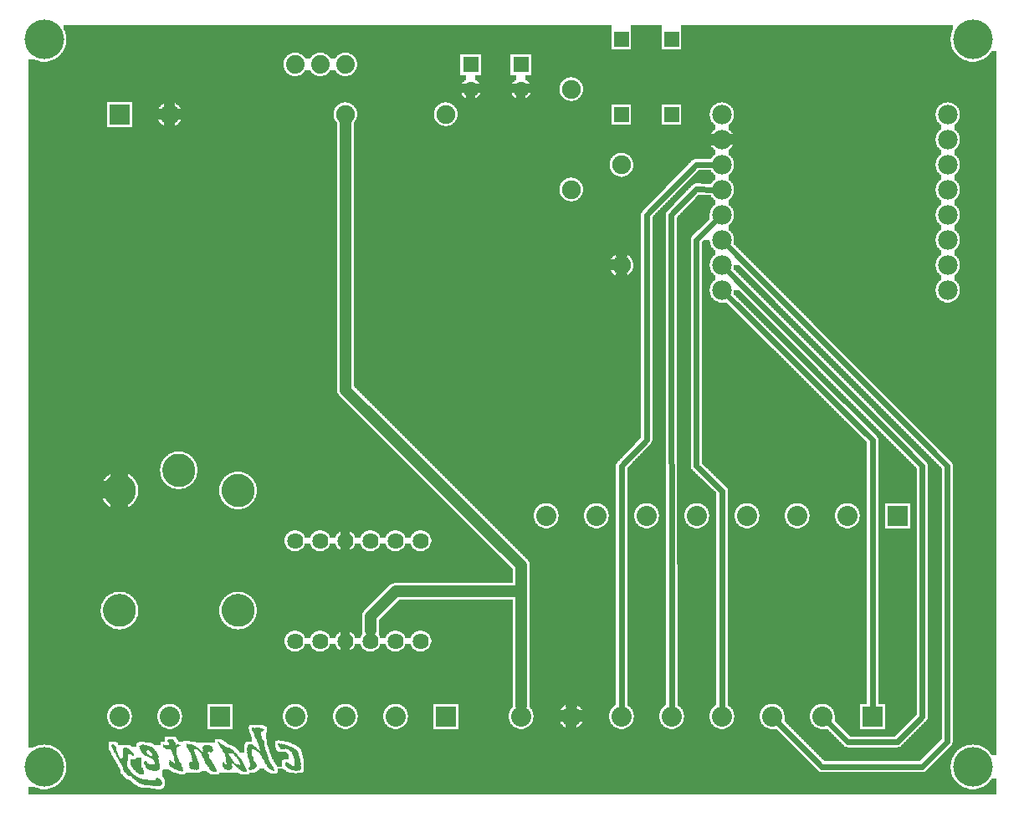
<source format=gbl>
G04 MADE WITH FRITZING*
G04 WWW.FRITZING.ORG*
G04 DOUBLE SIDED*
G04 HOLES PLATED*
G04 CONTOUR ON CENTER OF CONTOUR VECTOR*
%ASAXBY*%
%FSLAX23Y23*%
%MOIN*%
%OFA0B0*%
%SFA1.0B1.0*%
%ADD10C,0.075000*%
%ADD11C,0.077778*%
%ADD12C,0.074000*%
%ADD13C,0.129921*%
%ADD14C,0.080000*%
%ADD15C,0.064000*%
%ADD16C,0.062992*%
%ADD17C,0.059370*%
%ADD18C,0.157480*%
%ADD19R,0.080000X0.079986*%
%ADD20R,0.080000X0.080000*%
%ADD21R,0.062992X0.062992*%
%ADD22C,0.048000*%
%ADD23C,0.024000*%
%ADD24R,0.001000X0.001000*%
%LNCOPPER0*%
G90*
G70*
G54D10*
X263Y3061D03*
G54D11*
X3701Y2052D03*
X3701Y2152D03*
X3701Y2252D03*
X3701Y2352D03*
X3701Y2452D03*
X3701Y2552D03*
X3701Y2652D03*
X3701Y2752D03*
X2801Y2752D03*
X2801Y2652D03*
X2801Y2552D03*
X2801Y2452D03*
X2801Y2352D03*
X2801Y2252D03*
X2801Y2152D03*
X2801Y2052D03*
G54D10*
X2401Y2152D03*
X2401Y2552D03*
X2201Y2854D03*
X2201Y2454D03*
X1701Y2754D03*
X1301Y2754D03*
G54D12*
X1101Y2952D03*
X1201Y2952D03*
X1301Y2952D03*
G54D13*
X637Y1334D03*
X401Y1254D03*
X401Y775D03*
X874Y1254D03*
X874Y775D03*
G54D14*
X401Y2752D03*
X601Y2752D03*
G54D15*
X1201Y1054D03*
X1301Y1054D03*
X1401Y1054D03*
X1501Y1054D03*
X1601Y1054D03*
X1601Y654D03*
X1501Y654D03*
X1401Y654D03*
X1301Y654D03*
X1201Y654D03*
X1101Y654D03*
X1101Y1054D03*
G54D14*
X601Y354D03*
X401Y354D03*
X801Y354D03*
X1501Y354D03*
X1301Y354D03*
X1101Y354D03*
X1701Y354D03*
G54D16*
X2001Y2952D03*
X2001Y2854D03*
X1801Y2952D03*
X1801Y2854D03*
G54D17*
X2401Y2752D03*
X2401Y3052D03*
X2601Y2752D03*
X2601Y3052D03*
G54D14*
X3501Y1154D03*
X3101Y1154D03*
X3301Y1154D03*
X2901Y1154D03*
X2701Y1154D03*
X2501Y1154D03*
X2301Y1154D03*
X2101Y1154D03*
X3401Y354D03*
X3001Y354D03*
X3201Y354D03*
X2801Y354D03*
X2601Y354D03*
X2401Y354D03*
X2201Y354D03*
X2001Y354D03*
G54D18*
X101Y3052D03*
X3801Y152D03*
X101Y152D03*
X3801Y3052D03*
G54D19*
X401Y2752D03*
G54D20*
X801Y354D03*
X1701Y354D03*
G54D21*
X2001Y2952D03*
X1801Y2952D03*
G54D20*
X3501Y1154D03*
X3401Y354D03*
G54D22*
X2402Y2352D02*
X2701Y2655D01*
D02*
X2701Y2655D02*
X2761Y2653D01*
D02*
X2401Y2192D02*
X2402Y2352D01*
D02*
X2001Y955D02*
X2001Y396D01*
D02*
X1303Y1653D02*
X2001Y955D01*
D02*
X1301Y2714D02*
X1303Y1653D01*
D02*
X1303Y1653D02*
X1301Y2725D01*
D02*
X1501Y852D02*
X2001Y852D01*
D02*
X1402Y753D02*
X1501Y852D01*
D02*
X1402Y696D02*
X1402Y753D01*
D02*
X2001Y852D02*
X2001Y955D01*
D02*
X2001Y955D02*
X1303Y1653D01*
D02*
X2402Y1554D02*
X2401Y2112D01*
D02*
X2200Y1352D02*
X2402Y1554D01*
D02*
X2201Y396D02*
X2200Y1352D01*
G54D23*
D02*
X2402Y1352D02*
X2501Y1455D01*
D02*
X2501Y2352D02*
X2700Y2554D01*
D02*
X2501Y1455D02*
X2501Y2352D01*
D02*
X2700Y2554D02*
X2772Y2553D01*
D02*
X2401Y385D02*
X2402Y1352D01*
D02*
X2700Y2455D02*
X2772Y2453D01*
D02*
X2600Y2352D02*
X2700Y2455D01*
D02*
X2601Y385D02*
X2600Y2352D01*
D02*
X2700Y1352D02*
X2700Y2253D01*
D02*
X2803Y1253D02*
X2700Y1352D01*
D02*
X2700Y2253D02*
X2780Y2332D01*
D02*
X2801Y385D02*
X2803Y1253D01*
D02*
X3700Y253D02*
X3700Y1352D01*
D02*
X3600Y153D02*
X3700Y253D01*
D02*
X3700Y1352D02*
X2822Y2231D01*
D02*
X3200Y153D02*
X3600Y153D01*
D02*
X3023Y331D02*
X3200Y153D01*
D02*
X3600Y1352D02*
X2822Y2131D01*
D02*
X3501Y253D02*
X3600Y352D01*
D02*
X3223Y332D02*
X3303Y253D01*
D02*
X3303Y253D02*
X3501Y253D01*
D02*
X3600Y352D02*
X3600Y1352D01*
D02*
X3401Y385D02*
X3402Y1455D01*
D02*
X3402Y1455D02*
X2822Y2031D01*
G36*
X468Y188D02*
X468Y186D01*
X466Y186D01*
X466Y184D01*
X446Y184D01*
X446Y158D01*
X448Y158D01*
X448Y156D01*
X450Y156D01*
X450Y154D01*
X452Y154D01*
X452Y150D01*
X454Y150D01*
X454Y148D01*
X456Y148D01*
X456Y144D01*
X458Y144D01*
X458Y142D01*
X460Y142D01*
X460Y138D01*
X464Y138D01*
X464Y136D01*
X466Y136D01*
X466Y132D01*
X470Y132D01*
X470Y130D01*
X472Y130D01*
X472Y128D01*
X476Y128D01*
X476Y126D01*
X478Y126D01*
X478Y124D01*
X500Y124D01*
X500Y136D01*
X498Y136D01*
X498Y140D01*
X496Y140D01*
X496Y146D01*
X494Y146D01*
X494Y148D01*
X492Y148D01*
X492Y150D01*
X490Y150D01*
X490Y154D01*
X488Y154D01*
X488Y188D01*
X468Y188D01*
G37*
D02*
G36*
X180Y3110D02*
X180Y3090D01*
X182Y3090D01*
X182Y3086D01*
X184Y3086D01*
X184Y3082D01*
X186Y3082D01*
X186Y3074D01*
X188Y3074D01*
X188Y3064D01*
X190Y3064D01*
X190Y3040D01*
X188Y3040D01*
X188Y3030D01*
X186Y3030D01*
X186Y3024D01*
X184Y3024D01*
X184Y3018D01*
X182Y3018D01*
X182Y3014D01*
X180Y3014D01*
X180Y3012D01*
X2362Y3012D01*
X2362Y3110D01*
X180Y3110D01*
G37*
D02*
G36*
X2440Y3110D02*
X2440Y3012D01*
X2562Y3012D01*
X2562Y3110D01*
X2440Y3110D01*
G37*
D02*
G36*
X2640Y3110D02*
X2640Y3012D01*
X3722Y3012D01*
X3722Y3014D01*
X3720Y3014D01*
X3720Y3020D01*
X3718Y3020D01*
X3718Y3024D01*
X3716Y3024D01*
X3716Y3032D01*
X3714Y3032D01*
X3714Y3044D01*
X3712Y3044D01*
X3712Y3062D01*
X3714Y3062D01*
X3714Y3072D01*
X3716Y3072D01*
X3716Y3080D01*
X3718Y3080D01*
X3718Y3086D01*
X3720Y3086D01*
X3720Y3090D01*
X3722Y3090D01*
X3722Y3110D01*
X2640Y3110D01*
G37*
D02*
G36*
X180Y3012D02*
X180Y3010D01*
X3722Y3010D01*
X3722Y3012D01*
X180Y3012D01*
G37*
D02*
G36*
X180Y3012D02*
X180Y3010D01*
X3722Y3010D01*
X3722Y3012D01*
X180Y3012D01*
G37*
D02*
G36*
X180Y3012D02*
X180Y3010D01*
X3722Y3010D01*
X3722Y3012D01*
X180Y3012D01*
G37*
D02*
G36*
X178Y3010D02*
X178Y3006D01*
X176Y3006D01*
X176Y3004D01*
X174Y3004D01*
X174Y3000D01*
X1306Y3000D01*
X1306Y2998D01*
X1316Y2998D01*
X1316Y2996D01*
X1320Y2996D01*
X1320Y2994D01*
X2042Y2994D01*
X2042Y2964D01*
X3786Y2964D01*
X3786Y2966D01*
X3778Y2966D01*
X3778Y2968D01*
X3772Y2968D01*
X3772Y2970D01*
X3766Y2970D01*
X3766Y2972D01*
X3762Y2972D01*
X3762Y2974D01*
X3758Y2974D01*
X3758Y2976D01*
X3754Y2976D01*
X3754Y2978D01*
X3752Y2978D01*
X3752Y2980D01*
X3748Y2980D01*
X3748Y2982D01*
X3746Y2982D01*
X3746Y2984D01*
X3744Y2984D01*
X3744Y2986D01*
X3742Y2986D01*
X3742Y2988D01*
X3740Y2988D01*
X3740Y2990D01*
X3738Y2990D01*
X3738Y2992D01*
X3736Y2992D01*
X3736Y2994D01*
X3734Y2994D01*
X3734Y2996D01*
X3732Y2996D01*
X3732Y2998D01*
X3730Y2998D01*
X3730Y3002D01*
X3728Y3002D01*
X3728Y3004D01*
X3726Y3004D01*
X3726Y3008D01*
X3724Y3008D01*
X3724Y3010D01*
X178Y3010D01*
G37*
D02*
G36*
X3876Y3006D02*
X3876Y3004D01*
X3874Y3004D01*
X3874Y3000D01*
X3872Y3000D01*
X3872Y2998D01*
X3870Y2998D01*
X3870Y2996D01*
X3868Y2996D01*
X3868Y2992D01*
X3866Y2992D01*
X3866Y2990D01*
X3864Y2990D01*
X3864Y2988D01*
X3862Y2988D01*
X3862Y2986D01*
X3858Y2986D01*
X3858Y2984D01*
X3856Y2984D01*
X3856Y2982D01*
X3854Y2982D01*
X3854Y2980D01*
X3850Y2980D01*
X3850Y2978D01*
X3848Y2978D01*
X3848Y2976D01*
X3844Y2976D01*
X3844Y2974D01*
X3840Y2974D01*
X3840Y2972D01*
X3836Y2972D01*
X3836Y2970D01*
X3832Y2970D01*
X3832Y2968D01*
X3824Y2968D01*
X3824Y2966D01*
X3816Y2966D01*
X3816Y2964D01*
X3896Y2964D01*
X3896Y3006D01*
X3876Y3006D01*
G37*
D02*
G36*
X172Y3000D02*
X172Y2998D01*
X170Y2998D01*
X170Y2996D01*
X168Y2996D01*
X168Y2992D01*
X166Y2992D01*
X166Y2990D01*
X164Y2990D01*
X164Y2988D01*
X162Y2988D01*
X162Y2986D01*
X158Y2986D01*
X158Y2984D01*
X156Y2984D01*
X156Y2982D01*
X154Y2982D01*
X154Y2980D01*
X150Y2980D01*
X150Y2978D01*
X148Y2978D01*
X148Y2976D01*
X144Y2976D01*
X144Y2974D01*
X140Y2974D01*
X140Y2972D01*
X136Y2972D01*
X136Y2970D01*
X132Y2970D01*
X132Y2968D01*
X124Y2968D01*
X124Y2966D01*
X116Y2966D01*
X116Y2964D01*
X1056Y2964D01*
X1056Y2968D01*
X1058Y2968D01*
X1058Y2972D01*
X1060Y2972D01*
X1060Y2976D01*
X1062Y2976D01*
X1062Y2980D01*
X1064Y2980D01*
X1064Y2982D01*
X1066Y2982D01*
X1066Y2984D01*
X1068Y2984D01*
X1068Y2986D01*
X1070Y2986D01*
X1070Y2988D01*
X1072Y2988D01*
X1072Y2990D01*
X1074Y2990D01*
X1074Y2992D01*
X1078Y2992D01*
X1078Y2994D01*
X1082Y2994D01*
X1082Y2996D01*
X1088Y2996D01*
X1088Y2998D01*
X1096Y2998D01*
X1096Y3000D01*
X172Y3000D01*
G37*
D02*
G36*
X1106Y3000D02*
X1106Y2998D01*
X1116Y2998D01*
X1116Y2996D01*
X1120Y2996D01*
X1120Y2994D01*
X1124Y2994D01*
X1124Y2992D01*
X1128Y2992D01*
X1128Y2990D01*
X1130Y2990D01*
X1130Y2988D01*
X1132Y2988D01*
X1132Y2986D01*
X1134Y2986D01*
X1134Y2984D01*
X1136Y2984D01*
X1136Y2982D01*
X1138Y2982D01*
X1138Y2980D01*
X1140Y2980D01*
X1140Y2978D01*
X1142Y2978D01*
X1142Y2976D01*
X1162Y2976D01*
X1162Y2980D01*
X1164Y2980D01*
X1164Y2982D01*
X1166Y2982D01*
X1166Y2984D01*
X1168Y2984D01*
X1168Y2986D01*
X1170Y2986D01*
X1170Y2988D01*
X1172Y2988D01*
X1172Y2990D01*
X1174Y2990D01*
X1174Y2992D01*
X1178Y2992D01*
X1178Y2994D01*
X1182Y2994D01*
X1182Y2996D01*
X1188Y2996D01*
X1188Y2998D01*
X1196Y2998D01*
X1196Y3000D01*
X1106Y3000D01*
G37*
D02*
G36*
X1206Y3000D02*
X1206Y2998D01*
X1216Y2998D01*
X1216Y2996D01*
X1220Y2996D01*
X1220Y2994D01*
X1224Y2994D01*
X1224Y2992D01*
X1228Y2992D01*
X1228Y2990D01*
X1230Y2990D01*
X1230Y2988D01*
X1232Y2988D01*
X1232Y2986D01*
X1234Y2986D01*
X1234Y2984D01*
X1236Y2984D01*
X1236Y2982D01*
X1238Y2982D01*
X1238Y2980D01*
X1240Y2980D01*
X1240Y2978D01*
X1242Y2978D01*
X1242Y2976D01*
X1262Y2976D01*
X1262Y2980D01*
X1264Y2980D01*
X1264Y2982D01*
X1266Y2982D01*
X1266Y2984D01*
X1268Y2984D01*
X1268Y2986D01*
X1270Y2986D01*
X1270Y2988D01*
X1272Y2988D01*
X1272Y2990D01*
X1274Y2990D01*
X1274Y2992D01*
X1278Y2992D01*
X1278Y2994D01*
X1282Y2994D01*
X1282Y2996D01*
X1288Y2996D01*
X1288Y2998D01*
X1296Y2998D01*
X1296Y3000D01*
X1206Y3000D01*
G37*
D02*
G36*
X1324Y2994D02*
X1324Y2992D01*
X1328Y2992D01*
X1328Y2990D01*
X1330Y2990D01*
X1330Y2988D01*
X1332Y2988D01*
X1332Y2986D01*
X1334Y2986D01*
X1334Y2984D01*
X1336Y2984D01*
X1336Y2982D01*
X1338Y2982D01*
X1338Y2980D01*
X1340Y2980D01*
X1340Y2978D01*
X1342Y2978D01*
X1342Y2974D01*
X1344Y2974D01*
X1344Y2970D01*
X1346Y2970D01*
X1346Y2962D01*
X1348Y2962D01*
X1348Y2942D01*
X1346Y2942D01*
X1346Y2936D01*
X1344Y2936D01*
X1344Y2932D01*
X1342Y2932D01*
X1342Y2928D01*
X1340Y2928D01*
X1340Y2924D01*
X1338Y2924D01*
X1338Y2922D01*
X1336Y2922D01*
X1336Y2920D01*
X1334Y2920D01*
X1334Y2918D01*
X1332Y2918D01*
X1332Y2916D01*
X1330Y2916D01*
X1330Y2914D01*
X1326Y2914D01*
X1326Y2912D01*
X1324Y2912D01*
X1324Y2910D01*
X1320Y2910D01*
X1320Y2908D01*
X1312Y2908D01*
X1312Y2906D01*
X1782Y2906D01*
X1782Y2910D01*
X1760Y2910D01*
X1760Y2994D01*
X1324Y2994D01*
G37*
D02*
G36*
X1842Y2994D02*
X1842Y2910D01*
X1820Y2910D01*
X1820Y2890D01*
X1824Y2890D01*
X1824Y2888D01*
X1826Y2888D01*
X1826Y2886D01*
X1828Y2886D01*
X1828Y2884D01*
X1830Y2884D01*
X1830Y2882D01*
X1832Y2882D01*
X1832Y2880D01*
X1834Y2880D01*
X1834Y2878D01*
X1836Y2878D01*
X1836Y2874D01*
X1838Y2874D01*
X1838Y2870D01*
X1840Y2870D01*
X1840Y2864D01*
X1842Y2864D01*
X1842Y2842D01*
X1840Y2842D01*
X1840Y2836D01*
X1838Y2836D01*
X1838Y2834D01*
X1836Y2834D01*
X1836Y2830D01*
X1834Y2830D01*
X1834Y2828D01*
X1832Y2828D01*
X1832Y2826D01*
X1830Y2826D01*
X1830Y2824D01*
X1828Y2824D01*
X1828Y2822D01*
X1826Y2822D01*
X1826Y2820D01*
X1824Y2820D01*
X1824Y2818D01*
X1820Y2818D01*
X1820Y2816D01*
X1816Y2816D01*
X1816Y2814D01*
X1806Y2814D01*
X1806Y2812D01*
X1996Y2812D01*
X1996Y2814D01*
X1988Y2814D01*
X1988Y2816D01*
X1982Y2816D01*
X1982Y2818D01*
X1980Y2818D01*
X1980Y2820D01*
X1976Y2820D01*
X1976Y2822D01*
X1974Y2822D01*
X1974Y2824D01*
X1972Y2824D01*
X1972Y2826D01*
X1970Y2826D01*
X1970Y2828D01*
X1968Y2828D01*
X1968Y2830D01*
X1966Y2830D01*
X1966Y2834D01*
X1964Y2834D01*
X1964Y2838D01*
X1962Y2838D01*
X1962Y2844D01*
X1960Y2844D01*
X1960Y2864D01*
X1962Y2864D01*
X1962Y2870D01*
X1964Y2870D01*
X1964Y2874D01*
X1966Y2874D01*
X1966Y2878D01*
X1968Y2878D01*
X1968Y2880D01*
X1970Y2880D01*
X1970Y2882D01*
X1972Y2882D01*
X1972Y2884D01*
X1974Y2884D01*
X1974Y2886D01*
X1976Y2886D01*
X1976Y2888D01*
X1980Y2888D01*
X1980Y2890D01*
X1982Y2890D01*
X1982Y2910D01*
X1960Y2910D01*
X1960Y2994D01*
X1842Y2994D01*
G37*
D02*
G36*
X40Y2974D02*
X40Y2964D01*
X86Y2964D01*
X86Y2966D01*
X78Y2966D01*
X78Y2968D01*
X72Y2968D01*
X72Y2970D01*
X66Y2970D01*
X66Y2972D01*
X62Y2972D01*
X62Y2974D01*
X40Y2974D01*
G37*
D02*
G36*
X40Y2964D02*
X40Y2962D01*
X1056Y2962D01*
X1056Y2964D01*
X40Y2964D01*
G37*
D02*
G36*
X40Y2964D02*
X40Y2962D01*
X1056Y2962D01*
X1056Y2964D01*
X40Y2964D01*
G37*
D02*
G36*
X2042Y2964D02*
X2042Y2962D01*
X3896Y2962D01*
X3896Y2964D01*
X2042Y2964D01*
G37*
D02*
G36*
X2042Y2964D02*
X2042Y2962D01*
X3896Y2962D01*
X3896Y2964D01*
X2042Y2964D01*
G37*
D02*
G36*
X40Y2962D02*
X40Y2906D01*
X1090Y2906D01*
X1090Y2908D01*
X1084Y2908D01*
X1084Y2910D01*
X1080Y2910D01*
X1080Y2912D01*
X1076Y2912D01*
X1076Y2914D01*
X1074Y2914D01*
X1074Y2916D01*
X1070Y2916D01*
X1070Y2918D01*
X1068Y2918D01*
X1068Y2920D01*
X1066Y2920D01*
X1066Y2922D01*
X1064Y2922D01*
X1064Y2926D01*
X1062Y2926D01*
X1062Y2928D01*
X1060Y2928D01*
X1060Y2932D01*
X1058Y2932D01*
X1058Y2938D01*
X1056Y2938D01*
X1056Y2944D01*
X1054Y2944D01*
X1054Y2960D01*
X1056Y2960D01*
X1056Y2962D01*
X40Y2962D01*
G37*
D02*
G36*
X2042Y2962D02*
X2042Y2910D01*
X2020Y2910D01*
X2020Y2902D01*
X2206Y2902D01*
X2206Y2900D01*
X2216Y2900D01*
X2216Y2898D01*
X2220Y2898D01*
X2220Y2896D01*
X2224Y2896D01*
X2224Y2894D01*
X2228Y2894D01*
X2228Y2892D01*
X2230Y2892D01*
X2230Y2890D01*
X2232Y2890D01*
X2232Y2888D01*
X2236Y2888D01*
X2236Y2884D01*
X2238Y2884D01*
X2238Y2882D01*
X2240Y2882D01*
X2240Y2880D01*
X2242Y2880D01*
X2242Y2876D01*
X2244Y2876D01*
X2244Y2872D01*
X2246Y2872D01*
X2246Y2866D01*
X2248Y2866D01*
X2248Y2842D01*
X2246Y2842D01*
X2246Y2836D01*
X2244Y2836D01*
X2244Y2832D01*
X2242Y2832D01*
X2242Y2828D01*
X2240Y2828D01*
X2240Y2826D01*
X2238Y2826D01*
X2238Y2824D01*
X2236Y2824D01*
X2236Y2820D01*
X2234Y2820D01*
X2234Y2818D01*
X2230Y2818D01*
X2230Y2816D01*
X2228Y2816D01*
X2228Y2814D01*
X2224Y2814D01*
X2224Y2812D01*
X2222Y2812D01*
X2222Y2810D01*
X2216Y2810D01*
X2216Y2808D01*
X2208Y2808D01*
X2208Y2806D01*
X3896Y2806D01*
X3896Y2962D01*
X2042Y2962D01*
G37*
D02*
G36*
X1140Y2928D02*
X1140Y2924D01*
X1138Y2924D01*
X1138Y2922D01*
X1136Y2922D01*
X1136Y2920D01*
X1134Y2920D01*
X1134Y2918D01*
X1132Y2918D01*
X1132Y2916D01*
X1130Y2916D01*
X1130Y2914D01*
X1126Y2914D01*
X1126Y2912D01*
X1124Y2912D01*
X1124Y2910D01*
X1120Y2910D01*
X1120Y2908D01*
X1112Y2908D01*
X1112Y2906D01*
X1190Y2906D01*
X1190Y2908D01*
X1184Y2908D01*
X1184Y2910D01*
X1180Y2910D01*
X1180Y2912D01*
X1176Y2912D01*
X1176Y2914D01*
X1174Y2914D01*
X1174Y2916D01*
X1170Y2916D01*
X1170Y2918D01*
X1168Y2918D01*
X1168Y2920D01*
X1166Y2920D01*
X1166Y2922D01*
X1164Y2922D01*
X1164Y2926D01*
X1162Y2926D01*
X1162Y2928D01*
X1140Y2928D01*
G37*
D02*
G36*
X1240Y2928D02*
X1240Y2924D01*
X1238Y2924D01*
X1238Y2922D01*
X1236Y2922D01*
X1236Y2920D01*
X1234Y2920D01*
X1234Y2918D01*
X1232Y2918D01*
X1232Y2916D01*
X1230Y2916D01*
X1230Y2914D01*
X1226Y2914D01*
X1226Y2912D01*
X1224Y2912D01*
X1224Y2910D01*
X1220Y2910D01*
X1220Y2908D01*
X1212Y2908D01*
X1212Y2906D01*
X1290Y2906D01*
X1290Y2908D01*
X1284Y2908D01*
X1284Y2910D01*
X1280Y2910D01*
X1280Y2912D01*
X1276Y2912D01*
X1276Y2914D01*
X1274Y2914D01*
X1274Y2916D01*
X1270Y2916D01*
X1270Y2918D01*
X1268Y2918D01*
X1268Y2920D01*
X1266Y2920D01*
X1266Y2922D01*
X1264Y2922D01*
X1264Y2926D01*
X1262Y2926D01*
X1262Y2928D01*
X1240Y2928D01*
G37*
D02*
G36*
X40Y2906D02*
X40Y2904D01*
X1782Y2904D01*
X1782Y2906D01*
X40Y2906D01*
G37*
D02*
G36*
X40Y2906D02*
X40Y2904D01*
X1782Y2904D01*
X1782Y2906D01*
X40Y2906D01*
G37*
D02*
G36*
X40Y2906D02*
X40Y2904D01*
X1782Y2904D01*
X1782Y2906D01*
X40Y2906D01*
G37*
D02*
G36*
X40Y2906D02*
X40Y2904D01*
X1782Y2904D01*
X1782Y2906D01*
X40Y2906D01*
G37*
D02*
G36*
X40Y2904D02*
X40Y2812D01*
X1796Y2812D01*
X1796Y2814D01*
X1788Y2814D01*
X1788Y2816D01*
X1782Y2816D01*
X1782Y2818D01*
X1780Y2818D01*
X1780Y2820D01*
X1776Y2820D01*
X1776Y2822D01*
X1774Y2822D01*
X1774Y2824D01*
X1772Y2824D01*
X1772Y2826D01*
X1770Y2826D01*
X1770Y2828D01*
X1768Y2828D01*
X1768Y2830D01*
X1766Y2830D01*
X1766Y2834D01*
X1764Y2834D01*
X1764Y2838D01*
X1762Y2838D01*
X1762Y2844D01*
X1760Y2844D01*
X1760Y2864D01*
X1762Y2864D01*
X1762Y2870D01*
X1764Y2870D01*
X1764Y2874D01*
X1766Y2874D01*
X1766Y2878D01*
X1768Y2878D01*
X1768Y2880D01*
X1770Y2880D01*
X1770Y2882D01*
X1772Y2882D01*
X1772Y2884D01*
X1774Y2884D01*
X1774Y2886D01*
X1776Y2886D01*
X1776Y2888D01*
X1780Y2888D01*
X1780Y2890D01*
X1782Y2890D01*
X1782Y2904D01*
X40Y2904D01*
G37*
D02*
G36*
X2020Y2902D02*
X2020Y2890D01*
X2024Y2890D01*
X2024Y2888D01*
X2026Y2888D01*
X2026Y2886D01*
X2028Y2886D01*
X2028Y2884D01*
X2030Y2884D01*
X2030Y2882D01*
X2032Y2882D01*
X2032Y2880D01*
X2034Y2880D01*
X2034Y2878D01*
X2036Y2878D01*
X2036Y2874D01*
X2038Y2874D01*
X2038Y2870D01*
X2040Y2870D01*
X2040Y2864D01*
X2042Y2864D01*
X2042Y2842D01*
X2040Y2842D01*
X2040Y2836D01*
X2038Y2836D01*
X2038Y2834D01*
X2036Y2834D01*
X2036Y2830D01*
X2034Y2830D01*
X2034Y2828D01*
X2032Y2828D01*
X2032Y2826D01*
X2030Y2826D01*
X2030Y2824D01*
X2028Y2824D01*
X2028Y2822D01*
X2026Y2822D01*
X2026Y2820D01*
X2024Y2820D01*
X2024Y2818D01*
X2020Y2818D01*
X2020Y2816D01*
X2016Y2816D01*
X2016Y2814D01*
X2006Y2814D01*
X2006Y2812D01*
X2178Y2812D01*
X2178Y2814D01*
X2174Y2814D01*
X2174Y2816D01*
X2172Y2816D01*
X2172Y2818D01*
X2170Y2818D01*
X2170Y2820D01*
X2168Y2820D01*
X2168Y2822D01*
X2166Y2822D01*
X2166Y2824D01*
X2164Y2824D01*
X2164Y2826D01*
X2162Y2826D01*
X2162Y2830D01*
X2160Y2830D01*
X2160Y2832D01*
X2158Y2832D01*
X2158Y2836D01*
X2156Y2836D01*
X2156Y2844D01*
X2154Y2844D01*
X2154Y2864D01*
X2156Y2864D01*
X2156Y2870D01*
X2158Y2870D01*
X2158Y2876D01*
X2160Y2876D01*
X2160Y2878D01*
X2162Y2878D01*
X2162Y2882D01*
X2164Y2882D01*
X2164Y2884D01*
X2166Y2884D01*
X2166Y2886D01*
X2168Y2886D01*
X2168Y2888D01*
X2170Y2888D01*
X2170Y2890D01*
X2172Y2890D01*
X2172Y2892D01*
X2174Y2892D01*
X2174Y2894D01*
X2178Y2894D01*
X2178Y2896D01*
X2182Y2896D01*
X2182Y2898D01*
X2188Y2898D01*
X2188Y2900D01*
X2196Y2900D01*
X2196Y2902D01*
X2020Y2902D01*
G37*
D02*
G36*
X40Y2812D02*
X40Y2810D01*
X2182Y2810D01*
X2182Y2812D01*
X40Y2812D01*
G37*
D02*
G36*
X40Y2812D02*
X40Y2810D01*
X2182Y2810D01*
X2182Y2812D01*
X40Y2812D01*
G37*
D02*
G36*
X40Y2812D02*
X40Y2810D01*
X2182Y2810D01*
X2182Y2812D01*
X40Y2812D01*
G37*
D02*
G36*
X40Y2810D02*
X40Y2806D01*
X2194Y2806D01*
X2194Y2808D01*
X2186Y2808D01*
X2186Y2810D01*
X40Y2810D01*
G37*
D02*
G36*
X40Y2806D02*
X40Y2804D01*
X3896Y2804D01*
X3896Y2806D01*
X40Y2806D01*
G37*
D02*
G36*
X40Y2806D02*
X40Y2804D01*
X3896Y2804D01*
X3896Y2806D01*
X40Y2806D01*
G37*
D02*
G36*
X40Y2804D02*
X40Y2802D01*
X3706Y2802D01*
X3706Y2800D01*
X3714Y2800D01*
X3714Y2798D01*
X3720Y2798D01*
X3720Y2796D01*
X3724Y2796D01*
X3724Y2794D01*
X3728Y2794D01*
X3728Y2792D01*
X3730Y2792D01*
X3730Y2790D01*
X3734Y2790D01*
X3734Y2788D01*
X3736Y2788D01*
X3736Y2786D01*
X3738Y2786D01*
X3738Y2782D01*
X3740Y2782D01*
X3740Y2780D01*
X3742Y2780D01*
X3742Y2778D01*
X3744Y2778D01*
X3744Y2774D01*
X3746Y2774D01*
X3746Y2768D01*
X3748Y2768D01*
X3748Y2762D01*
X3750Y2762D01*
X3750Y2742D01*
X3748Y2742D01*
X3748Y2736D01*
X3746Y2736D01*
X3746Y2732D01*
X3744Y2732D01*
X3744Y2728D01*
X3742Y2728D01*
X3742Y2724D01*
X3740Y2724D01*
X3740Y2722D01*
X3738Y2722D01*
X3738Y2720D01*
X3736Y2720D01*
X3736Y2718D01*
X3734Y2718D01*
X3734Y2716D01*
X3732Y2716D01*
X3732Y2714D01*
X3730Y2714D01*
X3730Y2712D01*
X3728Y2712D01*
X3728Y2692D01*
X3730Y2692D01*
X3730Y2690D01*
X3734Y2690D01*
X3734Y2688D01*
X3736Y2688D01*
X3736Y2686D01*
X3738Y2686D01*
X3738Y2682D01*
X3740Y2682D01*
X3740Y2680D01*
X3742Y2680D01*
X3742Y2678D01*
X3744Y2678D01*
X3744Y2674D01*
X3746Y2674D01*
X3746Y2668D01*
X3748Y2668D01*
X3748Y2662D01*
X3750Y2662D01*
X3750Y2642D01*
X3748Y2642D01*
X3748Y2636D01*
X3746Y2636D01*
X3746Y2632D01*
X3744Y2632D01*
X3744Y2628D01*
X3742Y2628D01*
X3742Y2624D01*
X3740Y2624D01*
X3740Y2622D01*
X3738Y2622D01*
X3738Y2620D01*
X3736Y2620D01*
X3736Y2618D01*
X3734Y2618D01*
X3734Y2616D01*
X3732Y2616D01*
X3732Y2614D01*
X3730Y2614D01*
X3730Y2612D01*
X3728Y2612D01*
X3728Y2592D01*
X3730Y2592D01*
X3730Y2590D01*
X3734Y2590D01*
X3734Y2588D01*
X3736Y2588D01*
X3736Y2586D01*
X3738Y2586D01*
X3738Y2582D01*
X3740Y2582D01*
X3740Y2580D01*
X3742Y2580D01*
X3742Y2578D01*
X3744Y2578D01*
X3744Y2574D01*
X3746Y2574D01*
X3746Y2568D01*
X3748Y2568D01*
X3748Y2562D01*
X3750Y2562D01*
X3750Y2542D01*
X3748Y2542D01*
X3748Y2536D01*
X3746Y2536D01*
X3746Y2532D01*
X3744Y2532D01*
X3744Y2528D01*
X3742Y2528D01*
X3742Y2524D01*
X3740Y2524D01*
X3740Y2522D01*
X3738Y2522D01*
X3738Y2520D01*
X3736Y2520D01*
X3736Y2518D01*
X3734Y2518D01*
X3734Y2516D01*
X3732Y2516D01*
X3732Y2514D01*
X3730Y2514D01*
X3730Y2512D01*
X3728Y2512D01*
X3728Y2492D01*
X3730Y2492D01*
X3730Y2490D01*
X3734Y2490D01*
X3734Y2488D01*
X3736Y2488D01*
X3736Y2486D01*
X3738Y2486D01*
X3738Y2482D01*
X3740Y2482D01*
X3740Y2480D01*
X3742Y2480D01*
X3742Y2478D01*
X3744Y2478D01*
X3744Y2474D01*
X3746Y2474D01*
X3746Y2468D01*
X3748Y2468D01*
X3748Y2462D01*
X3750Y2462D01*
X3750Y2442D01*
X3748Y2442D01*
X3748Y2436D01*
X3746Y2436D01*
X3746Y2432D01*
X3744Y2432D01*
X3744Y2428D01*
X3742Y2428D01*
X3742Y2424D01*
X3740Y2424D01*
X3740Y2422D01*
X3738Y2422D01*
X3738Y2420D01*
X3736Y2420D01*
X3736Y2418D01*
X3734Y2418D01*
X3734Y2416D01*
X3732Y2416D01*
X3732Y2414D01*
X3730Y2414D01*
X3730Y2412D01*
X3728Y2412D01*
X3728Y2392D01*
X3730Y2392D01*
X3730Y2390D01*
X3734Y2390D01*
X3734Y2388D01*
X3736Y2388D01*
X3736Y2386D01*
X3738Y2386D01*
X3738Y2382D01*
X3740Y2382D01*
X3740Y2380D01*
X3742Y2380D01*
X3742Y2378D01*
X3744Y2378D01*
X3744Y2374D01*
X3746Y2374D01*
X3746Y2368D01*
X3748Y2368D01*
X3748Y2362D01*
X3750Y2362D01*
X3750Y2342D01*
X3748Y2342D01*
X3748Y2336D01*
X3746Y2336D01*
X3746Y2332D01*
X3744Y2332D01*
X3744Y2328D01*
X3742Y2328D01*
X3742Y2324D01*
X3740Y2324D01*
X3740Y2322D01*
X3738Y2322D01*
X3738Y2320D01*
X3736Y2320D01*
X3736Y2318D01*
X3734Y2318D01*
X3734Y2316D01*
X3732Y2316D01*
X3732Y2314D01*
X3730Y2314D01*
X3730Y2312D01*
X3728Y2312D01*
X3728Y2292D01*
X3730Y2292D01*
X3730Y2290D01*
X3734Y2290D01*
X3734Y2288D01*
X3736Y2288D01*
X3736Y2286D01*
X3738Y2286D01*
X3738Y2282D01*
X3740Y2282D01*
X3740Y2280D01*
X3742Y2280D01*
X3742Y2278D01*
X3744Y2278D01*
X3744Y2274D01*
X3746Y2274D01*
X3746Y2268D01*
X3748Y2268D01*
X3748Y2262D01*
X3750Y2262D01*
X3750Y2242D01*
X3748Y2242D01*
X3748Y2236D01*
X3746Y2236D01*
X3746Y2232D01*
X3744Y2232D01*
X3744Y2228D01*
X3742Y2228D01*
X3742Y2224D01*
X3740Y2224D01*
X3740Y2222D01*
X3738Y2222D01*
X3738Y2220D01*
X3736Y2220D01*
X3736Y2218D01*
X3734Y2218D01*
X3734Y2216D01*
X3732Y2216D01*
X3732Y2214D01*
X3730Y2214D01*
X3730Y2212D01*
X3728Y2212D01*
X3728Y2192D01*
X3730Y2192D01*
X3730Y2190D01*
X3734Y2190D01*
X3734Y2188D01*
X3736Y2188D01*
X3736Y2186D01*
X3738Y2186D01*
X3738Y2182D01*
X3740Y2182D01*
X3740Y2180D01*
X3742Y2180D01*
X3742Y2178D01*
X3744Y2178D01*
X3744Y2174D01*
X3746Y2174D01*
X3746Y2168D01*
X3748Y2168D01*
X3748Y2162D01*
X3750Y2162D01*
X3750Y2142D01*
X3748Y2142D01*
X3748Y2136D01*
X3746Y2136D01*
X3746Y2132D01*
X3744Y2132D01*
X3744Y2128D01*
X3742Y2128D01*
X3742Y2124D01*
X3740Y2124D01*
X3740Y2122D01*
X3738Y2122D01*
X3738Y2120D01*
X3736Y2120D01*
X3736Y2118D01*
X3734Y2118D01*
X3734Y2116D01*
X3732Y2116D01*
X3732Y2114D01*
X3730Y2114D01*
X3730Y2112D01*
X3728Y2112D01*
X3728Y2092D01*
X3730Y2092D01*
X3730Y2090D01*
X3734Y2090D01*
X3734Y2088D01*
X3736Y2088D01*
X3736Y2086D01*
X3738Y2086D01*
X3738Y2082D01*
X3740Y2082D01*
X3740Y2080D01*
X3742Y2080D01*
X3742Y2078D01*
X3744Y2078D01*
X3744Y2074D01*
X3746Y2074D01*
X3746Y2068D01*
X3748Y2068D01*
X3748Y2062D01*
X3750Y2062D01*
X3750Y2042D01*
X3748Y2042D01*
X3748Y2036D01*
X3746Y2036D01*
X3746Y2032D01*
X3744Y2032D01*
X3744Y2028D01*
X3742Y2028D01*
X3742Y2024D01*
X3740Y2024D01*
X3740Y2022D01*
X3738Y2022D01*
X3738Y2020D01*
X3736Y2020D01*
X3736Y2018D01*
X3734Y2018D01*
X3734Y2016D01*
X3732Y2016D01*
X3732Y2014D01*
X3730Y2014D01*
X3730Y2012D01*
X3726Y2012D01*
X3726Y2010D01*
X3724Y2010D01*
X3724Y2008D01*
X3720Y2008D01*
X3720Y2006D01*
X3712Y2006D01*
X3712Y2004D01*
X3896Y2004D01*
X3896Y2804D01*
X40Y2804D01*
G37*
D02*
G36*
X40Y2802D02*
X40Y2702D01*
X352Y2702D01*
X352Y2802D01*
X40Y2802D01*
G37*
D02*
G36*
X452Y2802D02*
X452Y2702D01*
X594Y2702D01*
X594Y2704D01*
X586Y2704D01*
X586Y2706D01*
X580Y2706D01*
X580Y2708D01*
X576Y2708D01*
X576Y2710D01*
X574Y2710D01*
X574Y2712D01*
X570Y2712D01*
X570Y2714D01*
X568Y2714D01*
X568Y2716D01*
X566Y2716D01*
X566Y2718D01*
X564Y2718D01*
X564Y2720D01*
X562Y2720D01*
X562Y2724D01*
X560Y2724D01*
X560Y2726D01*
X558Y2726D01*
X558Y2730D01*
X556Y2730D01*
X556Y2734D01*
X554Y2734D01*
X554Y2740D01*
X552Y2740D01*
X552Y2766D01*
X554Y2766D01*
X554Y2772D01*
X556Y2772D01*
X556Y2776D01*
X558Y2776D01*
X558Y2778D01*
X560Y2778D01*
X560Y2782D01*
X562Y2782D01*
X562Y2784D01*
X564Y2784D01*
X564Y2786D01*
X566Y2786D01*
X566Y2788D01*
X568Y2788D01*
X568Y2790D01*
X570Y2790D01*
X570Y2792D01*
X572Y2792D01*
X572Y2794D01*
X576Y2794D01*
X576Y2796D01*
X580Y2796D01*
X580Y2798D01*
X584Y2798D01*
X584Y2800D01*
X590Y2800D01*
X590Y2802D01*
X452Y2802D01*
G37*
D02*
G36*
X612Y2802D02*
X612Y2800D01*
X620Y2800D01*
X620Y2798D01*
X624Y2798D01*
X624Y2796D01*
X626Y2796D01*
X626Y2794D01*
X630Y2794D01*
X630Y2792D01*
X632Y2792D01*
X632Y2790D01*
X636Y2790D01*
X636Y2788D01*
X638Y2788D01*
X638Y2784D01*
X640Y2784D01*
X640Y2782D01*
X642Y2782D01*
X642Y2780D01*
X644Y2780D01*
X644Y2776D01*
X646Y2776D01*
X646Y2772D01*
X648Y2772D01*
X648Y2766D01*
X650Y2766D01*
X650Y2756D01*
X652Y2756D01*
X652Y2748D01*
X650Y2748D01*
X650Y2738D01*
X648Y2738D01*
X648Y2732D01*
X646Y2732D01*
X646Y2728D01*
X644Y2728D01*
X644Y2726D01*
X642Y2726D01*
X642Y2722D01*
X640Y2722D01*
X640Y2720D01*
X638Y2720D01*
X638Y2718D01*
X636Y2718D01*
X636Y2716D01*
X634Y2716D01*
X634Y2714D01*
X632Y2714D01*
X632Y2712D01*
X630Y2712D01*
X630Y2710D01*
X626Y2710D01*
X626Y2708D01*
X622Y2708D01*
X622Y2706D01*
X618Y2706D01*
X618Y2704D01*
X608Y2704D01*
X608Y2702D01*
X1268Y2702D01*
X1268Y2722D01*
X1266Y2722D01*
X1266Y2724D01*
X1264Y2724D01*
X1264Y2726D01*
X1262Y2726D01*
X1262Y2730D01*
X1260Y2730D01*
X1260Y2732D01*
X1258Y2732D01*
X1258Y2736D01*
X1256Y2736D01*
X1256Y2744D01*
X1254Y2744D01*
X1254Y2764D01*
X1256Y2764D01*
X1256Y2770D01*
X1258Y2770D01*
X1258Y2776D01*
X1260Y2776D01*
X1260Y2778D01*
X1262Y2778D01*
X1262Y2782D01*
X1264Y2782D01*
X1264Y2784D01*
X1266Y2784D01*
X1266Y2786D01*
X1268Y2786D01*
X1268Y2788D01*
X1270Y2788D01*
X1270Y2790D01*
X1272Y2790D01*
X1272Y2792D01*
X1274Y2792D01*
X1274Y2794D01*
X1278Y2794D01*
X1278Y2796D01*
X1282Y2796D01*
X1282Y2798D01*
X1288Y2798D01*
X1288Y2800D01*
X1296Y2800D01*
X1296Y2802D01*
X612Y2802D01*
G37*
D02*
G36*
X1306Y2802D02*
X1306Y2800D01*
X1316Y2800D01*
X1316Y2798D01*
X1320Y2798D01*
X1320Y2796D01*
X1324Y2796D01*
X1324Y2794D01*
X1328Y2794D01*
X1328Y2792D01*
X1330Y2792D01*
X1330Y2790D01*
X1332Y2790D01*
X1332Y2788D01*
X1336Y2788D01*
X1336Y2784D01*
X1338Y2784D01*
X1338Y2782D01*
X1340Y2782D01*
X1340Y2780D01*
X1342Y2780D01*
X1342Y2776D01*
X1344Y2776D01*
X1344Y2772D01*
X1346Y2772D01*
X1346Y2766D01*
X1348Y2766D01*
X1348Y2742D01*
X1346Y2742D01*
X1346Y2736D01*
X1344Y2736D01*
X1344Y2732D01*
X1342Y2732D01*
X1342Y2728D01*
X1340Y2728D01*
X1340Y2726D01*
X1338Y2726D01*
X1338Y2724D01*
X1336Y2724D01*
X1336Y2706D01*
X1694Y2706D01*
X1694Y2708D01*
X1686Y2708D01*
X1686Y2710D01*
X1682Y2710D01*
X1682Y2712D01*
X1678Y2712D01*
X1678Y2714D01*
X1674Y2714D01*
X1674Y2716D01*
X1672Y2716D01*
X1672Y2718D01*
X1670Y2718D01*
X1670Y2720D01*
X1668Y2720D01*
X1668Y2722D01*
X1666Y2722D01*
X1666Y2724D01*
X1664Y2724D01*
X1664Y2726D01*
X1662Y2726D01*
X1662Y2730D01*
X1660Y2730D01*
X1660Y2732D01*
X1658Y2732D01*
X1658Y2736D01*
X1656Y2736D01*
X1656Y2744D01*
X1654Y2744D01*
X1654Y2764D01*
X1656Y2764D01*
X1656Y2770D01*
X1658Y2770D01*
X1658Y2776D01*
X1660Y2776D01*
X1660Y2778D01*
X1662Y2778D01*
X1662Y2782D01*
X1664Y2782D01*
X1664Y2784D01*
X1666Y2784D01*
X1666Y2786D01*
X1668Y2786D01*
X1668Y2788D01*
X1670Y2788D01*
X1670Y2790D01*
X1672Y2790D01*
X1672Y2792D01*
X1674Y2792D01*
X1674Y2794D01*
X1678Y2794D01*
X1678Y2796D01*
X1682Y2796D01*
X1682Y2798D01*
X1688Y2798D01*
X1688Y2800D01*
X1696Y2800D01*
X1696Y2802D01*
X1306Y2802D01*
G37*
D02*
G36*
X1706Y2802D02*
X1706Y2800D01*
X1716Y2800D01*
X1716Y2798D01*
X1720Y2798D01*
X1720Y2796D01*
X1724Y2796D01*
X1724Y2794D01*
X1728Y2794D01*
X1728Y2792D01*
X2640Y2792D01*
X2640Y2712D01*
X2772Y2712D01*
X2772Y2714D01*
X2770Y2714D01*
X2770Y2716D01*
X2768Y2716D01*
X2768Y2718D01*
X2766Y2718D01*
X2766Y2720D01*
X2764Y2720D01*
X2764Y2722D01*
X2762Y2722D01*
X2762Y2724D01*
X2760Y2724D01*
X2760Y2728D01*
X2758Y2728D01*
X2758Y2732D01*
X2756Y2732D01*
X2756Y2738D01*
X2754Y2738D01*
X2754Y2746D01*
X2752Y2746D01*
X2752Y2760D01*
X2754Y2760D01*
X2754Y2768D01*
X2756Y2768D01*
X2756Y2772D01*
X2758Y2772D01*
X2758Y2776D01*
X2760Y2776D01*
X2760Y2780D01*
X2762Y2780D01*
X2762Y2782D01*
X2764Y2782D01*
X2764Y2784D01*
X2766Y2784D01*
X2766Y2788D01*
X2770Y2788D01*
X2770Y2790D01*
X2772Y2790D01*
X2772Y2792D01*
X2774Y2792D01*
X2774Y2794D01*
X2778Y2794D01*
X2778Y2796D01*
X2782Y2796D01*
X2782Y2798D01*
X2788Y2798D01*
X2788Y2800D01*
X2798Y2800D01*
X2798Y2802D01*
X1706Y2802D01*
G37*
D02*
G36*
X2806Y2802D02*
X2806Y2800D01*
X2814Y2800D01*
X2814Y2798D01*
X2820Y2798D01*
X2820Y2796D01*
X2824Y2796D01*
X2824Y2794D01*
X2828Y2794D01*
X2828Y2792D01*
X2830Y2792D01*
X2830Y2790D01*
X2834Y2790D01*
X2834Y2788D01*
X2836Y2788D01*
X2836Y2786D01*
X2838Y2786D01*
X2838Y2782D01*
X2840Y2782D01*
X2840Y2780D01*
X2842Y2780D01*
X2842Y2778D01*
X2844Y2778D01*
X2844Y2774D01*
X2846Y2774D01*
X2846Y2768D01*
X2848Y2768D01*
X2848Y2762D01*
X2850Y2762D01*
X2850Y2742D01*
X2848Y2742D01*
X2848Y2736D01*
X2846Y2736D01*
X2846Y2732D01*
X2844Y2732D01*
X2844Y2728D01*
X2842Y2728D01*
X2842Y2724D01*
X2840Y2724D01*
X2840Y2722D01*
X2838Y2722D01*
X2838Y2720D01*
X2836Y2720D01*
X2836Y2718D01*
X2834Y2718D01*
X2834Y2716D01*
X2832Y2716D01*
X2832Y2714D01*
X2830Y2714D01*
X2830Y2712D01*
X2828Y2712D01*
X2828Y2692D01*
X2830Y2692D01*
X2830Y2690D01*
X2834Y2690D01*
X2834Y2688D01*
X2836Y2688D01*
X2836Y2686D01*
X2838Y2686D01*
X2838Y2682D01*
X2840Y2682D01*
X2840Y2680D01*
X2842Y2680D01*
X2842Y2678D01*
X2844Y2678D01*
X2844Y2674D01*
X2846Y2674D01*
X2846Y2668D01*
X2848Y2668D01*
X2848Y2662D01*
X2850Y2662D01*
X2850Y2642D01*
X2848Y2642D01*
X2848Y2636D01*
X2846Y2636D01*
X2846Y2632D01*
X2844Y2632D01*
X2844Y2628D01*
X2842Y2628D01*
X2842Y2624D01*
X2840Y2624D01*
X2840Y2622D01*
X2838Y2622D01*
X2838Y2620D01*
X2836Y2620D01*
X2836Y2618D01*
X2834Y2618D01*
X2834Y2616D01*
X2832Y2616D01*
X2832Y2614D01*
X2830Y2614D01*
X2830Y2612D01*
X2828Y2612D01*
X2828Y2592D01*
X2830Y2592D01*
X2830Y2590D01*
X2834Y2590D01*
X2834Y2588D01*
X2836Y2588D01*
X2836Y2586D01*
X2838Y2586D01*
X2838Y2582D01*
X2840Y2582D01*
X2840Y2580D01*
X2842Y2580D01*
X2842Y2578D01*
X2844Y2578D01*
X2844Y2574D01*
X2846Y2574D01*
X2846Y2568D01*
X2848Y2568D01*
X2848Y2562D01*
X2850Y2562D01*
X2850Y2542D01*
X2848Y2542D01*
X2848Y2536D01*
X2846Y2536D01*
X2846Y2532D01*
X2844Y2532D01*
X2844Y2528D01*
X2842Y2528D01*
X2842Y2524D01*
X2840Y2524D01*
X2840Y2522D01*
X2838Y2522D01*
X2838Y2520D01*
X2836Y2520D01*
X2836Y2518D01*
X2834Y2518D01*
X2834Y2516D01*
X2832Y2516D01*
X2832Y2514D01*
X2830Y2514D01*
X2830Y2512D01*
X2828Y2512D01*
X2828Y2492D01*
X2830Y2492D01*
X2830Y2490D01*
X2834Y2490D01*
X2834Y2488D01*
X2836Y2488D01*
X2836Y2486D01*
X2838Y2486D01*
X2838Y2482D01*
X2840Y2482D01*
X2840Y2480D01*
X2842Y2480D01*
X2842Y2478D01*
X2844Y2478D01*
X2844Y2474D01*
X2846Y2474D01*
X2846Y2468D01*
X2848Y2468D01*
X2848Y2462D01*
X2850Y2462D01*
X2850Y2442D01*
X2848Y2442D01*
X2848Y2436D01*
X2846Y2436D01*
X2846Y2432D01*
X2844Y2432D01*
X2844Y2428D01*
X2842Y2428D01*
X2842Y2424D01*
X2840Y2424D01*
X2840Y2422D01*
X2838Y2422D01*
X2838Y2420D01*
X2836Y2420D01*
X2836Y2418D01*
X2834Y2418D01*
X2834Y2416D01*
X2832Y2416D01*
X2832Y2414D01*
X2830Y2414D01*
X2830Y2412D01*
X2828Y2412D01*
X2828Y2392D01*
X2830Y2392D01*
X2830Y2390D01*
X2834Y2390D01*
X2834Y2388D01*
X2836Y2388D01*
X2836Y2386D01*
X2838Y2386D01*
X2838Y2382D01*
X2840Y2382D01*
X2840Y2380D01*
X2842Y2380D01*
X2842Y2378D01*
X2844Y2378D01*
X2844Y2374D01*
X2846Y2374D01*
X2846Y2368D01*
X2848Y2368D01*
X2848Y2362D01*
X2850Y2362D01*
X2850Y2342D01*
X2848Y2342D01*
X2848Y2336D01*
X2846Y2336D01*
X2846Y2332D01*
X2844Y2332D01*
X2844Y2328D01*
X2842Y2328D01*
X2842Y2324D01*
X2840Y2324D01*
X2840Y2322D01*
X2838Y2322D01*
X2838Y2320D01*
X2836Y2320D01*
X2836Y2318D01*
X2834Y2318D01*
X2834Y2316D01*
X2832Y2316D01*
X2832Y2314D01*
X2830Y2314D01*
X2830Y2312D01*
X2828Y2312D01*
X2828Y2292D01*
X2830Y2292D01*
X2830Y2290D01*
X2834Y2290D01*
X2834Y2288D01*
X2836Y2288D01*
X2836Y2286D01*
X2838Y2286D01*
X2838Y2282D01*
X2840Y2282D01*
X2840Y2280D01*
X2842Y2280D01*
X2842Y2278D01*
X2844Y2278D01*
X2844Y2274D01*
X2846Y2274D01*
X2846Y2268D01*
X2848Y2268D01*
X2848Y2262D01*
X2850Y2262D01*
X2850Y2234D01*
X2852Y2234D01*
X2852Y2232D01*
X2854Y2232D01*
X2854Y2230D01*
X2856Y2230D01*
X2856Y2228D01*
X2858Y2228D01*
X2858Y2226D01*
X2860Y2226D01*
X2860Y2224D01*
X2862Y2224D01*
X2862Y2222D01*
X2864Y2222D01*
X2864Y2220D01*
X2866Y2220D01*
X2866Y2218D01*
X2868Y2218D01*
X2868Y2216D01*
X2870Y2216D01*
X2870Y2214D01*
X2872Y2214D01*
X2872Y2212D01*
X2874Y2212D01*
X2874Y2210D01*
X2876Y2210D01*
X2876Y2208D01*
X2878Y2208D01*
X2878Y2206D01*
X2880Y2206D01*
X2880Y2204D01*
X2882Y2204D01*
X2882Y2202D01*
X2884Y2202D01*
X2884Y2200D01*
X2886Y2200D01*
X2886Y2198D01*
X2888Y2198D01*
X2888Y2196D01*
X2890Y2196D01*
X2890Y2194D01*
X2892Y2194D01*
X2892Y2192D01*
X2894Y2192D01*
X2894Y2190D01*
X2896Y2190D01*
X2896Y2188D01*
X2898Y2188D01*
X2898Y2186D01*
X2900Y2186D01*
X2900Y2184D01*
X2902Y2184D01*
X2902Y2182D01*
X2904Y2182D01*
X2904Y2180D01*
X2906Y2180D01*
X2906Y2178D01*
X2908Y2178D01*
X2908Y2176D01*
X2910Y2176D01*
X2910Y2174D01*
X2912Y2174D01*
X2912Y2172D01*
X2914Y2172D01*
X2914Y2170D01*
X2916Y2170D01*
X2916Y2168D01*
X2918Y2168D01*
X2918Y2166D01*
X2920Y2166D01*
X2920Y2164D01*
X2922Y2164D01*
X2922Y2162D01*
X2924Y2162D01*
X2924Y2160D01*
X2926Y2160D01*
X2926Y2158D01*
X2928Y2158D01*
X2928Y2156D01*
X2930Y2156D01*
X2930Y2154D01*
X2932Y2154D01*
X2932Y2152D01*
X2934Y2152D01*
X2934Y2150D01*
X2936Y2150D01*
X2936Y2148D01*
X2938Y2148D01*
X2938Y2146D01*
X2940Y2146D01*
X2940Y2144D01*
X2942Y2144D01*
X2942Y2142D01*
X2944Y2142D01*
X2944Y2140D01*
X2946Y2140D01*
X2946Y2138D01*
X2948Y2138D01*
X2948Y2136D01*
X2950Y2136D01*
X2950Y2134D01*
X2952Y2134D01*
X2952Y2132D01*
X2954Y2132D01*
X2954Y2130D01*
X2956Y2130D01*
X2956Y2128D01*
X2958Y2128D01*
X2958Y2126D01*
X2960Y2126D01*
X2960Y2124D01*
X2962Y2124D01*
X2962Y2122D01*
X2964Y2122D01*
X2964Y2120D01*
X2966Y2120D01*
X2966Y2118D01*
X2968Y2118D01*
X2968Y2116D01*
X2970Y2116D01*
X2970Y2114D01*
X2972Y2114D01*
X2972Y2112D01*
X2974Y2112D01*
X2974Y2110D01*
X2976Y2110D01*
X2976Y2108D01*
X2978Y2108D01*
X2978Y2106D01*
X2980Y2106D01*
X2980Y2104D01*
X2982Y2104D01*
X2982Y2102D01*
X2984Y2102D01*
X2984Y2100D01*
X2986Y2100D01*
X2986Y2098D01*
X2988Y2098D01*
X2988Y2096D01*
X2990Y2096D01*
X2990Y2094D01*
X2992Y2094D01*
X2992Y2092D01*
X2994Y2092D01*
X2994Y2090D01*
X2996Y2090D01*
X2996Y2088D01*
X2998Y2088D01*
X2998Y2086D01*
X3000Y2086D01*
X3000Y2084D01*
X3002Y2084D01*
X3002Y2082D01*
X3004Y2082D01*
X3004Y2080D01*
X3006Y2080D01*
X3006Y2078D01*
X3008Y2078D01*
X3008Y2076D01*
X3010Y2076D01*
X3010Y2074D01*
X3012Y2074D01*
X3012Y2072D01*
X3014Y2072D01*
X3014Y2070D01*
X3016Y2070D01*
X3016Y2068D01*
X3018Y2068D01*
X3018Y2066D01*
X3020Y2066D01*
X3020Y2064D01*
X3022Y2064D01*
X3022Y2062D01*
X3024Y2062D01*
X3024Y2060D01*
X3026Y2060D01*
X3026Y2058D01*
X3028Y2058D01*
X3028Y2056D01*
X3030Y2056D01*
X3030Y2054D01*
X3032Y2054D01*
X3032Y2052D01*
X3034Y2052D01*
X3034Y2050D01*
X3036Y2050D01*
X3036Y2048D01*
X3038Y2048D01*
X3038Y2046D01*
X3040Y2046D01*
X3040Y2044D01*
X3042Y2044D01*
X3042Y2042D01*
X3044Y2042D01*
X3044Y2040D01*
X3046Y2040D01*
X3046Y2038D01*
X3048Y2038D01*
X3048Y2036D01*
X3050Y2036D01*
X3050Y2034D01*
X3052Y2034D01*
X3052Y2032D01*
X3054Y2032D01*
X3054Y2030D01*
X3056Y2030D01*
X3056Y2028D01*
X3058Y2028D01*
X3058Y2026D01*
X3060Y2026D01*
X3060Y2024D01*
X3062Y2024D01*
X3062Y2022D01*
X3064Y2022D01*
X3064Y2020D01*
X3066Y2020D01*
X3066Y2018D01*
X3068Y2018D01*
X3068Y2016D01*
X3070Y2016D01*
X3070Y2014D01*
X3072Y2014D01*
X3072Y2012D01*
X3074Y2012D01*
X3074Y2010D01*
X3076Y2010D01*
X3076Y2008D01*
X3078Y2008D01*
X3078Y2006D01*
X3080Y2006D01*
X3080Y2004D01*
X3690Y2004D01*
X3690Y2006D01*
X3684Y2006D01*
X3684Y2008D01*
X3680Y2008D01*
X3680Y2010D01*
X3676Y2010D01*
X3676Y2012D01*
X3672Y2012D01*
X3672Y2014D01*
X3670Y2014D01*
X3670Y2016D01*
X3668Y2016D01*
X3668Y2018D01*
X3666Y2018D01*
X3666Y2020D01*
X3664Y2020D01*
X3664Y2022D01*
X3662Y2022D01*
X3662Y2024D01*
X3660Y2024D01*
X3660Y2028D01*
X3658Y2028D01*
X3658Y2032D01*
X3656Y2032D01*
X3656Y2038D01*
X3654Y2038D01*
X3654Y2046D01*
X3652Y2046D01*
X3652Y2060D01*
X3654Y2060D01*
X3654Y2068D01*
X3656Y2068D01*
X3656Y2072D01*
X3658Y2072D01*
X3658Y2076D01*
X3660Y2076D01*
X3660Y2080D01*
X3662Y2080D01*
X3662Y2082D01*
X3664Y2082D01*
X3664Y2084D01*
X3666Y2084D01*
X3666Y2088D01*
X3670Y2088D01*
X3670Y2090D01*
X3672Y2090D01*
X3672Y2092D01*
X3674Y2092D01*
X3674Y2112D01*
X3672Y2112D01*
X3672Y2114D01*
X3670Y2114D01*
X3670Y2116D01*
X3668Y2116D01*
X3668Y2118D01*
X3666Y2118D01*
X3666Y2120D01*
X3664Y2120D01*
X3664Y2122D01*
X3662Y2122D01*
X3662Y2124D01*
X3660Y2124D01*
X3660Y2128D01*
X3658Y2128D01*
X3658Y2132D01*
X3656Y2132D01*
X3656Y2138D01*
X3654Y2138D01*
X3654Y2146D01*
X3652Y2146D01*
X3652Y2160D01*
X3654Y2160D01*
X3654Y2168D01*
X3656Y2168D01*
X3656Y2172D01*
X3658Y2172D01*
X3658Y2176D01*
X3660Y2176D01*
X3660Y2180D01*
X3662Y2180D01*
X3662Y2182D01*
X3664Y2182D01*
X3664Y2184D01*
X3666Y2184D01*
X3666Y2188D01*
X3670Y2188D01*
X3670Y2190D01*
X3672Y2190D01*
X3672Y2192D01*
X3674Y2192D01*
X3674Y2212D01*
X3672Y2212D01*
X3672Y2214D01*
X3670Y2214D01*
X3670Y2216D01*
X3668Y2216D01*
X3668Y2218D01*
X3666Y2218D01*
X3666Y2220D01*
X3664Y2220D01*
X3664Y2222D01*
X3662Y2222D01*
X3662Y2224D01*
X3660Y2224D01*
X3660Y2228D01*
X3658Y2228D01*
X3658Y2232D01*
X3656Y2232D01*
X3656Y2238D01*
X3654Y2238D01*
X3654Y2246D01*
X3652Y2246D01*
X3652Y2260D01*
X3654Y2260D01*
X3654Y2268D01*
X3656Y2268D01*
X3656Y2272D01*
X3658Y2272D01*
X3658Y2276D01*
X3660Y2276D01*
X3660Y2280D01*
X3662Y2280D01*
X3662Y2282D01*
X3664Y2282D01*
X3664Y2284D01*
X3666Y2284D01*
X3666Y2288D01*
X3670Y2288D01*
X3670Y2290D01*
X3672Y2290D01*
X3672Y2292D01*
X3674Y2292D01*
X3674Y2312D01*
X3672Y2312D01*
X3672Y2314D01*
X3670Y2314D01*
X3670Y2316D01*
X3668Y2316D01*
X3668Y2318D01*
X3666Y2318D01*
X3666Y2320D01*
X3664Y2320D01*
X3664Y2322D01*
X3662Y2322D01*
X3662Y2324D01*
X3660Y2324D01*
X3660Y2328D01*
X3658Y2328D01*
X3658Y2332D01*
X3656Y2332D01*
X3656Y2338D01*
X3654Y2338D01*
X3654Y2346D01*
X3652Y2346D01*
X3652Y2360D01*
X3654Y2360D01*
X3654Y2368D01*
X3656Y2368D01*
X3656Y2372D01*
X3658Y2372D01*
X3658Y2376D01*
X3660Y2376D01*
X3660Y2380D01*
X3662Y2380D01*
X3662Y2382D01*
X3664Y2382D01*
X3664Y2384D01*
X3666Y2384D01*
X3666Y2388D01*
X3670Y2388D01*
X3670Y2390D01*
X3672Y2390D01*
X3672Y2392D01*
X3674Y2392D01*
X3674Y2412D01*
X3672Y2412D01*
X3672Y2414D01*
X3670Y2414D01*
X3670Y2416D01*
X3668Y2416D01*
X3668Y2418D01*
X3666Y2418D01*
X3666Y2420D01*
X3664Y2420D01*
X3664Y2422D01*
X3662Y2422D01*
X3662Y2424D01*
X3660Y2424D01*
X3660Y2428D01*
X3658Y2428D01*
X3658Y2432D01*
X3656Y2432D01*
X3656Y2438D01*
X3654Y2438D01*
X3654Y2446D01*
X3652Y2446D01*
X3652Y2460D01*
X3654Y2460D01*
X3654Y2468D01*
X3656Y2468D01*
X3656Y2472D01*
X3658Y2472D01*
X3658Y2476D01*
X3660Y2476D01*
X3660Y2480D01*
X3662Y2480D01*
X3662Y2482D01*
X3664Y2482D01*
X3664Y2484D01*
X3666Y2484D01*
X3666Y2488D01*
X3670Y2488D01*
X3670Y2490D01*
X3672Y2490D01*
X3672Y2492D01*
X3674Y2492D01*
X3674Y2512D01*
X3672Y2512D01*
X3672Y2514D01*
X3670Y2514D01*
X3670Y2516D01*
X3668Y2516D01*
X3668Y2518D01*
X3666Y2518D01*
X3666Y2520D01*
X3664Y2520D01*
X3664Y2522D01*
X3662Y2522D01*
X3662Y2524D01*
X3660Y2524D01*
X3660Y2528D01*
X3658Y2528D01*
X3658Y2532D01*
X3656Y2532D01*
X3656Y2538D01*
X3654Y2538D01*
X3654Y2546D01*
X3652Y2546D01*
X3652Y2560D01*
X3654Y2560D01*
X3654Y2568D01*
X3656Y2568D01*
X3656Y2572D01*
X3658Y2572D01*
X3658Y2576D01*
X3660Y2576D01*
X3660Y2580D01*
X3662Y2580D01*
X3662Y2582D01*
X3664Y2582D01*
X3664Y2584D01*
X3666Y2584D01*
X3666Y2588D01*
X3670Y2588D01*
X3670Y2590D01*
X3672Y2590D01*
X3672Y2592D01*
X3674Y2592D01*
X3674Y2612D01*
X3672Y2612D01*
X3672Y2614D01*
X3670Y2614D01*
X3670Y2616D01*
X3668Y2616D01*
X3668Y2618D01*
X3666Y2618D01*
X3666Y2620D01*
X3664Y2620D01*
X3664Y2622D01*
X3662Y2622D01*
X3662Y2624D01*
X3660Y2624D01*
X3660Y2628D01*
X3658Y2628D01*
X3658Y2632D01*
X3656Y2632D01*
X3656Y2638D01*
X3654Y2638D01*
X3654Y2646D01*
X3652Y2646D01*
X3652Y2660D01*
X3654Y2660D01*
X3654Y2668D01*
X3656Y2668D01*
X3656Y2672D01*
X3658Y2672D01*
X3658Y2676D01*
X3660Y2676D01*
X3660Y2680D01*
X3662Y2680D01*
X3662Y2682D01*
X3664Y2682D01*
X3664Y2684D01*
X3666Y2684D01*
X3666Y2688D01*
X3670Y2688D01*
X3670Y2690D01*
X3672Y2690D01*
X3672Y2692D01*
X3674Y2692D01*
X3674Y2712D01*
X3672Y2712D01*
X3672Y2714D01*
X3670Y2714D01*
X3670Y2716D01*
X3668Y2716D01*
X3668Y2718D01*
X3666Y2718D01*
X3666Y2720D01*
X3664Y2720D01*
X3664Y2722D01*
X3662Y2722D01*
X3662Y2724D01*
X3660Y2724D01*
X3660Y2728D01*
X3658Y2728D01*
X3658Y2732D01*
X3656Y2732D01*
X3656Y2738D01*
X3654Y2738D01*
X3654Y2746D01*
X3652Y2746D01*
X3652Y2760D01*
X3654Y2760D01*
X3654Y2768D01*
X3656Y2768D01*
X3656Y2772D01*
X3658Y2772D01*
X3658Y2776D01*
X3660Y2776D01*
X3660Y2780D01*
X3662Y2780D01*
X3662Y2782D01*
X3664Y2782D01*
X3664Y2784D01*
X3666Y2784D01*
X3666Y2788D01*
X3670Y2788D01*
X3670Y2790D01*
X3672Y2790D01*
X3672Y2792D01*
X3674Y2792D01*
X3674Y2794D01*
X3678Y2794D01*
X3678Y2796D01*
X3682Y2796D01*
X3682Y2798D01*
X3688Y2798D01*
X3688Y2800D01*
X3698Y2800D01*
X3698Y2802D01*
X2806Y2802D01*
G37*
D02*
G36*
X1730Y2792D02*
X1730Y2790D01*
X1732Y2790D01*
X1732Y2788D01*
X1736Y2788D01*
X1736Y2784D01*
X1738Y2784D01*
X1738Y2782D01*
X1740Y2782D01*
X1740Y2780D01*
X1742Y2780D01*
X1742Y2776D01*
X1744Y2776D01*
X1744Y2772D01*
X1746Y2772D01*
X1746Y2766D01*
X1748Y2766D01*
X1748Y2742D01*
X1746Y2742D01*
X1746Y2736D01*
X1744Y2736D01*
X1744Y2732D01*
X1742Y2732D01*
X1742Y2728D01*
X1740Y2728D01*
X1740Y2726D01*
X1738Y2726D01*
X1738Y2724D01*
X1736Y2724D01*
X1736Y2720D01*
X1734Y2720D01*
X1734Y2718D01*
X1730Y2718D01*
X1730Y2716D01*
X1728Y2716D01*
X1728Y2714D01*
X1724Y2714D01*
X1724Y2712D01*
X2362Y2712D01*
X2362Y2792D01*
X1730Y2792D01*
G37*
D02*
G36*
X2440Y2792D02*
X2440Y2712D01*
X2562Y2712D01*
X2562Y2792D01*
X2440Y2792D01*
G37*
D02*
G36*
X1722Y2712D02*
X1722Y2710D01*
X2774Y2710D01*
X2774Y2712D01*
X1722Y2712D01*
G37*
D02*
G36*
X1722Y2712D02*
X1722Y2710D01*
X2774Y2710D01*
X2774Y2712D01*
X1722Y2712D01*
G37*
D02*
G36*
X1722Y2712D02*
X1722Y2710D01*
X2774Y2710D01*
X2774Y2712D01*
X1722Y2712D01*
G37*
D02*
G36*
X1716Y2710D02*
X1716Y2708D01*
X1708Y2708D01*
X1708Y2706D01*
X2774Y2706D01*
X2774Y2710D01*
X1716Y2710D01*
G37*
D02*
G36*
X1336Y2706D02*
X1336Y2704D01*
X2774Y2704D01*
X2774Y2706D01*
X1336Y2706D01*
G37*
D02*
G36*
X1336Y2706D02*
X1336Y2704D01*
X2774Y2704D01*
X2774Y2706D01*
X1336Y2706D01*
G37*
D02*
G36*
X1336Y2704D02*
X1336Y2600D01*
X2410Y2600D01*
X2410Y2598D01*
X2416Y2598D01*
X2416Y2596D01*
X2422Y2596D01*
X2422Y2594D01*
X2426Y2594D01*
X2426Y2592D01*
X2428Y2592D01*
X2428Y2590D01*
X2432Y2590D01*
X2432Y2588D01*
X2434Y2588D01*
X2434Y2586D01*
X2436Y2586D01*
X2436Y2584D01*
X2438Y2584D01*
X2438Y2580D01*
X2440Y2580D01*
X2440Y2578D01*
X2442Y2578D01*
X2442Y2574D01*
X2444Y2574D01*
X2444Y2570D01*
X2446Y2570D01*
X2446Y2564D01*
X2448Y2564D01*
X2448Y2540D01*
X2446Y2540D01*
X2446Y2534D01*
X2444Y2534D01*
X2444Y2530D01*
X2442Y2530D01*
X2442Y2526D01*
X2440Y2526D01*
X2440Y2524D01*
X2438Y2524D01*
X2438Y2522D01*
X2436Y2522D01*
X2436Y2520D01*
X2434Y2520D01*
X2434Y2518D01*
X2432Y2518D01*
X2432Y2516D01*
X2430Y2516D01*
X2430Y2514D01*
X2428Y2514D01*
X2428Y2512D01*
X2424Y2512D01*
X2424Y2510D01*
X2420Y2510D01*
X2420Y2508D01*
X2414Y2508D01*
X2414Y2506D01*
X2404Y2506D01*
X2404Y2504D01*
X2620Y2504D01*
X2620Y2506D01*
X2622Y2506D01*
X2622Y2508D01*
X2624Y2508D01*
X2624Y2510D01*
X2626Y2510D01*
X2626Y2512D01*
X2628Y2512D01*
X2628Y2514D01*
X2630Y2514D01*
X2630Y2516D01*
X2632Y2516D01*
X2632Y2518D01*
X2634Y2518D01*
X2634Y2520D01*
X2636Y2520D01*
X2636Y2522D01*
X2638Y2522D01*
X2638Y2524D01*
X2640Y2524D01*
X2640Y2526D01*
X2642Y2526D01*
X2642Y2528D01*
X2644Y2528D01*
X2644Y2530D01*
X2646Y2530D01*
X2646Y2532D01*
X2648Y2532D01*
X2648Y2534D01*
X2650Y2534D01*
X2650Y2536D01*
X2652Y2536D01*
X2652Y2538D01*
X2654Y2538D01*
X2654Y2540D01*
X2656Y2540D01*
X2656Y2542D01*
X2658Y2542D01*
X2658Y2544D01*
X2660Y2544D01*
X2660Y2546D01*
X2662Y2546D01*
X2662Y2548D01*
X2664Y2548D01*
X2664Y2550D01*
X2666Y2550D01*
X2666Y2552D01*
X2668Y2552D01*
X2668Y2554D01*
X2670Y2554D01*
X2670Y2558D01*
X2672Y2558D01*
X2672Y2560D01*
X2674Y2560D01*
X2674Y2562D01*
X2676Y2562D01*
X2676Y2564D01*
X2678Y2564D01*
X2678Y2566D01*
X2680Y2566D01*
X2680Y2568D01*
X2682Y2568D01*
X2682Y2570D01*
X2684Y2570D01*
X2684Y2572D01*
X2688Y2572D01*
X2688Y2574D01*
X2692Y2574D01*
X2692Y2576D01*
X2760Y2576D01*
X2760Y2580D01*
X2762Y2580D01*
X2762Y2582D01*
X2764Y2582D01*
X2764Y2584D01*
X2766Y2584D01*
X2766Y2588D01*
X2770Y2588D01*
X2770Y2590D01*
X2772Y2590D01*
X2772Y2592D01*
X2774Y2592D01*
X2774Y2612D01*
X2772Y2612D01*
X2772Y2614D01*
X2770Y2614D01*
X2770Y2616D01*
X2768Y2616D01*
X2768Y2618D01*
X2766Y2618D01*
X2766Y2620D01*
X2764Y2620D01*
X2764Y2622D01*
X2762Y2622D01*
X2762Y2624D01*
X2760Y2624D01*
X2760Y2628D01*
X2758Y2628D01*
X2758Y2632D01*
X2756Y2632D01*
X2756Y2638D01*
X2754Y2638D01*
X2754Y2646D01*
X2752Y2646D01*
X2752Y2660D01*
X2754Y2660D01*
X2754Y2668D01*
X2756Y2668D01*
X2756Y2672D01*
X2758Y2672D01*
X2758Y2676D01*
X2760Y2676D01*
X2760Y2680D01*
X2762Y2680D01*
X2762Y2682D01*
X2764Y2682D01*
X2764Y2684D01*
X2766Y2684D01*
X2766Y2688D01*
X2770Y2688D01*
X2770Y2690D01*
X2772Y2690D01*
X2772Y2692D01*
X2774Y2692D01*
X2774Y2704D01*
X1336Y2704D01*
G37*
D02*
G36*
X40Y2702D02*
X40Y2700D01*
X1268Y2700D01*
X1268Y2702D01*
X40Y2702D01*
G37*
D02*
G36*
X40Y2702D02*
X40Y2700D01*
X1268Y2700D01*
X1268Y2702D01*
X40Y2702D01*
G37*
D02*
G36*
X40Y2702D02*
X40Y2700D01*
X1268Y2700D01*
X1268Y2702D01*
X40Y2702D01*
G37*
D02*
G36*
X40Y2700D02*
X40Y1410D01*
X646Y1410D01*
X646Y1408D01*
X656Y1408D01*
X656Y1406D01*
X662Y1406D01*
X662Y1404D01*
X668Y1404D01*
X668Y1402D01*
X672Y1402D01*
X672Y1400D01*
X676Y1400D01*
X676Y1398D01*
X678Y1398D01*
X678Y1396D01*
X682Y1396D01*
X682Y1394D01*
X684Y1394D01*
X684Y1392D01*
X686Y1392D01*
X686Y1390D01*
X688Y1390D01*
X688Y1388D01*
X692Y1388D01*
X692Y1384D01*
X694Y1384D01*
X694Y1382D01*
X696Y1382D01*
X696Y1380D01*
X698Y1380D01*
X698Y1378D01*
X700Y1378D01*
X700Y1374D01*
X702Y1374D01*
X702Y1370D01*
X704Y1370D01*
X704Y1366D01*
X706Y1366D01*
X706Y1362D01*
X708Y1362D01*
X708Y1356D01*
X710Y1356D01*
X710Y1348D01*
X712Y1348D01*
X712Y1328D01*
X890Y1328D01*
X890Y1326D01*
X898Y1326D01*
X898Y1324D01*
X902Y1324D01*
X902Y1322D01*
X906Y1322D01*
X906Y1320D01*
X910Y1320D01*
X910Y1318D01*
X914Y1318D01*
X914Y1316D01*
X916Y1316D01*
X916Y1314D01*
X920Y1314D01*
X920Y1312D01*
X922Y1312D01*
X922Y1310D01*
X924Y1310D01*
X924Y1308D01*
X926Y1308D01*
X926Y1306D01*
X928Y1306D01*
X928Y1304D01*
X930Y1304D01*
X930Y1302D01*
X932Y1302D01*
X932Y1300D01*
X934Y1300D01*
X934Y1296D01*
X936Y1296D01*
X936Y1294D01*
X938Y1294D01*
X938Y1290D01*
X940Y1290D01*
X940Y1286D01*
X942Y1286D01*
X942Y1282D01*
X944Y1282D01*
X944Y1276D01*
X946Y1276D01*
X946Y1268D01*
X948Y1268D01*
X948Y1240D01*
X946Y1240D01*
X946Y1232D01*
X944Y1232D01*
X944Y1226D01*
X942Y1226D01*
X942Y1222D01*
X940Y1222D01*
X940Y1218D01*
X938Y1218D01*
X938Y1214D01*
X936Y1214D01*
X936Y1212D01*
X934Y1212D01*
X934Y1208D01*
X932Y1208D01*
X932Y1206D01*
X930Y1206D01*
X930Y1204D01*
X928Y1204D01*
X928Y1202D01*
X926Y1202D01*
X926Y1200D01*
X924Y1200D01*
X924Y1198D01*
X922Y1198D01*
X922Y1196D01*
X920Y1196D01*
X920Y1194D01*
X916Y1194D01*
X916Y1192D01*
X914Y1192D01*
X914Y1190D01*
X910Y1190D01*
X910Y1188D01*
X908Y1188D01*
X908Y1186D01*
X902Y1186D01*
X902Y1184D01*
X898Y1184D01*
X898Y1182D01*
X890Y1182D01*
X890Y1180D01*
X1728Y1180D01*
X1728Y1182D01*
X1726Y1182D01*
X1726Y1184D01*
X1724Y1184D01*
X1724Y1186D01*
X1722Y1186D01*
X1722Y1188D01*
X1720Y1188D01*
X1720Y1190D01*
X1718Y1190D01*
X1718Y1192D01*
X1716Y1192D01*
X1716Y1194D01*
X1714Y1194D01*
X1714Y1196D01*
X1712Y1196D01*
X1712Y1198D01*
X1710Y1198D01*
X1710Y1200D01*
X1708Y1200D01*
X1708Y1202D01*
X1706Y1202D01*
X1706Y1204D01*
X1704Y1204D01*
X1704Y1206D01*
X1702Y1206D01*
X1702Y1208D01*
X1700Y1208D01*
X1700Y1210D01*
X1698Y1210D01*
X1698Y1212D01*
X1696Y1212D01*
X1696Y1214D01*
X1694Y1214D01*
X1694Y1216D01*
X1692Y1216D01*
X1692Y1218D01*
X1690Y1218D01*
X1690Y1220D01*
X1688Y1220D01*
X1688Y1222D01*
X1686Y1222D01*
X1686Y1224D01*
X1684Y1224D01*
X1684Y1226D01*
X1682Y1226D01*
X1682Y1228D01*
X1680Y1228D01*
X1680Y1230D01*
X1678Y1230D01*
X1678Y1232D01*
X1676Y1232D01*
X1676Y1234D01*
X1674Y1234D01*
X1674Y1236D01*
X1672Y1236D01*
X1672Y1238D01*
X1670Y1238D01*
X1670Y1240D01*
X1668Y1240D01*
X1668Y1242D01*
X1666Y1242D01*
X1666Y1244D01*
X1664Y1244D01*
X1664Y1246D01*
X1662Y1246D01*
X1662Y1248D01*
X1660Y1248D01*
X1660Y1250D01*
X1658Y1250D01*
X1658Y1252D01*
X1656Y1252D01*
X1656Y1254D01*
X1654Y1254D01*
X1654Y1256D01*
X1652Y1256D01*
X1652Y1258D01*
X1650Y1258D01*
X1650Y1260D01*
X1648Y1260D01*
X1648Y1262D01*
X1646Y1262D01*
X1646Y1264D01*
X1644Y1264D01*
X1644Y1266D01*
X1642Y1266D01*
X1642Y1268D01*
X1640Y1268D01*
X1640Y1270D01*
X1638Y1270D01*
X1638Y1272D01*
X1636Y1272D01*
X1636Y1274D01*
X1634Y1274D01*
X1634Y1276D01*
X1632Y1276D01*
X1632Y1278D01*
X1630Y1278D01*
X1630Y1280D01*
X1628Y1280D01*
X1628Y1282D01*
X1626Y1282D01*
X1626Y1284D01*
X1624Y1284D01*
X1624Y1286D01*
X1622Y1286D01*
X1622Y1288D01*
X1620Y1288D01*
X1620Y1290D01*
X1618Y1290D01*
X1618Y1292D01*
X1616Y1292D01*
X1616Y1294D01*
X1614Y1294D01*
X1614Y1296D01*
X1612Y1296D01*
X1612Y1298D01*
X1610Y1298D01*
X1610Y1300D01*
X1608Y1300D01*
X1608Y1302D01*
X1606Y1302D01*
X1606Y1304D01*
X1604Y1304D01*
X1604Y1306D01*
X1602Y1306D01*
X1602Y1308D01*
X1600Y1308D01*
X1600Y1310D01*
X1598Y1310D01*
X1598Y1312D01*
X1596Y1312D01*
X1596Y1314D01*
X1594Y1314D01*
X1594Y1316D01*
X1592Y1316D01*
X1592Y1318D01*
X1590Y1318D01*
X1590Y1320D01*
X1588Y1320D01*
X1588Y1322D01*
X1586Y1322D01*
X1586Y1324D01*
X1584Y1324D01*
X1584Y1326D01*
X1582Y1326D01*
X1582Y1328D01*
X1580Y1328D01*
X1580Y1330D01*
X1578Y1330D01*
X1578Y1332D01*
X1576Y1332D01*
X1576Y1334D01*
X1574Y1334D01*
X1574Y1336D01*
X1572Y1336D01*
X1572Y1338D01*
X1570Y1338D01*
X1570Y1340D01*
X1568Y1340D01*
X1568Y1342D01*
X1566Y1342D01*
X1566Y1344D01*
X1564Y1344D01*
X1564Y1346D01*
X1562Y1346D01*
X1562Y1348D01*
X1560Y1348D01*
X1560Y1350D01*
X1558Y1350D01*
X1558Y1352D01*
X1556Y1352D01*
X1556Y1354D01*
X1554Y1354D01*
X1554Y1356D01*
X1552Y1356D01*
X1552Y1358D01*
X1550Y1358D01*
X1550Y1360D01*
X1548Y1360D01*
X1548Y1362D01*
X1546Y1362D01*
X1546Y1364D01*
X1544Y1364D01*
X1544Y1366D01*
X1542Y1366D01*
X1542Y1368D01*
X1540Y1368D01*
X1540Y1370D01*
X1538Y1370D01*
X1538Y1372D01*
X1536Y1372D01*
X1536Y1374D01*
X1534Y1374D01*
X1534Y1376D01*
X1532Y1376D01*
X1532Y1378D01*
X1530Y1378D01*
X1530Y1380D01*
X1528Y1380D01*
X1528Y1382D01*
X1526Y1382D01*
X1526Y1384D01*
X1524Y1384D01*
X1524Y1386D01*
X1522Y1386D01*
X1522Y1388D01*
X1520Y1388D01*
X1520Y1390D01*
X1518Y1390D01*
X1518Y1392D01*
X1516Y1392D01*
X1516Y1394D01*
X1514Y1394D01*
X1514Y1396D01*
X1512Y1396D01*
X1512Y1398D01*
X1510Y1398D01*
X1510Y1400D01*
X1508Y1400D01*
X1508Y1402D01*
X1506Y1402D01*
X1506Y1404D01*
X1504Y1404D01*
X1504Y1406D01*
X1502Y1406D01*
X1502Y1408D01*
X1500Y1408D01*
X1500Y1410D01*
X1498Y1410D01*
X1498Y1412D01*
X1496Y1412D01*
X1496Y1414D01*
X1494Y1414D01*
X1494Y1416D01*
X1492Y1416D01*
X1492Y1418D01*
X1490Y1418D01*
X1490Y1420D01*
X1488Y1420D01*
X1488Y1422D01*
X1486Y1422D01*
X1486Y1424D01*
X1484Y1424D01*
X1484Y1426D01*
X1482Y1426D01*
X1482Y1428D01*
X1480Y1428D01*
X1480Y1430D01*
X1478Y1430D01*
X1478Y1432D01*
X1476Y1432D01*
X1476Y1434D01*
X1474Y1434D01*
X1474Y1436D01*
X1472Y1436D01*
X1472Y1438D01*
X1470Y1438D01*
X1470Y1440D01*
X1468Y1440D01*
X1468Y1442D01*
X1466Y1442D01*
X1466Y1444D01*
X1464Y1444D01*
X1464Y1446D01*
X1462Y1446D01*
X1462Y1448D01*
X1460Y1448D01*
X1460Y1450D01*
X1458Y1450D01*
X1458Y1452D01*
X1456Y1452D01*
X1456Y1454D01*
X1454Y1454D01*
X1454Y1456D01*
X1452Y1456D01*
X1452Y1458D01*
X1450Y1458D01*
X1450Y1460D01*
X1448Y1460D01*
X1448Y1462D01*
X1446Y1462D01*
X1446Y1464D01*
X1444Y1464D01*
X1444Y1466D01*
X1442Y1466D01*
X1442Y1468D01*
X1440Y1468D01*
X1440Y1470D01*
X1438Y1470D01*
X1438Y1472D01*
X1436Y1472D01*
X1436Y1474D01*
X1434Y1474D01*
X1434Y1476D01*
X1432Y1476D01*
X1432Y1478D01*
X1430Y1478D01*
X1430Y1480D01*
X1428Y1480D01*
X1428Y1482D01*
X1426Y1482D01*
X1426Y1484D01*
X1424Y1484D01*
X1424Y1486D01*
X1422Y1486D01*
X1422Y1488D01*
X1420Y1488D01*
X1420Y1490D01*
X1418Y1490D01*
X1418Y1492D01*
X1416Y1492D01*
X1416Y1494D01*
X1414Y1494D01*
X1414Y1496D01*
X1412Y1496D01*
X1412Y1498D01*
X1410Y1498D01*
X1410Y1500D01*
X1408Y1500D01*
X1408Y1502D01*
X1406Y1502D01*
X1406Y1504D01*
X1404Y1504D01*
X1404Y1506D01*
X1402Y1506D01*
X1402Y1508D01*
X1400Y1508D01*
X1400Y1510D01*
X1398Y1510D01*
X1398Y1512D01*
X1396Y1512D01*
X1396Y1514D01*
X1394Y1514D01*
X1394Y1516D01*
X1392Y1516D01*
X1392Y1518D01*
X1390Y1518D01*
X1390Y1520D01*
X1388Y1520D01*
X1388Y1522D01*
X1386Y1522D01*
X1386Y1524D01*
X1384Y1524D01*
X1384Y1526D01*
X1382Y1526D01*
X1382Y1528D01*
X1380Y1528D01*
X1380Y1530D01*
X1378Y1530D01*
X1378Y1532D01*
X1376Y1532D01*
X1376Y1534D01*
X1374Y1534D01*
X1374Y1536D01*
X1372Y1536D01*
X1372Y1538D01*
X1370Y1538D01*
X1370Y1540D01*
X1368Y1540D01*
X1368Y1542D01*
X1366Y1542D01*
X1366Y1544D01*
X1364Y1544D01*
X1364Y1546D01*
X1362Y1546D01*
X1362Y1548D01*
X1360Y1548D01*
X1360Y1550D01*
X1358Y1550D01*
X1358Y1552D01*
X1356Y1552D01*
X1356Y1554D01*
X1354Y1554D01*
X1354Y1556D01*
X1352Y1556D01*
X1352Y1558D01*
X1350Y1558D01*
X1350Y1560D01*
X1348Y1560D01*
X1348Y1562D01*
X1346Y1562D01*
X1346Y1564D01*
X1344Y1564D01*
X1344Y1566D01*
X1342Y1566D01*
X1342Y1568D01*
X1340Y1568D01*
X1340Y1570D01*
X1338Y1570D01*
X1338Y1572D01*
X1336Y1572D01*
X1336Y1574D01*
X1334Y1574D01*
X1334Y1576D01*
X1332Y1576D01*
X1332Y1578D01*
X1330Y1578D01*
X1330Y1580D01*
X1328Y1580D01*
X1328Y1582D01*
X1326Y1582D01*
X1326Y1584D01*
X1324Y1584D01*
X1324Y1586D01*
X1322Y1586D01*
X1322Y1588D01*
X1320Y1588D01*
X1320Y1590D01*
X1318Y1590D01*
X1318Y1592D01*
X1316Y1592D01*
X1316Y1594D01*
X1314Y1594D01*
X1314Y1596D01*
X1312Y1596D01*
X1312Y1598D01*
X1310Y1598D01*
X1310Y1600D01*
X1308Y1600D01*
X1308Y1602D01*
X1306Y1602D01*
X1306Y1604D01*
X1304Y1604D01*
X1304Y1606D01*
X1302Y1606D01*
X1302Y1608D01*
X1300Y1608D01*
X1300Y1610D01*
X1298Y1610D01*
X1298Y1612D01*
X1296Y1612D01*
X1296Y1614D01*
X1294Y1614D01*
X1294Y1616D01*
X1292Y1616D01*
X1292Y1618D01*
X1290Y1618D01*
X1290Y1620D01*
X1288Y1620D01*
X1288Y1622D01*
X1286Y1622D01*
X1286Y1624D01*
X1284Y1624D01*
X1284Y1626D01*
X1282Y1626D01*
X1282Y1628D01*
X1280Y1628D01*
X1280Y1630D01*
X1278Y1630D01*
X1278Y1632D01*
X1276Y1632D01*
X1276Y1634D01*
X1274Y1634D01*
X1274Y1638D01*
X1272Y1638D01*
X1272Y1642D01*
X1270Y1642D01*
X1270Y1654D01*
X1268Y1654D01*
X1268Y2700D01*
X40Y2700D01*
G37*
D02*
G36*
X1336Y2600D02*
X1336Y2504D01*
X2398Y2504D01*
X2398Y2506D01*
X2388Y2506D01*
X2388Y2508D01*
X2382Y2508D01*
X2382Y2510D01*
X2378Y2510D01*
X2378Y2512D01*
X2374Y2512D01*
X2374Y2514D01*
X2372Y2514D01*
X2372Y2516D01*
X2370Y2516D01*
X2370Y2518D01*
X2368Y2518D01*
X2368Y2520D01*
X2366Y2520D01*
X2366Y2522D01*
X2364Y2522D01*
X2364Y2524D01*
X2362Y2524D01*
X2362Y2528D01*
X2360Y2528D01*
X2360Y2532D01*
X2358Y2532D01*
X2358Y2536D01*
X2356Y2536D01*
X2356Y2542D01*
X2354Y2542D01*
X2354Y2562D01*
X2356Y2562D01*
X2356Y2570D01*
X2358Y2570D01*
X2358Y2574D01*
X2360Y2574D01*
X2360Y2578D01*
X2362Y2578D01*
X2362Y2580D01*
X2364Y2580D01*
X2364Y2582D01*
X2366Y2582D01*
X2366Y2586D01*
X2368Y2586D01*
X2368Y2588D01*
X2372Y2588D01*
X2372Y2590D01*
X2374Y2590D01*
X2374Y2592D01*
X2378Y2592D01*
X2378Y2594D01*
X2380Y2594D01*
X2380Y2596D01*
X2386Y2596D01*
X2386Y2598D01*
X2392Y2598D01*
X2392Y2600D01*
X1336Y2600D01*
G37*
D02*
G36*
X2708Y2532D02*
X2708Y2530D01*
X2706Y2530D01*
X2706Y2528D01*
X2704Y2528D01*
X2704Y2526D01*
X2702Y2526D01*
X2702Y2524D01*
X2700Y2524D01*
X2700Y2522D01*
X2698Y2522D01*
X2698Y2520D01*
X2696Y2520D01*
X2696Y2518D01*
X2694Y2518D01*
X2694Y2516D01*
X2692Y2516D01*
X2692Y2514D01*
X2690Y2514D01*
X2690Y2512D01*
X2688Y2512D01*
X2688Y2510D01*
X2686Y2510D01*
X2686Y2508D01*
X2684Y2508D01*
X2684Y2506D01*
X2682Y2506D01*
X2682Y2504D01*
X2680Y2504D01*
X2680Y2502D01*
X2678Y2502D01*
X2678Y2500D01*
X2676Y2500D01*
X2676Y2498D01*
X2674Y2498D01*
X2674Y2496D01*
X2672Y2496D01*
X2672Y2494D01*
X2670Y2494D01*
X2670Y2492D01*
X2668Y2492D01*
X2668Y2490D01*
X2666Y2490D01*
X2666Y2488D01*
X2664Y2488D01*
X2664Y2486D01*
X2662Y2486D01*
X2662Y2484D01*
X2660Y2484D01*
X2660Y2482D01*
X2658Y2482D01*
X2658Y2480D01*
X2656Y2480D01*
X2656Y2478D01*
X2720Y2478D01*
X2720Y2476D01*
X2760Y2476D01*
X2760Y2480D01*
X2762Y2480D01*
X2762Y2482D01*
X2764Y2482D01*
X2764Y2484D01*
X2766Y2484D01*
X2766Y2488D01*
X2770Y2488D01*
X2770Y2490D01*
X2772Y2490D01*
X2772Y2492D01*
X2774Y2492D01*
X2774Y2512D01*
X2772Y2512D01*
X2772Y2514D01*
X2770Y2514D01*
X2770Y2516D01*
X2768Y2516D01*
X2768Y2518D01*
X2766Y2518D01*
X2766Y2520D01*
X2764Y2520D01*
X2764Y2522D01*
X2762Y2522D01*
X2762Y2524D01*
X2760Y2524D01*
X2760Y2528D01*
X2758Y2528D01*
X2758Y2532D01*
X2708Y2532D01*
G37*
D02*
G36*
X1336Y2504D02*
X1336Y2502D01*
X2618Y2502D01*
X2618Y2504D01*
X1336Y2504D01*
G37*
D02*
G36*
X1336Y2504D02*
X1336Y2502D01*
X2618Y2502D01*
X2618Y2504D01*
X1336Y2504D01*
G37*
D02*
G36*
X1336Y2502D02*
X1336Y2406D01*
X2194Y2406D01*
X2194Y2408D01*
X2186Y2408D01*
X2186Y2410D01*
X2182Y2410D01*
X2182Y2412D01*
X2178Y2412D01*
X2178Y2414D01*
X2174Y2414D01*
X2174Y2416D01*
X2172Y2416D01*
X2172Y2418D01*
X2170Y2418D01*
X2170Y2420D01*
X2168Y2420D01*
X2168Y2422D01*
X2166Y2422D01*
X2166Y2424D01*
X2164Y2424D01*
X2164Y2426D01*
X2162Y2426D01*
X2162Y2430D01*
X2160Y2430D01*
X2160Y2432D01*
X2158Y2432D01*
X2158Y2436D01*
X2156Y2436D01*
X2156Y2444D01*
X2154Y2444D01*
X2154Y2464D01*
X2156Y2464D01*
X2156Y2470D01*
X2158Y2470D01*
X2158Y2476D01*
X2160Y2476D01*
X2160Y2478D01*
X2162Y2478D01*
X2162Y2482D01*
X2164Y2482D01*
X2164Y2484D01*
X2166Y2484D01*
X2166Y2486D01*
X2168Y2486D01*
X2168Y2488D01*
X2170Y2488D01*
X2170Y2490D01*
X2172Y2490D01*
X2172Y2492D01*
X2174Y2492D01*
X2174Y2494D01*
X2178Y2494D01*
X2178Y2496D01*
X2182Y2496D01*
X2182Y2498D01*
X2188Y2498D01*
X2188Y2500D01*
X2196Y2500D01*
X2196Y2502D01*
X1336Y2502D01*
G37*
D02*
G36*
X2206Y2502D02*
X2206Y2500D01*
X2216Y2500D01*
X2216Y2498D01*
X2220Y2498D01*
X2220Y2496D01*
X2224Y2496D01*
X2224Y2494D01*
X2228Y2494D01*
X2228Y2492D01*
X2230Y2492D01*
X2230Y2490D01*
X2232Y2490D01*
X2232Y2488D01*
X2236Y2488D01*
X2236Y2484D01*
X2238Y2484D01*
X2238Y2482D01*
X2240Y2482D01*
X2240Y2480D01*
X2242Y2480D01*
X2242Y2476D01*
X2244Y2476D01*
X2244Y2472D01*
X2246Y2472D01*
X2246Y2466D01*
X2248Y2466D01*
X2248Y2442D01*
X2246Y2442D01*
X2246Y2436D01*
X2244Y2436D01*
X2244Y2432D01*
X2242Y2432D01*
X2242Y2428D01*
X2240Y2428D01*
X2240Y2426D01*
X2238Y2426D01*
X2238Y2424D01*
X2236Y2424D01*
X2236Y2420D01*
X2234Y2420D01*
X2234Y2418D01*
X2230Y2418D01*
X2230Y2416D01*
X2228Y2416D01*
X2228Y2414D01*
X2224Y2414D01*
X2224Y2412D01*
X2222Y2412D01*
X2222Y2410D01*
X2216Y2410D01*
X2216Y2408D01*
X2208Y2408D01*
X2208Y2406D01*
X2524Y2406D01*
X2524Y2408D01*
X2526Y2408D01*
X2526Y2410D01*
X2528Y2410D01*
X2528Y2412D01*
X2530Y2412D01*
X2530Y2414D01*
X2532Y2414D01*
X2532Y2416D01*
X2534Y2416D01*
X2534Y2418D01*
X2536Y2418D01*
X2536Y2420D01*
X2538Y2420D01*
X2538Y2422D01*
X2540Y2422D01*
X2540Y2424D01*
X2542Y2424D01*
X2542Y2426D01*
X2544Y2426D01*
X2544Y2428D01*
X2546Y2428D01*
X2546Y2430D01*
X2548Y2430D01*
X2548Y2432D01*
X2550Y2432D01*
X2550Y2434D01*
X2552Y2434D01*
X2552Y2436D01*
X2554Y2436D01*
X2554Y2438D01*
X2556Y2438D01*
X2556Y2440D01*
X2558Y2440D01*
X2558Y2442D01*
X2560Y2442D01*
X2560Y2444D01*
X2562Y2444D01*
X2562Y2446D01*
X2564Y2446D01*
X2564Y2448D01*
X2566Y2448D01*
X2566Y2450D01*
X2568Y2450D01*
X2568Y2452D01*
X2570Y2452D01*
X2570Y2454D01*
X2572Y2454D01*
X2572Y2456D01*
X2574Y2456D01*
X2574Y2458D01*
X2576Y2458D01*
X2576Y2460D01*
X2578Y2460D01*
X2578Y2464D01*
X2580Y2464D01*
X2580Y2466D01*
X2582Y2466D01*
X2582Y2468D01*
X2584Y2468D01*
X2584Y2470D01*
X2586Y2470D01*
X2586Y2472D01*
X2588Y2472D01*
X2588Y2474D01*
X2590Y2474D01*
X2590Y2476D01*
X2592Y2476D01*
X2592Y2478D01*
X2594Y2478D01*
X2594Y2480D01*
X2596Y2480D01*
X2596Y2482D01*
X2598Y2482D01*
X2598Y2484D01*
X2600Y2484D01*
X2600Y2486D01*
X2602Y2486D01*
X2602Y2488D01*
X2604Y2488D01*
X2604Y2490D01*
X2606Y2490D01*
X2606Y2492D01*
X2608Y2492D01*
X2608Y2494D01*
X2610Y2494D01*
X2610Y2496D01*
X2612Y2496D01*
X2612Y2498D01*
X2614Y2498D01*
X2614Y2500D01*
X2616Y2500D01*
X2616Y2502D01*
X2206Y2502D01*
G37*
D02*
G36*
X2654Y2478D02*
X2654Y2476D01*
X2652Y2476D01*
X2652Y2474D01*
X2650Y2474D01*
X2650Y2472D01*
X2648Y2472D01*
X2648Y2470D01*
X2646Y2470D01*
X2646Y2468D01*
X2644Y2468D01*
X2644Y2466D01*
X2642Y2466D01*
X2642Y2464D01*
X2640Y2464D01*
X2640Y2462D01*
X2638Y2462D01*
X2638Y2460D01*
X2636Y2460D01*
X2636Y2458D01*
X2634Y2458D01*
X2634Y2456D01*
X2632Y2456D01*
X2632Y2454D01*
X2630Y2454D01*
X2630Y2452D01*
X2628Y2452D01*
X2628Y2450D01*
X2626Y2450D01*
X2626Y2448D01*
X2624Y2448D01*
X2624Y2446D01*
X2622Y2446D01*
X2622Y2444D01*
X2620Y2444D01*
X2620Y2440D01*
X2618Y2440D01*
X2618Y2438D01*
X2616Y2438D01*
X2616Y2436D01*
X2614Y2436D01*
X2614Y2434D01*
X2612Y2434D01*
X2612Y2432D01*
X2610Y2432D01*
X2610Y2430D01*
X2608Y2430D01*
X2608Y2428D01*
X2606Y2428D01*
X2606Y2426D01*
X2604Y2426D01*
X2604Y2424D01*
X2602Y2424D01*
X2602Y2422D01*
X2600Y2422D01*
X2600Y2420D01*
X2598Y2420D01*
X2598Y2418D01*
X2596Y2418D01*
X2596Y2416D01*
X2594Y2416D01*
X2594Y2414D01*
X2592Y2414D01*
X2592Y2412D01*
X2590Y2412D01*
X2590Y2410D01*
X2588Y2410D01*
X2588Y2408D01*
X2586Y2408D01*
X2586Y2406D01*
X2584Y2406D01*
X2584Y2404D01*
X2582Y2404D01*
X2582Y2402D01*
X2580Y2402D01*
X2580Y2400D01*
X2578Y2400D01*
X2578Y2398D01*
X2576Y2398D01*
X2576Y2396D01*
X2574Y2396D01*
X2574Y2394D01*
X2572Y2394D01*
X2572Y2392D01*
X2570Y2392D01*
X2570Y2390D01*
X2568Y2390D01*
X2568Y2388D01*
X2566Y2388D01*
X2566Y2386D01*
X2564Y2386D01*
X2564Y2384D01*
X2562Y2384D01*
X2562Y2382D01*
X2560Y2382D01*
X2560Y2380D01*
X2558Y2380D01*
X2558Y2378D01*
X2556Y2378D01*
X2556Y2376D01*
X2554Y2376D01*
X2554Y2374D01*
X2552Y2374D01*
X2552Y2372D01*
X2550Y2372D01*
X2550Y2370D01*
X2548Y2370D01*
X2548Y2368D01*
X2546Y2368D01*
X2546Y2366D01*
X2544Y2366D01*
X2544Y2364D01*
X2542Y2364D01*
X2542Y2362D01*
X2540Y2362D01*
X2540Y2360D01*
X2538Y2360D01*
X2538Y2358D01*
X2536Y2358D01*
X2536Y2356D01*
X2534Y2356D01*
X2534Y2354D01*
X2532Y2354D01*
X2532Y2352D01*
X2530Y2352D01*
X2530Y2350D01*
X2528Y2350D01*
X2528Y2346D01*
X2526Y2346D01*
X2526Y2344D01*
X2524Y2344D01*
X2524Y1452D01*
X2522Y1452D01*
X2522Y1446D01*
X2520Y1446D01*
X2520Y1442D01*
X2518Y1442D01*
X2518Y1440D01*
X2516Y1440D01*
X2516Y1438D01*
X2514Y1438D01*
X2514Y1436D01*
X2512Y1436D01*
X2512Y1434D01*
X2510Y1434D01*
X2510Y1432D01*
X2508Y1432D01*
X2508Y1430D01*
X2506Y1430D01*
X2506Y1428D01*
X2504Y1428D01*
X2504Y1426D01*
X2502Y1426D01*
X2502Y1424D01*
X2500Y1424D01*
X2500Y1422D01*
X2498Y1422D01*
X2498Y1420D01*
X2496Y1420D01*
X2496Y1418D01*
X2494Y1418D01*
X2494Y1416D01*
X2492Y1416D01*
X2492Y1414D01*
X2490Y1414D01*
X2490Y1410D01*
X2488Y1410D01*
X2488Y1408D01*
X2486Y1408D01*
X2486Y1406D01*
X2484Y1406D01*
X2484Y1404D01*
X2482Y1404D01*
X2482Y1402D01*
X2480Y1402D01*
X2480Y1400D01*
X2478Y1400D01*
X2478Y1398D01*
X2476Y1398D01*
X2476Y1396D01*
X2474Y1396D01*
X2474Y1394D01*
X2472Y1394D01*
X2472Y1392D01*
X2470Y1392D01*
X2470Y1390D01*
X2468Y1390D01*
X2468Y1388D01*
X2466Y1388D01*
X2466Y1386D01*
X2464Y1386D01*
X2464Y1384D01*
X2462Y1384D01*
X2462Y1382D01*
X2460Y1382D01*
X2460Y1380D01*
X2458Y1380D01*
X2458Y1378D01*
X2456Y1378D01*
X2456Y1376D01*
X2454Y1376D01*
X2454Y1374D01*
X2452Y1374D01*
X2452Y1372D01*
X2450Y1372D01*
X2450Y1370D01*
X2448Y1370D01*
X2448Y1368D01*
X2446Y1368D01*
X2446Y1366D01*
X2444Y1366D01*
X2444Y1362D01*
X2442Y1362D01*
X2442Y1360D01*
X2440Y1360D01*
X2440Y1358D01*
X2438Y1358D01*
X2438Y1356D01*
X2436Y1356D01*
X2436Y1354D01*
X2434Y1354D01*
X2434Y1352D01*
X2432Y1352D01*
X2432Y1350D01*
X2430Y1350D01*
X2430Y1348D01*
X2428Y1348D01*
X2428Y1346D01*
X2426Y1346D01*
X2426Y1344D01*
X2424Y1344D01*
X2424Y1204D01*
X2510Y1204D01*
X2510Y1202D01*
X2518Y1202D01*
X2518Y1200D01*
X2522Y1200D01*
X2522Y1198D01*
X2526Y1198D01*
X2526Y1196D01*
X2530Y1196D01*
X2530Y1194D01*
X2532Y1194D01*
X2532Y1192D01*
X2534Y1192D01*
X2534Y1190D01*
X2536Y1190D01*
X2536Y1188D01*
X2538Y1188D01*
X2538Y1186D01*
X2540Y1186D01*
X2540Y1184D01*
X2542Y1184D01*
X2542Y1182D01*
X2544Y1182D01*
X2544Y1178D01*
X2546Y1178D01*
X2546Y1174D01*
X2548Y1174D01*
X2548Y1168D01*
X2550Y1168D01*
X2550Y1158D01*
X2552Y1158D01*
X2552Y1150D01*
X2550Y1150D01*
X2550Y1140D01*
X2548Y1140D01*
X2548Y1134D01*
X2546Y1134D01*
X2546Y1130D01*
X2544Y1130D01*
X2544Y1126D01*
X2542Y1126D01*
X2542Y1124D01*
X2540Y1124D01*
X2540Y1122D01*
X2538Y1122D01*
X2538Y1120D01*
X2536Y1120D01*
X2536Y1118D01*
X2534Y1118D01*
X2534Y1116D01*
X2532Y1116D01*
X2532Y1114D01*
X2530Y1114D01*
X2530Y1112D01*
X2526Y1112D01*
X2526Y1110D01*
X2522Y1110D01*
X2522Y1108D01*
X2518Y1108D01*
X2518Y1106D01*
X2512Y1106D01*
X2512Y1104D01*
X2578Y1104D01*
X2578Y2356D01*
X2580Y2356D01*
X2580Y2362D01*
X2582Y2362D01*
X2582Y2366D01*
X2584Y2366D01*
X2584Y2368D01*
X2586Y2368D01*
X2586Y2370D01*
X2588Y2370D01*
X2588Y2372D01*
X2590Y2372D01*
X2590Y2374D01*
X2592Y2374D01*
X2592Y2376D01*
X2594Y2376D01*
X2594Y2378D01*
X2596Y2378D01*
X2596Y2380D01*
X2598Y2380D01*
X2598Y2382D01*
X2600Y2382D01*
X2600Y2384D01*
X2602Y2384D01*
X2602Y2386D01*
X2604Y2386D01*
X2604Y2388D01*
X2606Y2388D01*
X2606Y2390D01*
X2608Y2390D01*
X2608Y2392D01*
X2610Y2392D01*
X2610Y2394D01*
X2612Y2394D01*
X2612Y2398D01*
X2614Y2398D01*
X2614Y2400D01*
X2616Y2400D01*
X2616Y2402D01*
X2618Y2402D01*
X2618Y2404D01*
X2620Y2404D01*
X2620Y2406D01*
X2622Y2406D01*
X2622Y2408D01*
X2624Y2408D01*
X2624Y2410D01*
X2626Y2410D01*
X2626Y2412D01*
X2628Y2412D01*
X2628Y2414D01*
X2630Y2414D01*
X2630Y2416D01*
X2632Y2416D01*
X2632Y2418D01*
X2634Y2418D01*
X2634Y2420D01*
X2636Y2420D01*
X2636Y2422D01*
X2638Y2422D01*
X2638Y2424D01*
X2640Y2424D01*
X2640Y2426D01*
X2642Y2426D01*
X2642Y2428D01*
X2644Y2428D01*
X2644Y2430D01*
X2646Y2430D01*
X2646Y2432D01*
X2648Y2432D01*
X2648Y2434D01*
X2650Y2434D01*
X2650Y2436D01*
X2652Y2436D01*
X2652Y2438D01*
X2654Y2438D01*
X2654Y2440D01*
X2656Y2440D01*
X2656Y2442D01*
X2658Y2442D01*
X2658Y2446D01*
X2660Y2446D01*
X2660Y2448D01*
X2662Y2448D01*
X2662Y2450D01*
X2664Y2450D01*
X2664Y2452D01*
X2666Y2452D01*
X2666Y2454D01*
X2668Y2454D01*
X2668Y2456D01*
X2670Y2456D01*
X2670Y2458D01*
X2672Y2458D01*
X2672Y2460D01*
X2674Y2460D01*
X2674Y2462D01*
X2676Y2462D01*
X2676Y2464D01*
X2678Y2464D01*
X2678Y2466D01*
X2680Y2466D01*
X2680Y2468D01*
X2682Y2468D01*
X2682Y2470D01*
X2684Y2470D01*
X2684Y2472D01*
X2686Y2472D01*
X2686Y2474D01*
X2690Y2474D01*
X2690Y2476D01*
X2694Y2476D01*
X2694Y2478D01*
X2654Y2478D01*
G37*
D02*
G36*
X2706Y2432D02*
X2706Y2430D01*
X2704Y2430D01*
X2704Y2428D01*
X2702Y2428D01*
X2702Y2426D01*
X2700Y2426D01*
X2700Y2424D01*
X2698Y2424D01*
X2698Y2422D01*
X2696Y2422D01*
X2696Y2420D01*
X2694Y2420D01*
X2694Y2416D01*
X2692Y2416D01*
X2692Y2414D01*
X2690Y2414D01*
X2690Y2412D01*
X2688Y2412D01*
X2688Y2410D01*
X2686Y2410D01*
X2686Y2408D01*
X2684Y2408D01*
X2684Y2406D01*
X2682Y2406D01*
X2682Y2404D01*
X2680Y2404D01*
X2680Y2402D01*
X2678Y2402D01*
X2678Y2400D01*
X2676Y2400D01*
X2676Y2398D01*
X2674Y2398D01*
X2674Y2396D01*
X2672Y2396D01*
X2672Y2394D01*
X2670Y2394D01*
X2670Y2392D01*
X2668Y2392D01*
X2668Y2390D01*
X2666Y2390D01*
X2666Y2388D01*
X2664Y2388D01*
X2664Y2386D01*
X2662Y2386D01*
X2662Y2384D01*
X2660Y2384D01*
X2660Y2382D01*
X2658Y2382D01*
X2658Y2380D01*
X2656Y2380D01*
X2656Y2378D01*
X2654Y2378D01*
X2654Y2376D01*
X2652Y2376D01*
X2652Y2374D01*
X2650Y2374D01*
X2650Y2372D01*
X2648Y2372D01*
X2648Y2368D01*
X2646Y2368D01*
X2646Y2366D01*
X2644Y2366D01*
X2644Y2364D01*
X2642Y2364D01*
X2642Y2362D01*
X2640Y2362D01*
X2640Y2360D01*
X2638Y2360D01*
X2638Y2358D01*
X2636Y2358D01*
X2636Y2356D01*
X2634Y2356D01*
X2634Y2354D01*
X2632Y2354D01*
X2632Y2352D01*
X2630Y2352D01*
X2630Y2350D01*
X2628Y2350D01*
X2628Y2348D01*
X2626Y2348D01*
X2626Y2346D01*
X2624Y2346D01*
X2624Y2344D01*
X2622Y2344D01*
X2622Y1204D01*
X2710Y1204D01*
X2710Y1202D01*
X2718Y1202D01*
X2718Y1200D01*
X2722Y1200D01*
X2722Y1198D01*
X2726Y1198D01*
X2726Y1196D01*
X2730Y1196D01*
X2730Y1194D01*
X2732Y1194D01*
X2732Y1192D01*
X2734Y1192D01*
X2734Y1190D01*
X2736Y1190D01*
X2736Y1188D01*
X2738Y1188D01*
X2738Y1186D01*
X2740Y1186D01*
X2740Y1184D01*
X2742Y1184D01*
X2742Y1182D01*
X2744Y1182D01*
X2744Y1178D01*
X2746Y1178D01*
X2746Y1174D01*
X2748Y1174D01*
X2748Y1168D01*
X2750Y1168D01*
X2750Y1158D01*
X2752Y1158D01*
X2752Y1150D01*
X2750Y1150D01*
X2750Y1140D01*
X2748Y1140D01*
X2748Y1134D01*
X2746Y1134D01*
X2746Y1130D01*
X2744Y1130D01*
X2744Y1126D01*
X2742Y1126D01*
X2742Y1124D01*
X2740Y1124D01*
X2740Y1122D01*
X2738Y1122D01*
X2738Y1120D01*
X2736Y1120D01*
X2736Y1118D01*
X2734Y1118D01*
X2734Y1116D01*
X2732Y1116D01*
X2732Y1114D01*
X2730Y1114D01*
X2730Y1112D01*
X2726Y1112D01*
X2726Y1110D01*
X2722Y1110D01*
X2722Y1108D01*
X2718Y1108D01*
X2718Y1106D01*
X2712Y1106D01*
X2712Y1104D01*
X2780Y1104D01*
X2780Y1246D01*
X2778Y1246D01*
X2778Y1248D01*
X2776Y1248D01*
X2776Y1250D01*
X2774Y1250D01*
X2774Y1252D01*
X2772Y1252D01*
X2772Y1254D01*
X2770Y1254D01*
X2770Y1256D01*
X2768Y1256D01*
X2768Y1258D01*
X2764Y1258D01*
X2764Y1260D01*
X2762Y1260D01*
X2762Y1262D01*
X2760Y1262D01*
X2760Y1264D01*
X2758Y1264D01*
X2758Y1266D01*
X2756Y1266D01*
X2756Y1268D01*
X2754Y1268D01*
X2754Y1270D01*
X2752Y1270D01*
X2752Y1272D01*
X2750Y1272D01*
X2750Y1274D01*
X2748Y1274D01*
X2748Y1276D01*
X2746Y1276D01*
X2746Y1278D01*
X2744Y1278D01*
X2744Y1280D01*
X2742Y1280D01*
X2742Y1282D01*
X2740Y1282D01*
X2740Y1284D01*
X2738Y1284D01*
X2738Y1286D01*
X2736Y1286D01*
X2736Y1288D01*
X2734Y1288D01*
X2734Y1290D01*
X2732Y1290D01*
X2732Y1292D01*
X2730Y1292D01*
X2730Y1294D01*
X2728Y1294D01*
X2728Y1296D01*
X2726Y1296D01*
X2726Y1298D01*
X2724Y1298D01*
X2724Y1300D01*
X2722Y1300D01*
X2722Y1302D01*
X2720Y1302D01*
X2720Y1304D01*
X2716Y1304D01*
X2716Y1306D01*
X2714Y1306D01*
X2714Y1308D01*
X2712Y1308D01*
X2712Y1310D01*
X2710Y1310D01*
X2710Y1312D01*
X2708Y1312D01*
X2708Y1314D01*
X2706Y1314D01*
X2706Y1316D01*
X2704Y1316D01*
X2704Y1318D01*
X2702Y1318D01*
X2702Y1320D01*
X2700Y1320D01*
X2700Y1322D01*
X2698Y1322D01*
X2698Y1324D01*
X2696Y1324D01*
X2696Y1326D01*
X2694Y1326D01*
X2694Y1328D01*
X2692Y1328D01*
X2692Y1330D01*
X2690Y1330D01*
X2690Y1332D01*
X2688Y1332D01*
X2688Y1334D01*
X2686Y1334D01*
X2686Y1336D01*
X2684Y1336D01*
X2684Y1338D01*
X2682Y1338D01*
X2682Y1340D01*
X2680Y1340D01*
X2680Y1344D01*
X2678Y1344D01*
X2678Y2260D01*
X2680Y2260D01*
X2680Y2264D01*
X2682Y2264D01*
X2682Y2268D01*
X2684Y2268D01*
X2684Y2270D01*
X2686Y2270D01*
X2686Y2272D01*
X2688Y2272D01*
X2688Y2274D01*
X2690Y2274D01*
X2690Y2276D01*
X2692Y2276D01*
X2692Y2278D01*
X2694Y2278D01*
X2694Y2280D01*
X2696Y2280D01*
X2696Y2282D01*
X2698Y2282D01*
X2698Y2284D01*
X2700Y2284D01*
X2700Y2286D01*
X2702Y2286D01*
X2702Y2288D01*
X2704Y2288D01*
X2704Y2290D01*
X2706Y2290D01*
X2706Y2292D01*
X2710Y2292D01*
X2710Y2294D01*
X2712Y2294D01*
X2712Y2296D01*
X2714Y2296D01*
X2714Y2298D01*
X2716Y2298D01*
X2716Y2300D01*
X2718Y2300D01*
X2718Y2302D01*
X2720Y2302D01*
X2720Y2304D01*
X2722Y2304D01*
X2722Y2306D01*
X2724Y2306D01*
X2724Y2308D01*
X2726Y2308D01*
X2726Y2310D01*
X2728Y2310D01*
X2728Y2312D01*
X2730Y2312D01*
X2730Y2314D01*
X2732Y2314D01*
X2732Y2316D01*
X2734Y2316D01*
X2734Y2318D01*
X2736Y2318D01*
X2736Y2320D01*
X2738Y2320D01*
X2738Y2322D01*
X2740Y2322D01*
X2740Y2324D01*
X2742Y2324D01*
X2742Y2326D01*
X2744Y2326D01*
X2744Y2328D01*
X2746Y2328D01*
X2746Y2330D01*
X2748Y2330D01*
X2748Y2332D01*
X2750Y2332D01*
X2750Y2334D01*
X2752Y2334D01*
X2752Y2360D01*
X2754Y2360D01*
X2754Y2368D01*
X2756Y2368D01*
X2756Y2372D01*
X2758Y2372D01*
X2758Y2376D01*
X2760Y2376D01*
X2760Y2380D01*
X2762Y2380D01*
X2762Y2382D01*
X2764Y2382D01*
X2764Y2384D01*
X2766Y2384D01*
X2766Y2388D01*
X2770Y2388D01*
X2770Y2390D01*
X2772Y2390D01*
X2772Y2392D01*
X2774Y2392D01*
X2774Y2412D01*
X2772Y2412D01*
X2772Y2414D01*
X2770Y2414D01*
X2770Y2416D01*
X2768Y2416D01*
X2768Y2418D01*
X2766Y2418D01*
X2766Y2420D01*
X2764Y2420D01*
X2764Y2422D01*
X2762Y2422D01*
X2762Y2424D01*
X2760Y2424D01*
X2760Y2428D01*
X2758Y2428D01*
X2758Y2432D01*
X2706Y2432D01*
G37*
D02*
G36*
X1336Y2406D02*
X1336Y2404D01*
X2522Y2404D01*
X2522Y2406D01*
X1336Y2406D01*
G37*
D02*
G36*
X1336Y2406D02*
X1336Y2404D01*
X2522Y2404D01*
X2522Y2406D01*
X1336Y2406D01*
G37*
D02*
G36*
X1336Y2404D02*
X1336Y2200D01*
X2410Y2200D01*
X2410Y2198D01*
X2416Y2198D01*
X2416Y2196D01*
X2422Y2196D01*
X2422Y2194D01*
X2426Y2194D01*
X2426Y2192D01*
X2428Y2192D01*
X2428Y2190D01*
X2432Y2190D01*
X2432Y2188D01*
X2434Y2188D01*
X2434Y2186D01*
X2436Y2186D01*
X2436Y2184D01*
X2438Y2184D01*
X2438Y2180D01*
X2440Y2180D01*
X2440Y2178D01*
X2442Y2178D01*
X2442Y2174D01*
X2444Y2174D01*
X2444Y2170D01*
X2446Y2170D01*
X2446Y2164D01*
X2448Y2164D01*
X2448Y2140D01*
X2446Y2140D01*
X2446Y2134D01*
X2444Y2134D01*
X2444Y2130D01*
X2442Y2130D01*
X2442Y2126D01*
X2440Y2126D01*
X2440Y2124D01*
X2438Y2124D01*
X2438Y2122D01*
X2436Y2122D01*
X2436Y2120D01*
X2434Y2120D01*
X2434Y2118D01*
X2432Y2118D01*
X2432Y2116D01*
X2430Y2116D01*
X2430Y2114D01*
X2428Y2114D01*
X2428Y2112D01*
X2424Y2112D01*
X2424Y2110D01*
X2420Y2110D01*
X2420Y2108D01*
X2414Y2108D01*
X2414Y2106D01*
X2404Y2106D01*
X2404Y2104D01*
X2480Y2104D01*
X2480Y2360D01*
X2482Y2360D01*
X2482Y2364D01*
X2484Y2364D01*
X2484Y2366D01*
X2486Y2366D01*
X2486Y2370D01*
X2488Y2370D01*
X2488Y2372D01*
X2490Y2372D01*
X2490Y2374D01*
X2492Y2374D01*
X2492Y2376D01*
X2494Y2376D01*
X2494Y2378D01*
X2496Y2378D01*
X2496Y2380D01*
X2498Y2380D01*
X2498Y2382D01*
X2500Y2382D01*
X2500Y2384D01*
X2502Y2384D01*
X2502Y2386D01*
X2504Y2386D01*
X2504Y2388D01*
X2506Y2388D01*
X2506Y2390D01*
X2508Y2390D01*
X2508Y2392D01*
X2510Y2392D01*
X2510Y2394D01*
X2512Y2394D01*
X2512Y2396D01*
X2514Y2396D01*
X2514Y2398D01*
X2516Y2398D01*
X2516Y2400D01*
X2518Y2400D01*
X2518Y2402D01*
X2520Y2402D01*
X2520Y2404D01*
X1336Y2404D01*
G37*
D02*
G36*
X2732Y2254D02*
X2732Y2252D01*
X2728Y2252D01*
X2728Y2250D01*
X2726Y2250D01*
X2726Y2248D01*
X2724Y2248D01*
X2724Y2246D01*
X2722Y2246D01*
X2722Y1360D01*
X2724Y1360D01*
X2724Y1358D01*
X2726Y1358D01*
X2726Y1356D01*
X2728Y1356D01*
X2728Y1354D01*
X2730Y1354D01*
X2730Y1352D01*
X2732Y1352D01*
X2732Y1350D01*
X2734Y1350D01*
X2734Y1348D01*
X2736Y1348D01*
X2736Y1346D01*
X2738Y1346D01*
X2738Y1344D01*
X2740Y1344D01*
X2740Y1342D01*
X2744Y1342D01*
X2744Y1340D01*
X2746Y1340D01*
X2746Y1338D01*
X2748Y1338D01*
X2748Y1336D01*
X2750Y1336D01*
X2750Y1334D01*
X2752Y1334D01*
X2752Y1332D01*
X2754Y1332D01*
X2754Y1330D01*
X2756Y1330D01*
X2756Y1328D01*
X2758Y1328D01*
X2758Y1326D01*
X2760Y1326D01*
X2760Y1324D01*
X2762Y1324D01*
X2762Y1322D01*
X2764Y1322D01*
X2764Y1320D01*
X2766Y1320D01*
X2766Y1318D01*
X2768Y1318D01*
X2768Y1316D01*
X2770Y1316D01*
X2770Y1314D01*
X2772Y1314D01*
X2772Y1312D01*
X2774Y1312D01*
X2774Y1310D01*
X2776Y1310D01*
X2776Y1308D01*
X2778Y1308D01*
X2778Y1306D01*
X2780Y1306D01*
X2780Y1304D01*
X2782Y1304D01*
X2782Y1302D01*
X2784Y1302D01*
X2784Y1300D01*
X2786Y1300D01*
X2786Y1298D01*
X2788Y1298D01*
X2788Y1296D01*
X2792Y1296D01*
X2792Y1294D01*
X2794Y1294D01*
X2794Y1292D01*
X2796Y1292D01*
X2796Y1290D01*
X2798Y1290D01*
X2798Y1288D01*
X2800Y1288D01*
X2800Y1286D01*
X2802Y1286D01*
X2802Y1284D01*
X2804Y1284D01*
X2804Y1282D01*
X2806Y1282D01*
X2806Y1280D01*
X2808Y1280D01*
X2808Y1278D01*
X2810Y1278D01*
X2810Y1276D01*
X2812Y1276D01*
X2812Y1274D01*
X2814Y1274D01*
X2814Y1272D01*
X2816Y1272D01*
X2816Y1270D01*
X2818Y1270D01*
X2818Y1268D01*
X2820Y1268D01*
X2820Y1266D01*
X2822Y1266D01*
X2822Y1262D01*
X2824Y1262D01*
X2824Y1254D01*
X2826Y1254D01*
X2826Y1220D01*
X2824Y1220D01*
X2824Y1204D01*
X3310Y1204D01*
X3310Y1202D01*
X3318Y1202D01*
X3318Y1200D01*
X3322Y1200D01*
X3322Y1198D01*
X3326Y1198D01*
X3326Y1196D01*
X3330Y1196D01*
X3330Y1194D01*
X3332Y1194D01*
X3332Y1192D01*
X3334Y1192D01*
X3334Y1190D01*
X3336Y1190D01*
X3336Y1188D01*
X3338Y1188D01*
X3338Y1186D01*
X3340Y1186D01*
X3340Y1184D01*
X3342Y1184D01*
X3342Y1182D01*
X3344Y1182D01*
X3344Y1178D01*
X3346Y1178D01*
X3346Y1174D01*
X3348Y1174D01*
X3348Y1168D01*
X3350Y1168D01*
X3350Y1158D01*
X3352Y1158D01*
X3352Y1150D01*
X3350Y1150D01*
X3350Y1140D01*
X3348Y1140D01*
X3348Y1134D01*
X3346Y1134D01*
X3346Y1130D01*
X3344Y1130D01*
X3344Y1126D01*
X3342Y1126D01*
X3342Y1124D01*
X3340Y1124D01*
X3340Y1122D01*
X3338Y1122D01*
X3338Y1120D01*
X3336Y1120D01*
X3336Y1118D01*
X3334Y1118D01*
X3334Y1116D01*
X3332Y1116D01*
X3332Y1114D01*
X3330Y1114D01*
X3330Y1112D01*
X3326Y1112D01*
X3326Y1110D01*
X3322Y1110D01*
X3322Y1108D01*
X3318Y1108D01*
X3318Y1106D01*
X3312Y1106D01*
X3312Y1104D01*
X3380Y1104D01*
X3380Y1448D01*
X3378Y1448D01*
X3378Y1450D01*
X3376Y1450D01*
X3376Y1452D01*
X3374Y1452D01*
X3374Y1454D01*
X3372Y1454D01*
X3372Y1456D01*
X3370Y1456D01*
X3370Y1458D01*
X3368Y1458D01*
X3368Y1460D01*
X3366Y1460D01*
X3366Y1462D01*
X3364Y1462D01*
X3364Y1464D01*
X3362Y1464D01*
X3362Y1466D01*
X3360Y1466D01*
X3360Y1468D01*
X3358Y1468D01*
X3358Y1470D01*
X3356Y1470D01*
X3356Y1472D01*
X3354Y1472D01*
X3354Y1474D01*
X3352Y1474D01*
X3352Y1476D01*
X3350Y1476D01*
X3350Y1478D01*
X3348Y1478D01*
X3348Y1480D01*
X3346Y1480D01*
X3346Y1482D01*
X3344Y1482D01*
X3344Y1484D01*
X3342Y1484D01*
X3342Y1486D01*
X3340Y1486D01*
X3340Y1488D01*
X3338Y1488D01*
X3338Y1490D01*
X3336Y1490D01*
X3336Y1492D01*
X3334Y1492D01*
X3334Y1494D01*
X3332Y1494D01*
X3332Y1496D01*
X3330Y1496D01*
X3330Y1498D01*
X3328Y1498D01*
X3328Y1500D01*
X3326Y1500D01*
X3326Y1502D01*
X3324Y1502D01*
X3324Y1504D01*
X3322Y1504D01*
X3322Y1506D01*
X3320Y1506D01*
X3320Y1508D01*
X3318Y1508D01*
X3318Y1510D01*
X3316Y1510D01*
X3316Y1512D01*
X3314Y1512D01*
X3314Y1514D01*
X3312Y1514D01*
X3312Y1516D01*
X3310Y1516D01*
X3310Y1518D01*
X3308Y1518D01*
X3308Y1520D01*
X3306Y1520D01*
X3306Y1522D01*
X3304Y1522D01*
X3304Y1524D01*
X3302Y1524D01*
X3302Y1526D01*
X3300Y1526D01*
X3300Y1528D01*
X3298Y1528D01*
X3298Y1530D01*
X3296Y1530D01*
X3296Y1532D01*
X3292Y1532D01*
X3292Y1534D01*
X3290Y1534D01*
X3290Y1536D01*
X3288Y1536D01*
X3288Y1538D01*
X3286Y1538D01*
X3286Y1540D01*
X3284Y1540D01*
X3284Y1542D01*
X3282Y1542D01*
X3282Y1544D01*
X3280Y1544D01*
X3280Y1546D01*
X3278Y1546D01*
X3278Y1548D01*
X3276Y1548D01*
X3276Y1550D01*
X3274Y1550D01*
X3274Y1552D01*
X3272Y1552D01*
X3272Y1554D01*
X3270Y1554D01*
X3270Y1556D01*
X3268Y1556D01*
X3268Y1558D01*
X3266Y1558D01*
X3266Y1560D01*
X3264Y1560D01*
X3264Y1562D01*
X3262Y1562D01*
X3262Y1564D01*
X3260Y1564D01*
X3260Y1566D01*
X3258Y1566D01*
X3258Y1568D01*
X3256Y1568D01*
X3256Y1570D01*
X3254Y1570D01*
X3254Y1572D01*
X3252Y1572D01*
X3252Y1574D01*
X3250Y1574D01*
X3250Y1576D01*
X3248Y1576D01*
X3248Y1578D01*
X3246Y1578D01*
X3246Y1580D01*
X3244Y1580D01*
X3244Y1582D01*
X3242Y1582D01*
X3242Y1584D01*
X3240Y1584D01*
X3240Y1586D01*
X3238Y1586D01*
X3238Y1588D01*
X3236Y1588D01*
X3236Y1590D01*
X3234Y1590D01*
X3234Y1592D01*
X3232Y1592D01*
X3232Y1594D01*
X3230Y1594D01*
X3230Y1596D01*
X3228Y1596D01*
X3228Y1598D01*
X3226Y1598D01*
X3226Y1600D01*
X3224Y1600D01*
X3224Y1602D01*
X3222Y1602D01*
X3222Y1604D01*
X3220Y1604D01*
X3220Y1606D01*
X3218Y1606D01*
X3218Y1608D01*
X3216Y1608D01*
X3216Y1610D01*
X3214Y1610D01*
X3214Y1612D01*
X3212Y1612D01*
X3212Y1614D01*
X3210Y1614D01*
X3210Y1616D01*
X3208Y1616D01*
X3208Y1618D01*
X3206Y1618D01*
X3206Y1620D01*
X3204Y1620D01*
X3204Y1622D01*
X3202Y1622D01*
X3202Y1624D01*
X3200Y1624D01*
X3200Y1626D01*
X3198Y1626D01*
X3198Y1628D01*
X3196Y1628D01*
X3196Y1630D01*
X3194Y1630D01*
X3194Y1632D01*
X3192Y1632D01*
X3192Y1634D01*
X3190Y1634D01*
X3190Y1636D01*
X3188Y1636D01*
X3188Y1638D01*
X3186Y1638D01*
X3186Y1640D01*
X3184Y1640D01*
X3184Y1642D01*
X3182Y1642D01*
X3182Y1644D01*
X3180Y1644D01*
X3180Y1646D01*
X3178Y1646D01*
X3178Y1648D01*
X3176Y1648D01*
X3176Y1650D01*
X3174Y1650D01*
X3174Y1652D01*
X3172Y1652D01*
X3172Y1654D01*
X3170Y1654D01*
X3170Y1656D01*
X3168Y1656D01*
X3168Y1658D01*
X3166Y1658D01*
X3166Y1660D01*
X3164Y1660D01*
X3164Y1662D01*
X3162Y1662D01*
X3162Y1664D01*
X3160Y1664D01*
X3160Y1666D01*
X3158Y1666D01*
X3158Y1668D01*
X3156Y1668D01*
X3156Y1670D01*
X3154Y1670D01*
X3154Y1672D01*
X3152Y1672D01*
X3152Y1674D01*
X3150Y1674D01*
X3150Y1676D01*
X3148Y1676D01*
X3148Y1678D01*
X3146Y1678D01*
X3146Y1680D01*
X3144Y1680D01*
X3144Y1682D01*
X3142Y1682D01*
X3142Y1684D01*
X3140Y1684D01*
X3140Y1686D01*
X3138Y1686D01*
X3138Y1688D01*
X3136Y1688D01*
X3136Y1690D01*
X3134Y1690D01*
X3134Y1692D01*
X3132Y1692D01*
X3132Y1694D01*
X3130Y1694D01*
X3130Y1696D01*
X3128Y1696D01*
X3128Y1698D01*
X3126Y1698D01*
X3126Y1700D01*
X3124Y1700D01*
X3124Y1702D01*
X3122Y1702D01*
X3122Y1704D01*
X3120Y1704D01*
X3120Y1706D01*
X3118Y1706D01*
X3118Y1708D01*
X3116Y1708D01*
X3116Y1710D01*
X3114Y1710D01*
X3114Y1712D01*
X3112Y1712D01*
X3112Y1714D01*
X3110Y1714D01*
X3110Y1716D01*
X3108Y1716D01*
X3108Y1718D01*
X3106Y1718D01*
X3106Y1720D01*
X3104Y1720D01*
X3104Y1722D01*
X3102Y1722D01*
X3102Y1724D01*
X3100Y1724D01*
X3100Y1726D01*
X3098Y1726D01*
X3098Y1728D01*
X3096Y1728D01*
X3096Y1730D01*
X3094Y1730D01*
X3094Y1732D01*
X3092Y1732D01*
X3092Y1734D01*
X3090Y1734D01*
X3090Y1736D01*
X3088Y1736D01*
X3088Y1738D01*
X3086Y1738D01*
X3086Y1740D01*
X3084Y1740D01*
X3084Y1742D01*
X3082Y1742D01*
X3082Y1744D01*
X3080Y1744D01*
X3080Y1746D01*
X3078Y1746D01*
X3078Y1748D01*
X3076Y1748D01*
X3076Y1750D01*
X3074Y1750D01*
X3074Y1752D01*
X3072Y1752D01*
X3072Y1754D01*
X3070Y1754D01*
X3070Y1756D01*
X3068Y1756D01*
X3068Y1758D01*
X3066Y1758D01*
X3066Y1760D01*
X3064Y1760D01*
X3064Y1762D01*
X3062Y1762D01*
X3062Y1764D01*
X3060Y1764D01*
X3060Y1766D01*
X3058Y1766D01*
X3058Y1768D01*
X3056Y1768D01*
X3056Y1770D01*
X3054Y1770D01*
X3054Y1772D01*
X3052Y1772D01*
X3052Y1774D01*
X3050Y1774D01*
X3050Y1776D01*
X3048Y1776D01*
X3048Y1778D01*
X3046Y1778D01*
X3046Y1780D01*
X3044Y1780D01*
X3044Y1782D01*
X3042Y1782D01*
X3042Y1784D01*
X3040Y1784D01*
X3040Y1786D01*
X3038Y1786D01*
X3038Y1788D01*
X3036Y1788D01*
X3036Y1790D01*
X3034Y1790D01*
X3034Y1792D01*
X3032Y1792D01*
X3032Y1794D01*
X3030Y1794D01*
X3030Y1796D01*
X3028Y1796D01*
X3028Y1798D01*
X3026Y1798D01*
X3026Y1800D01*
X3024Y1800D01*
X3024Y1802D01*
X3022Y1802D01*
X3022Y1804D01*
X3020Y1804D01*
X3020Y1806D01*
X3018Y1806D01*
X3018Y1808D01*
X3016Y1808D01*
X3016Y1810D01*
X3014Y1810D01*
X3014Y1812D01*
X3012Y1812D01*
X3012Y1814D01*
X3010Y1814D01*
X3010Y1816D01*
X3008Y1816D01*
X3008Y1818D01*
X3004Y1818D01*
X3004Y1820D01*
X3002Y1820D01*
X3002Y1822D01*
X3000Y1822D01*
X3000Y1824D01*
X2998Y1824D01*
X2998Y1826D01*
X2996Y1826D01*
X2996Y1828D01*
X2994Y1828D01*
X2994Y1830D01*
X2992Y1830D01*
X2992Y1832D01*
X2990Y1832D01*
X2990Y1834D01*
X2988Y1834D01*
X2988Y1836D01*
X2986Y1836D01*
X2986Y1838D01*
X2984Y1838D01*
X2984Y1840D01*
X2982Y1840D01*
X2982Y1842D01*
X2980Y1842D01*
X2980Y1844D01*
X2978Y1844D01*
X2978Y1846D01*
X2976Y1846D01*
X2976Y1848D01*
X2974Y1848D01*
X2974Y1850D01*
X2972Y1850D01*
X2972Y1852D01*
X2970Y1852D01*
X2970Y1854D01*
X2968Y1854D01*
X2968Y1856D01*
X2966Y1856D01*
X2966Y1858D01*
X2964Y1858D01*
X2964Y1860D01*
X2962Y1860D01*
X2962Y1862D01*
X2960Y1862D01*
X2960Y1864D01*
X2958Y1864D01*
X2958Y1866D01*
X2956Y1866D01*
X2956Y1868D01*
X2954Y1868D01*
X2954Y1870D01*
X2952Y1870D01*
X2952Y1872D01*
X2950Y1872D01*
X2950Y1874D01*
X2948Y1874D01*
X2948Y1876D01*
X2946Y1876D01*
X2946Y1878D01*
X2944Y1878D01*
X2944Y1880D01*
X2942Y1880D01*
X2942Y1882D01*
X2940Y1882D01*
X2940Y1884D01*
X2938Y1884D01*
X2938Y1886D01*
X2936Y1886D01*
X2936Y1888D01*
X2934Y1888D01*
X2934Y1890D01*
X2932Y1890D01*
X2932Y1892D01*
X2930Y1892D01*
X2930Y1894D01*
X2928Y1894D01*
X2928Y1896D01*
X2926Y1896D01*
X2926Y1898D01*
X2924Y1898D01*
X2924Y1900D01*
X2922Y1900D01*
X2922Y1902D01*
X2920Y1902D01*
X2920Y1904D01*
X2918Y1904D01*
X2918Y1906D01*
X2916Y1906D01*
X2916Y1908D01*
X2914Y1908D01*
X2914Y1910D01*
X2912Y1910D01*
X2912Y1912D01*
X2910Y1912D01*
X2910Y1914D01*
X2908Y1914D01*
X2908Y1916D01*
X2906Y1916D01*
X2906Y1918D01*
X2904Y1918D01*
X2904Y1920D01*
X2902Y1920D01*
X2902Y1922D01*
X2900Y1922D01*
X2900Y1924D01*
X2898Y1924D01*
X2898Y1926D01*
X2896Y1926D01*
X2896Y1928D01*
X2894Y1928D01*
X2894Y1930D01*
X2892Y1930D01*
X2892Y1932D01*
X2890Y1932D01*
X2890Y1934D01*
X2888Y1934D01*
X2888Y1936D01*
X2886Y1936D01*
X2886Y1938D01*
X2884Y1938D01*
X2884Y1940D01*
X2882Y1940D01*
X2882Y1942D01*
X2880Y1942D01*
X2880Y1944D01*
X2878Y1944D01*
X2878Y1946D01*
X2876Y1946D01*
X2876Y1948D01*
X2874Y1948D01*
X2874Y1950D01*
X2872Y1950D01*
X2872Y1952D01*
X2870Y1952D01*
X2870Y1954D01*
X2868Y1954D01*
X2868Y1956D01*
X2866Y1956D01*
X2866Y1958D01*
X2864Y1958D01*
X2864Y1960D01*
X2862Y1960D01*
X2862Y1962D01*
X2860Y1962D01*
X2860Y1964D01*
X2858Y1964D01*
X2858Y1966D01*
X2856Y1966D01*
X2856Y1968D01*
X2854Y1968D01*
X2854Y1970D01*
X2852Y1970D01*
X2852Y1972D01*
X2850Y1972D01*
X2850Y1974D01*
X2848Y1974D01*
X2848Y1976D01*
X2846Y1976D01*
X2846Y1978D01*
X2844Y1978D01*
X2844Y1980D01*
X2842Y1980D01*
X2842Y1982D01*
X2840Y1982D01*
X2840Y1984D01*
X2838Y1984D01*
X2838Y1986D01*
X2836Y1986D01*
X2836Y1988D01*
X2834Y1988D01*
X2834Y1990D01*
X2832Y1990D01*
X2832Y1992D01*
X2830Y1992D01*
X2830Y1994D01*
X2828Y1994D01*
X2828Y1996D01*
X2826Y1996D01*
X2826Y1998D01*
X2824Y1998D01*
X2824Y2000D01*
X2822Y2000D01*
X2822Y2002D01*
X2820Y2002D01*
X2820Y2004D01*
X2790Y2004D01*
X2790Y2006D01*
X2784Y2006D01*
X2784Y2008D01*
X2780Y2008D01*
X2780Y2010D01*
X2776Y2010D01*
X2776Y2012D01*
X2772Y2012D01*
X2772Y2014D01*
X2770Y2014D01*
X2770Y2016D01*
X2768Y2016D01*
X2768Y2018D01*
X2766Y2018D01*
X2766Y2020D01*
X2764Y2020D01*
X2764Y2022D01*
X2762Y2022D01*
X2762Y2024D01*
X2760Y2024D01*
X2760Y2028D01*
X2758Y2028D01*
X2758Y2032D01*
X2756Y2032D01*
X2756Y2038D01*
X2754Y2038D01*
X2754Y2046D01*
X2752Y2046D01*
X2752Y2060D01*
X2754Y2060D01*
X2754Y2068D01*
X2756Y2068D01*
X2756Y2072D01*
X2758Y2072D01*
X2758Y2076D01*
X2760Y2076D01*
X2760Y2080D01*
X2762Y2080D01*
X2762Y2082D01*
X2764Y2082D01*
X2764Y2084D01*
X2766Y2084D01*
X2766Y2088D01*
X2770Y2088D01*
X2770Y2090D01*
X2772Y2090D01*
X2772Y2092D01*
X2774Y2092D01*
X2774Y2112D01*
X2772Y2112D01*
X2772Y2114D01*
X2770Y2114D01*
X2770Y2116D01*
X2768Y2116D01*
X2768Y2118D01*
X2766Y2118D01*
X2766Y2120D01*
X2764Y2120D01*
X2764Y2122D01*
X2762Y2122D01*
X2762Y2124D01*
X2760Y2124D01*
X2760Y2128D01*
X2758Y2128D01*
X2758Y2132D01*
X2756Y2132D01*
X2756Y2138D01*
X2754Y2138D01*
X2754Y2146D01*
X2752Y2146D01*
X2752Y2160D01*
X2754Y2160D01*
X2754Y2168D01*
X2756Y2168D01*
X2756Y2172D01*
X2758Y2172D01*
X2758Y2176D01*
X2760Y2176D01*
X2760Y2180D01*
X2762Y2180D01*
X2762Y2182D01*
X2764Y2182D01*
X2764Y2184D01*
X2766Y2184D01*
X2766Y2188D01*
X2770Y2188D01*
X2770Y2190D01*
X2772Y2190D01*
X2772Y2192D01*
X2774Y2192D01*
X2774Y2212D01*
X2772Y2212D01*
X2772Y2214D01*
X2770Y2214D01*
X2770Y2216D01*
X2768Y2216D01*
X2768Y2218D01*
X2766Y2218D01*
X2766Y2220D01*
X2764Y2220D01*
X2764Y2222D01*
X2762Y2222D01*
X2762Y2224D01*
X2760Y2224D01*
X2760Y2228D01*
X2758Y2228D01*
X2758Y2232D01*
X2756Y2232D01*
X2756Y2238D01*
X2754Y2238D01*
X2754Y2246D01*
X2752Y2246D01*
X2752Y2254D01*
X2732Y2254D01*
G37*
D02*
G36*
X1336Y2200D02*
X1336Y2104D01*
X2398Y2104D01*
X2398Y2106D01*
X2388Y2106D01*
X2388Y2108D01*
X2382Y2108D01*
X2382Y2110D01*
X2378Y2110D01*
X2378Y2112D01*
X2374Y2112D01*
X2374Y2114D01*
X2372Y2114D01*
X2372Y2116D01*
X2370Y2116D01*
X2370Y2118D01*
X2368Y2118D01*
X2368Y2120D01*
X2366Y2120D01*
X2366Y2122D01*
X2364Y2122D01*
X2364Y2124D01*
X2362Y2124D01*
X2362Y2128D01*
X2360Y2128D01*
X2360Y2132D01*
X2358Y2132D01*
X2358Y2136D01*
X2356Y2136D01*
X2356Y2142D01*
X2354Y2142D01*
X2354Y2162D01*
X2356Y2162D01*
X2356Y2170D01*
X2358Y2170D01*
X2358Y2174D01*
X2360Y2174D01*
X2360Y2178D01*
X2362Y2178D01*
X2362Y2180D01*
X2364Y2180D01*
X2364Y2182D01*
X2366Y2182D01*
X2366Y2186D01*
X2368Y2186D01*
X2368Y2188D01*
X2372Y2188D01*
X2372Y2190D01*
X2374Y2190D01*
X2374Y2192D01*
X2378Y2192D01*
X2378Y2194D01*
X2380Y2194D01*
X2380Y2196D01*
X2386Y2196D01*
X2386Y2198D01*
X2392Y2198D01*
X2392Y2200D01*
X1336Y2200D01*
G37*
D02*
G36*
X2850Y2154D02*
X2850Y2134D01*
X2852Y2134D01*
X2852Y2132D01*
X2854Y2132D01*
X2854Y2130D01*
X2856Y2130D01*
X2856Y2128D01*
X2858Y2128D01*
X2858Y2126D01*
X2860Y2126D01*
X2860Y2124D01*
X2862Y2124D01*
X2862Y2122D01*
X2864Y2122D01*
X2864Y2120D01*
X2866Y2120D01*
X2866Y2118D01*
X2868Y2118D01*
X2868Y2116D01*
X2870Y2116D01*
X2870Y2114D01*
X2872Y2114D01*
X2872Y2112D01*
X2874Y2112D01*
X2874Y2110D01*
X2876Y2110D01*
X2876Y2108D01*
X2878Y2108D01*
X2878Y2106D01*
X2880Y2106D01*
X2880Y2104D01*
X2882Y2104D01*
X2882Y2102D01*
X2884Y2102D01*
X2884Y2100D01*
X2886Y2100D01*
X2886Y2098D01*
X2888Y2098D01*
X2888Y2096D01*
X2890Y2096D01*
X2890Y2094D01*
X2892Y2094D01*
X2892Y2092D01*
X2894Y2092D01*
X2894Y2090D01*
X2896Y2090D01*
X2896Y2088D01*
X2898Y2088D01*
X2898Y2086D01*
X2900Y2086D01*
X2900Y2084D01*
X2902Y2084D01*
X2902Y2082D01*
X2904Y2082D01*
X2904Y2080D01*
X2906Y2080D01*
X2906Y2078D01*
X2908Y2078D01*
X2908Y2076D01*
X2910Y2076D01*
X2910Y2074D01*
X2912Y2074D01*
X2912Y2072D01*
X2914Y2072D01*
X2914Y2070D01*
X2916Y2070D01*
X2916Y2068D01*
X2918Y2068D01*
X2918Y2066D01*
X2920Y2066D01*
X2920Y2064D01*
X2922Y2064D01*
X2922Y2062D01*
X2924Y2062D01*
X2924Y2060D01*
X2926Y2060D01*
X2926Y2058D01*
X2928Y2058D01*
X2928Y2056D01*
X2930Y2056D01*
X2930Y2054D01*
X2932Y2054D01*
X2932Y2052D01*
X2934Y2052D01*
X2934Y2050D01*
X2936Y2050D01*
X2936Y2048D01*
X2938Y2048D01*
X2938Y2046D01*
X2940Y2046D01*
X2940Y2044D01*
X2942Y2044D01*
X2942Y2042D01*
X2944Y2042D01*
X2944Y2040D01*
X2946Y2040D01*
X2946Y2038D01*
X2948Y2038D01*
X2948Y2036D01*
X2950Y2036D01*
X2950Y2034D01*
X2952Y2034D01*
X2952Y2032D01*
X2954Y2032D01*
X2954Y2030D01*
X2956Y2030D01*
X2956Y2028D01*
X2958Y2028D01*
X2958Y2026D01*
X2960Y2026D01*
X2960Y2024D01*
X2962Y2024D01*
X2962Y2022D01*
X2964Y2022D01*
X2964Y2020D01*
X2966Y2020D01*
X2966Y2018D01*
X2968Y2018D01*
X2968Y2016D01*
X2970Y2016D01*
X2970Y2014D01*
X2972Y2014D01*
X2972Y2012D01*
X2974Y2012D01*
X2974Y2010D01*
X2976Y2010D01*
X2976Y2008D01*
X2978Y2008D01*
X2978Y2006D01*
X2980Y2006D01*
X2980Y2004D01*
X2982Y2004D01*
X2982Y2002D01*
X2984Y2002D01*
X2984Y2000D01*
X2986Y2000D01*
X2986Y1998D01*
X2988Y1998D01*
X2988Y1996D01*
X2990Y1996D01*
X2990Y1994D01*
X2992Y1994D01*
X2992Y1992D01*
X2994Y1992D01*
X2994Y1990D01*
X2996Y1990D01*
X2996Y1988D01*
X2998Y1988D01*
X2998Y1986D01*
X3000Y1986D01*
X3000Y1984D01*
X3002Y1984D01*
X3002Y1982D01*
X3004Y1982D01*
X3004Y1980D01*
X3006Y1980D01*
X3006Y1978D01*
X3008Y1978D01*
X3008Y1976D01*
X3010Y1976D01*
X3010Y1974D01*
X3012Y1974D01*
X3012Y1972D01*
X3014Y1972D01*
X3014Y1970D01*
X3016Y1970D01*
X3016Y1968D01*
X3018Y1968D01*
X3018Y1966D01*
X3020Y1966D01*
X3020Y1964D01*
X3022Y1964D01*
X3022Y1962D01*
X3024Y1962D01*
X3024Y1960D01*
X3026Y1960D01*
X3026Y1958D01*
X3028Y1958D01*
X3028Y1956D01*
X3030Y1956D01*
X3030Y1954D01*
X3032Y1954D01*
X3032Y1952D01*
X3034Y1952D01*
X3034Y1950D01*
X3036Y1950D01*
X3036Y1948D01*
X3038Y1948D01*
X3038Y1946D01*
X3040Y1946D01*
X3040Y1944D01*
X3042Y1944D01*
X3042Y1942D01*
X3044Y1942D01*
X3044Y1940D01*
X3046Y1940D01*
X3046Y1938D01*
X3048Y1938D01*
X3048Y1936D01*
X3050Y1936D01*
X3050Y1934D01*
X3052Y1934D01*
X3052Y1932D01*
X3054Y1932D01*
X3054Y1930D01*
X3056Y1930D01*
X3056Y1928D01*
X3058Y1928D01*
X3058Y1926D01*
X3060Y1926D01*
X3060Y1924D01*
X3062Y1924D01*
X3062Y1922D01*
X3064Y1922D01*
X3064Y1920D01*
X3066Y1920D01*
X3066Y1918D01*
X3068Y1918D01*
X3068Y1916D01*
X3070Y1916D01*
X3070Y1914D01*
X3072Y1914D01*
X3072Y1912D01*
X3074Y1912D01*
X3074Y1910D01*
X3076Y1910D01*
X3076Y1908D01*
X3078Y1908D01*
X3078Y1906D01*
X3080Y1906D01*
X3080Y1904D01*
X3082Y1904D01*
X3082Y1902D01*
X3084Y1902D01*
X3084Y1900D01*
X3086Y1900D01*
X3086Y1898D01*
X3088Y1898D01*
X3088Y1896D01*
X3090Y1896D01*
X3090Y1894D01*
X3092Y1894D01*
X3092Y1892D01*
X3094Y1892D01*
X3094Y1890D01*
X3096Y1890D01*
X3096Y1888D01*
X3098Y1888D01*
X3098Y1886D01*
X3100Y1886D01*
X3100Y1884D01*
X3102Y1884D01*
X3102Y1882D01*
X3104Y1882D01*
X3104Y1880D01*
X3106Y1880D01*
X3106Y1878D01*
X3108Y1878D01*
X3108Y1876D01*
X3110Y1876D01*
X3110Y1874D01*
X3112Y1874D01*
X3112Y1872D01*
X3114Y1872D01*
X3114Y1870D01*
X3116Y1870D01*
X3116Y1868D01*
X3118Y1868D01*
X3118Y1866D01*
X3120Y1866D01*
X3120Y1864D01*
X3122Y1864D01*
X3122Y1862D01*
X3124Y1862D01*
X3124Y1860D01*
X3126Y1860D01*
X3126Y1858D01*
X3128Y1858D01*
X3128Y1856D01*
X3130Y1856D01*
X3130Y1854D01*
X3132Y1854D01*
X3132Y1852D01*
X3134Y1852D01*
X3134Y1850D01*
X3136Y1850D01*
X3136Y1848D01*
X3138Y1848D01*
X3138Y1846D01*
X3140Y1846D01*
X3140Y1844D01*
X3142Y1844D01*
X3142Y1842D01*
X3144Y1842D01*
X3144Y1840D01*
X3146Y1840D01*
X3146Y1838D01*
X3148Y1838D01*
X3148Y1836D01*
X3150Y1836D01*
X3150Y1834D01*
X3152Y1834D01*
X3152Y1832D01*
X3154Y1832D01*
X3154Y1830D01*
X3156Y1830D01*
X3156Y1828D01*
X3158Y1828D01*
X3158Y1826D01*
X3160Y1826D01*
X3160Y1824D01*
X3162Y1824D01*
X3162Y1822D01*
X3164Y1822D01*
X3164Y1820D01*
X3166Y1820D01*
X3166Y1818D01*
X3168Y1818D01*
X3168Y1816D01*
X3170Y1816D01*
X3170Y1814D01*
X3172Y1814D01*
X3172Y1812D01*
X3174Y1812D01*
X3174Y1810D01*
X3176Y1810D01*
X3176Y1808D01*
X3178Y1808D01*
X3178Y1806D01*
X3180Y1806D01*
X3180Y1804D01*
X3182Y1804D01*
X3182Y1802D01*
X3184Y1802D01*
X3184Y1800D01*
X3186Y1800D01*
X3186Y1798D01*
X3188Y1798D01*
X3188Y1796D01*
X3190Y1796D01*
X3190Y1794D01*
X3192Y1794D01*
X3192Y1792D01*
X3194Y1792D01*
X3194Y1790D01*
X3196Y1790D01*
X3196Y1788D01*
X3198Y1788D01*
X3198Y1786D01*
X3200Y1786D01*
X3200Y1784D01*
X3202Y1784D01*
X3202Y1782D01*
X3204Y1782D01*
X3204Y1780D01*
X3206Y1780D01*
X3206Y1778D01*
X3208Y1778D01*
X3208Y1776D01*
X3210Y1776D01*
X3210Y1774D01*
X3212Y1774D01*
X3212Y1772D01*
X3214Y1772D01*
X3214Y1770D01*
X3216Y1770D01*
X3216Y1768D01*
X3218Y1768D01*
X3218Y1766D01*
X3220Y1766D01*
X3220Y1764D01*
X3222Y1764D01*
X3222Y1762D01*
X3224Y1762D01*
X3224Y1760D01*
X3226Y1760D01*
X3226Y1758D01*
X3228Y1758D01*
X3228Y1756D01*
X3230Y1756D01*
X3230Y1754D01*
X3232Y1754D01*
X3232Y1752D01*
X3234Y1752D01*
X3234Y1750D01*
X3236Y1750D01*
X3236Y1748D01*
X3238Y1748D01*
X3238Y1746D01*
X3240Y1746D01*
X3240Y1744D01*
X3242Y1744D01*
X3242Y1742D01*
X3244Y1742D01*
X3244Y1740D01*
X3246Y1740D01*
X3246Y1738D01*
X3248Y1738D01*
X3248Y1736D01*
X3250Y1736D01*
X3250Y1734D01*
X3252Y1734D01*
X3252Y1732D01*
X3254Y1732D01*
X3254Y1730D01*
X3256Y1730D01*
X3256Y1728D01*
X3258Y1728D01*
X3258Y1726D01*
X3260Y1726D01*
X3260Y1724D01*
X3262Y1724D01*
X3262Y1722D01*
X3264Y1722D01*
X3264Y1720D01*
X3266Y1720D01*
X3266Y1718D01*
X3268Y1718D01*
X3268Y1716D01*
X3270Y1716D01*
X3270Y1714D01*
X3272Y1714D01*
X3272Y1712D01*
X3274Y1712D01*
X3274Y1710D01*
X3276Y1710D01*
X3276Y1708D01*
X3278Y1708D01*
X3278Y1706D01*
X3280Y1706D01*
X3280Y1704D01*
X3282Y1704D01*
X3282Y1702D01*
X3284Y1702D01*
X3284Y1700D01*
X3286Y1700D01*
X3286Y1698D01*
X3288Y1698D01*
X3288Y1696D01*
X3290Y1696D01*
X3290Y1694D01*
X3292Y1694D01*
X3292Y1692D01*
X3294Y1692D01*
X3294Y1690D01*
X3296Y1690D01*
X3296Y1688D01*
X3298Y1688D01*
X3298Y1686D01*
X3300Y1686D01*
X3300Y1684D01*
X3302Y1684D01*
X3302Y1682D01*
X3304Y1682D01*
X3304Y1680D01*
X3306Y1680D01*
X3306Y1678D01*
X3308Y1678D01*
X3308Y1676D01*
X3310Y1676D01*
X3310Y1674D01*
X3312Y1674D01*
X3312Y1672D01*
X3314Y1672D01*
X3314Y1670D01*
X3316Y1670D01*
X3316Y1668D01*
X3318Y1668D01*
X3318Y1666D01*
X3320Y1666D01*
X3320Y1664D01*
X3322Y1664D01*
X3322Y1662D01*
X3324Y1662D01*
X3324Y1660D01*
X3326Y1660D01*
X3326Y1658D01*
X3328Y1658D01*
X3328Y1656D01*
X3330Y1656D01*
X3330Y1654D01*
X3332Y1654D01*
X3332Y1652D01*
X3334Y1652D01*
X3334Y1650D01*
X3336Y1650D01*
X3336Y1648D01*
X3338Y1648D01*
X3338Y1646D01*
X3340Y1646D01*
X3340Y1644D01*
X3342Y1644D01*
X3342Y1642D01*
X3344Y1642D01*
X3344Y1640D01*
X3346Y1640D01*
X3346Y1638D01*
X3348Y1638D01*
X3348Y1636D01*
X3350Y1636D01*
X3350Y1634D01*
X3352Y1634D01*
X3352Y1632D01*
X3354Y1632D01*
X3354Y1630D01*
X3356Y1630D01*
X3356Y1628D01*
X3358Y1628D01*
X3358Y1626D01*
X3360Y1626D01*
X3360Y1624D01*
X3362Y1624D01*
X3362Y1622D01*
X3364Y1622D01*
X3364Y1620D01*
X3366Y1620D01*
X3366Y1618D01*
X3368Y1618D01*
X3368Y1616D01*
X3370Y1616D01*
X3370Y1614D01*
X3372Y1614D01*
X3372Y1612D01*
X3374Y1612D01*
X3374Y1610D01*
X3376Y1610D01*
X3376Y1608D01*
X3378Y1608D01*
X3378Y1606D01*
X3380Y1606D01*
X3380Y1604D01*
X3382Y1604D01*
X3382Y1602D01*
X3384Y1602D01*
X3384Y1600D01*
X3386Y1600D01*
X3386Y1598D01*
X3388Y1598D01*
X3388Y1596D01*
X3390Y1596D01*
X3390Y1594D01*
X3392Y1594D01*
X3392Y1592D01*
X3394Y1592D01*
X3394Y1590D01*
X3396Y1590D01*
X3396Y1588D01*
X3398Y1588D01*
X3398Y1586D01*
X3400Y1586D01*
X3400Y1584D01*
X3402Y1584D01*
X3402Y1582D01*
X3404Y1582D01*
X3404Y1580D01*
X3406Y1580D01*
X3406Y1578D01*
X3408Y1578D01*
X3408Y1576D01*
X3410Y1576D01*
X3410Y1574D01*
X3412Y1574D01*
X3412Y1572D01*
X3414Y1572D01*
X3414Y1568D01*
X3416Y1568D01*
X3416Y1566D01*
X3418Y1566D01*
X3418Y1564D01*
X3420Y1564D01*
X3420Y1562D01*
X3422Y1562D01*
X3422Y1560D01*
X3424Y1560D01*
X3424Y1558D01*
X3426Y1558D01*
X3426Y1556D01*
X3428Y1556D01*
X3428Y1554D01*
X3430Y1554D01*
X3430Y1552D01*
X3432Y1552D01*
X3432Y1550D01*
X3434Y1550D01*
X3434Y1548D01*
X3436Y1548D01*
X3436Y1546D01*
X3438Y1546D01*
X3438Y1544D01*
X3440Y1544D01*
X3440Y1542D01*
X3442Y1542D01*
X3442Y1540D01*
X3444Y1540D01*
X3444Y1538D01*
X3446Y1538D01*
X3446Y1536D01*
X3448Y1536D01*
X3448Y1534D01*
X3450Y1534D01*
X3450Y1532D01*
X3452Y1532D01*
X3452Y1530D01*
X3454Y1530D01*
X3454Y1528D01*
X3456Y1528D01*
X3456Y1526D01*
X3458Y1526D01*
X3458Y1524D01*
X3460Y1524D01*
X3460Y1522D01*
X3462Y1522D01*
X3462Y1520D01*
X3464Y1520D01*
X3464Y1518D01*
X3466Y1518D01*
X3466Y1516D01*
X3468Y1516D01*
X3468Y1514D01*
X3470Y1514D01*
X3470Y1512D01*
X3472Y1512D01*
X3472Y1510D01*
X3474Y1510D01*
X3474Y1508D01*
X3476Y1508D01*
X3476Y1506D01*
X3478Y1506D01*
X3478Y1504D01*
X3480Y1504D01*
X3480Y1502D01*
X3482Y1502D01*
X3482Y1500D01*
X3484Y1500D01*
X3484Y1498D01*
X3486Y1498D01*
X3486Y1496D01*
X3488Y1496D01*
X3488Y1494D01*
X3490Y1494D01*
X3490Y1492D01*
X3492Y1492D01*
X3492Y1490D01*
X3494Y1490D01*
X3494Y1488D01*
X3496Y1488D01*
X3496Y1486D01*
X3498Y1486D01*
X3498Y1484D01*
X3500Y1484D01*
X3500Y1482D01*
X3502Y1482D01*
X3502Y1480D01*
X3504Y1480D01*
X3504Y1478D01*
X3506Y1478D01*
X3506Y1476D01*
X3508Y1476D01*
X3508Y1474D01*
X3510Y1474D01*
X3510Y1472D01*
X3512Y1472D01*
X3512Y1470D01*
X3514Y1470D01*
X3514Y1468D01*
X3516Y1468D01*
X3516Y1466D01*
X3518Y1466D01*
X3518Y1464D01*
X3520Y1464D01*
X3520Y1462D01*
X3522Y1462D01*
X3522Y1460D01*
X3524Y1460D01*
X3524Y1458D01*
X3526Y1458D01*
X3526Y1456D01*
X3528Y1456D01*
X3528Y1454D01*
X3530Y1454D01*
X3530Y1452D01*
X3532Y1452D01*
X3532Y1450D01*
X3534Y1450D01*
X3534Y1448D01*
X3536Y1448D01*
X3536Y1446D01*
X3538Y1446D01*
X3538Y1444D01*
X3540Y1444D01*
X3540Y1442D01*
X3542Y1442D01*
X3542Y1440D01*
X3544Y1440D01*
X3544Y1438D01*
X3546Y1438D01*
X3546Y1436D01*
X3548Y1436D01*
X3548Y1434D01*
X3550Y1434D01*
X3550Y1432D01*
X3552Y1432D01*
X3552Y1430D01*
X3554Y1430D01*
X3554Y1428D01*
X3556Y1428D01*
X3556Y1426D01*
X3558Y1426D01*
X3558Y1424D01*
X3560Y1424D01*
X3560Y1422D01*
X3562Y1422D01*
X3562Y1420D01*
X3564Y1420D01*
X3564Y1418D01*
X3566Y1418D01*
X3566Y1416D01*
X3568Y1416D01*
X3568Y1414D01*
X3570Y1414D01*
X3570Y1412D01*
X3572Y1412D01*
X3572Y1410D01*
X3574Y1410D01*
X3574Y1408D01*
X3576Y1408D01*
X3576Y1406D01*
X3578Y1406D01*
X3578Y1404D01*
X3580Y1404D01*
X3580Y1402D01*
X3582Y1402D01*
X3582Y1400D01*
X3584Y1400D01*
X3584Y1398D01*
X3586Y1398D01*
X3586Y1396D01*
X3588Y1396D01*
X3588Y1394D01*
X3590Y1394D01*
X3590Y1392D01*
X3592Y1392D01*
X3592Y1390D01*
X3594Y1390D01*
X3594Y1388D01*
X3596Y1388D01*
X3596Y1386D01*
X3598Y1386D01*
X3598Y1384D01*
X3600Y1384D01*
X3600Y1382D01*
X3602Y1382D01*
X3602Y1380D01*
X3604Y1380D01*
X3604Y1378D01*
X3606Y1378D01*
X3606Y1376D01*
X3608Y1376D01*
X3608Y1374D01*
X3610Y1374D01*
X3610Y1372D01*
X3612Y1372D01*
X3612Y1370D01*
X3614Y1370D01*
X3614Y1368D01*
X3616Y1368D01*
X3616Y1366D01*
X3618Y1366D01*
X3618Y1364D01*
X3620Y1364D01*
X3620Y1360D01*
X3622Y1360D01*
X3622Y344D01*
X3620Y344D01*
X3620Y340D01*
X3618Y340D01*
X3618Y338D01*
X3616Y338D01*
X3616Y336D01*
X3614Y336D01*
X3614Y334D01*
X3612Y334D01*
X3612Y332D01*
X3610Y332D01*
X3610Y330D01*
X3608Y330D01*
X3608Y328D01*
X3606Y328D01*
X3606Y326D01*
X3604Y326D01*
X3604Y324D01*
X3602Y324D01*
X3602Y322D01*
X3600Y322D01*
X3600Y320D01*
X3598Y320D01*
X3598Y318D01*
X3596Y318D01*
X3596Y316D01*
X3594Y316D01*
X3594Y314D01*
X3592Y314D01*
X3592Y312D01*
X3590Y312D01*
X3590Y310D01*
X3588Y310D01*
X3588Y308D01*
X3586Y308D01*
X3586Y306D01*
X3584Y306D01*
X3584Y304D01*
X3582Y304D01*
X3582Y302D01*
X3580Y302D01*
X3580Y300D01*
X3578Y300D01*
X3578Y298D01*
X3576Y298D01*
X3576Y296D01*
X3574Y296D01*
X3574Y294D01*
X3572Y294D01*
X3572Y292D01*
X3570Y292D01*
X3570Y290D01*
X3568Y290D01*
X3568Y288D01*
X3566Y288D01*
X3566Y286D01*
X3564Y286D01*
X3564Y284D01*
X3562Y284D01*
X3562Y282D01*
X3560Y282D01*
X3560Y280D01*
X3558Y280D01*
X3558Y278D01*
X3556Y278D01*
X3556Y276D01*
X3554Y276D01*
X3554Y274D01*
X3552Y274D01*
X3552Y272D01*
X3550Y272D01*
X3550Y270D01*
X3548Y270D01*
X3548Y268D01*
X3546Y268D01*
X3546Y266D01*
X3544Y266D01*
X3544Y264D01*
X3542Y264D01*
X3542Y262D01*
X3540Y262D01*
X3540Y260D01*
X3538Y260D01*
X3538Y258D01*
X3536Y258D01*
X3536Y256D01*
X3534Y256D01*
X3534Y254D01*
X3532Y254D01*
X3532Y252D01*
X3530Y252D01*
X3530Y250D01*
X3528Y250D01*
X3528Y248D01*
X3526Y248D01*
X3526Y246D01*
X3524Y246D01*
X3524Y244D01*
X3522Y244D01*
X3522Y242D01*
X3520Y242D01*
X3520Y240D01*
X3518Y240D01*
X3518Y238D01*
X3516Y238D01*
X3516Y236D01*
X3514Y236D01*
X3514Y234D01*
X3510Y234D01*
X3510Y232D01*
X3502Y232D01*
X3502Y230D01*
X3646Y230D01*
X3646Y232D01*
X3648Y232D01*
X3648Y234D01*
X3650Y234D01*
X3650Y236D01*
X3652Y236D01*
X3652Y238D01*
X3654Y238D01*
X3654Y240D01*
X3656Y240D01*
X3656Y242D01*
X3658Y242D01*
X3658Y244D01*
X3660Y244D01*
X3660Y246D01*
X3662Y246D01*
X3662Y248D01*
X3664Y248D01*
X3664Y250D01*
X3666Y250D01*
X3666Y252D01*
X3668Y252D01*
X3668Y254D01*
X3670Y254D01*
X3670Y256D01*
X3672Y256D01*
X3672Y258D01*
X3674Y258D01*
X3674Y260D01*
X3676Y260D01*
X3676Y262D01*
X3678Y262D01*
X3678Y1344D01*
X3676Y1344D01*
X3676Y1346D01*
X3674Y1346D01*
X3674Y1348D01*
X3672Y1348D01*
X3672Y1350D01*
X3670Y1350D01*
X3670Y1352D01*
X3668Y1352D01*
X3668Y1354D01*
X3666Y1354D01*
X3666Y1356D01*
X3664Y1356D01*
X3664Y1358D01*
X3662Y1358D01*
X3662Y1360D01*
X3660Y1360D01*
X3660Y1362D01*
X3658Y1362D01*
X3658Y1364D01*
X3656Y1364D01*
X3656Y1366D01*
X3654Y1366D01*
X3654Y1368D01*
X3652Y1368D01*
X3652Y1370D01*
X3650Y1370D01*
X3650Y1372D01*
X3648Y1372D01*
X3648Y1374D01*
X3646Y1374D01*
X3646Y1376D01*
X3644Y1376D01*
X3644Y1378D01*
X3642Y1378D01*
X3642Y1380D01*
X3640Y1380D01*
X3640Y1382D01*
X3638Y1382D01*
X3638Y1384D01*
X3636Y1384D01*
X3636Y1386D01*
X3634Y1386D01*
X3634Y1388D01*
X3632Y1388D01*
X3632Y1390D01*
X3630Y1390D01*
X3630Y1392D01*
X3628Y1392D01*
X3628Y1394D01*
X3626Y1394D01*
X3626Y1396D01*
X3624Y1396D01*
X3624Y1398D01*
X3622Y1398D01*
X3622Y1400D01*
X3620Y1400D01*
X3620Y1402D01*
X3618Y1402D01*
X3618Y1404D01*
X3616Y1404D01*
X3616Y1406D01*
X3614Y1406D01*
X3614Y1408D01*
X3612Y1408D01*
X3612Y1410D01*
X3610Y1410D01*
X3610Y1412D01*
X3608Y1412D01*
X3608Y1414D01*
X3606Y1414D01*
X3606Y1416D01*
X3604Y1416D01*
X3604Y1418D01*
X3602Y1418D01*
X3602Y1420D01*
X3600Y1420D01*
X3600Y1422D01*
X3598Y1422D01*
X3598Y1424D01*
X3596Y1424D01*
X3596Y1426D01*
X3594Y1426D01*
X3594Y1428D01*
X3592Y1428D01*
X3592Y1430D01*
X3590Y1430D01*
X3590Y1432D01*
X3588Y1432D01*
X3588Y1434D01*
X3586Y1434D01*
X3586Y1436D01*
X3584Y1436D01*
X3584Y1438D01*
X3582Y1438D01*
X3582Y1440D01*
X3580Y1440D01*
X3580Y1442D01*
X3578Y1442D01*
X3578Y1444D01*
X3576Y1444D01*
X3576Y1446D01*
X3574Y1446D01*
X3574Y1448D01*
X3572Y1448D01*
X3572Y1450D01*
X3570Y1450D01*
X3570Y1452D01*
X3568Y1452D01*
X3568Y1454D01*
X3566Y1454D01*
X3566Y1456D01*
X3564Y1456D01*
X3564Y1458D01*
X3562Y1458D01*
X3562Y1460D01*
X3560Y1460D01*
X3560Y1462D01*
X3558Y1462D01*
X3558Y1464D01*
X3556Y1464D01*
X3556Y1466D01*
X3554Y1466D01*
X3554Y1468D01*
X3552Y1468D01*
X3552Y1470D01*
X3550Y1470D01*
X3550Y1472D01*
X3548Y1472D01*
X3548Y1474D01*
X3546Y1474D01*
X3546Y1476D01*
X3544Y1476D01*
X3544Y1478D01*
X3542Y1478D01*
X3542Y1480D01*
X3540Y1480D01*
X3540Y1482D01*
X3538Y1482D01*
X3538Y1484D01*
X3536Y1484D01*
X3536Y1486D01*
X3534Y1486D01*
X3534Y1488D01*
X3532Y1488D01*
X3532Y1490D01*
X3530Y1490D01*
X3530Y1492D01*
X3528Y1492D01*
X3528Y1494D01*
X3526Y1494D01*
X3526Y1496D01*
X3524Y1496D01*
X3524Y1498D01*
X3522Y1498D01*
X3522Y1500D01*
X3520Y1500D01*
X3520Y1502D01*
X3518Y1502D01*
X3518Y1504D01*
X3516Y1504D01*
X3516Y1506D01*
X3514Y1506D01*
X3514Y1508D01*
X3512Y1508D01*
X3512Y1510D01*
X3510Y1510D01*
X3510Y1512D01*
X3508Y1512D01*
X3508Y1514D01*
X3506Y1514D01*
X3506Y1516D01*
X3504Y1516D01*
X3504Y1518D01*
X3502Y1518D01*
X3502Y1520D01*
X3500Y1520D01*
X3500Y1522D01*
X3498Y1522D01*
X3498Y1524D01*
X3496Y1524D01*
X3496Y1526D01*
X3494Y1526D01*
X3494Y1528D01*
X3492Y1528D01*
X3492Y1530D01*
X3490Y1530D01*
X3490Y1532D01*
X3488Y1532D01*
X3488Y1534D01*
X3486Y1534D01*
X3486Y1536D01*
X3484Y1536D01*
X3484Y1538D01*
X3482Y1538D01*
X3482Y1540D01*
X3480Y1540D01*
X3480Y1542D01*
X3478Y1542D01*
X3478Y1544D01*
X3476Y1544D01*
X3476Y1546D01*
X3474Y1546D01*
X3474Y1548D01*
X3472Y1548D01*
X3472Y1550D01*
X3470Y1550D01*
X3470Y1552D01*
X3468Y1552D01*
X3468Y1554D01*
X3466Y1554D01*
X3466Y1556D01*
X3464Y1556D01*
X3464Y1558D01*
X3462Y1558D01*
X3462Y1560D01*
X3460Y1560D01*
X3460Y1562D01*
X3458Y1562D01*
X3458Y1564D01*
X3456Y1564D01*
X3456Y1566D01*
X3454Y1566D01*
X3454Y1568D01*
X3452Y1568D01*
X3452Y1570D01*
X3450Y1570D01*
X3450Y1572D01*
X3448Y1572D01*
X3448Y1574D01*
X3446Y1574D01*
X3446Y1576D01*
X3444Y1576D01*
X3444Y1578D01*
X3442Y1578D01*
X3442Y1580D01*
X3440Y1580D01*
X3440Y1582D01*
X3438Y1582D01*
X3438Y1584D01*
X3436Y1584D01*
X3436Y1586D01*
X3434Y1586D01*
X3434Y1588D01*
X3432Y1588D01*
X3432Y1590D01*
X3430Y1590D01*
X3430Y1592D01*
X3428Y1592D01*
X3428Y1594D01*
X3426Y1594D01*
X3426Y1596D01*
X3424Y1596D01*
X3424Y1598D01*
X3422Y1598D01*
X3422Y1600D01*
X3420Y1600D01*
X3420Y1602D01*
X3418Y1602D01*
X3418Y1604D01*
X3416Y1604D01*
X3416Y1606D01*
X3414Y1606D01*
X3414Y1608D01*
X3412Y1608D01*
X3412Y1610D01*
X3410Y1610D01*
X3410Y1612D01*
X3408Y1612D01*
X3408Y1614D01*
X3406Y1614D01*
X3406Y1616D01*
X3404Y1616D01*
X3404Y1618D01*
X3402Y1618D01*
X3402Y1620D01*
X3400Y1620D01*
X3400Y1622D01*
X3398Y1622D01*
X3398Y1624D01*
X3396Y1624D01*
X3396Y1626D01*
X3394Y1626D01*
X3394Y1628D01*
X3392Y1628D01*
X3392Y1630D01*
X3390Y1630D01*
X3390Y1632D01*
X3388Y1632D01*
X3388Y1634D01*
X3386Y1634D01*
X3386Y1636D01*
X3384Y1636D01*
X3384Y1638D01*
X3382Y1638D01*
X3382Y1640D01*
X3380Y1640D01*
X3380Y1642D01*
X3378Y1642D01*
X3378Y1644D01*
X3376Y1644D01*
X3376Y1646D01*
X3374Y1646D01*
X3374Y1648D01*
X3372Y1648D01*
X3372Y1650D01*
X3370Y1650D01*
X3370Y1652D01*
X3368Y1652D01*
X3368Y1654D01*
X3366Y1654D01*
X3366Y1656D01*
X3364Y1656D01*
X3364Y1658D01*
X3362Y1658D01*
X3362Y1660D01*
X3360Y1660D01*
X3360Y1662D01*
X3358Y1662D01*
X3358Y1664D01*
X3356Y1664D01*
X3356Y1666D01*
X3354Y1666D01*
X3354Y1668D01*
X3352Y1668D01*
X3352Y1670D01*
X3350Y1670D01*
X3350Y1672D01*
X3348Y1672D01*
X3348Y1674D01*
X3346Y1674D01*
X3346Y1676D01*
X3344Y1676D01*
X3344Y1678D01*
X3342Y1678D01*
X3342Y1680D01*
X3340Y1680D01*
X3340Y1682D01*
X3338Y1682D01*
X3338Y1684D01*
X3336Y1684D01*
X3336Y1686D01*
X3334Y1686D01*
X3334Y1688D01*
X3332Y1688D01*
X3332Y1690D01*
X3330Y1690D01*
X3330Y1692D01*
X3328Y1692D01*
X3328Y1694D01*
X3326Y1694D01*
X3326Y1696D01*
X3324Y1696D01*
X3324Y1698D01*
X3322Y1698D01*
X3322Y1700D01*
X3320Y1700D01*
X3320Y1702D01*
X3318Y1702D01*
X3318Y1704D01*
X3316Y1704D01*
X3316Y1706D01*
X3314Y1706D01*
X3314Y1708D01*
X3312Y1708D01*
X3312Y1710D01*
X3310Y1710D01*
X3310Y1712D01*
X3308Y1712D01*
X3308Y1714D01*
X3306Y1714D01*
X3306Y1716D01*
X3304Y1716D01*
X3304Y1718D01*
X3302Y1718D01*
X3302Y1720D01*
X3300Y1720D01*
X3300Y1722D01*
X3298Y1722D01*
X3298Y1724D01*
X3296Y1724D01*
X3296Y1726D01*
X3294Y1726D01*
X3294Y1728D01*
X3292Y1728D01*
X3292Y1730D01*
X3290Y1730D01*
X3290Y1732D01*
X3288Y1732D01*
X3288Y1734D01*
X3286Y1734D01*
X3286Y1736D01*
X3284Y1736D01*
X3284Y1738D01*
X3282Y1738D01*
X3282Y1740D01*
X3280Y1740D01*
X3280Y1742D01*
X3278Y1742D01*
X3278Y1744D01*
X3276Y1744D01*
X3276Y1746D01*
X3274Y1746D01*
X3274Y1748D01*
X3272Y1748D01*
X3272Y1750D01*
X3270Y1750D01*
X3270Y1752D01*
X3268Y1752D01*
X3268Y1754D01*
X3266Y1754D01*
X3266Y1756D01*
X3264Y1756D01*
X3264Y1758D01*
X3262Y1758D01*
X3262Y1760D01*
X3260Y1760D01*
X3260Y1762D01*
X3258Y1762D01*
X3258Y1764D01*
X3256Y1764D01*
X3256Y1766D01*
X3254Y1766D01*
X3254Y1768D01*
X3252Y1768D01*
X3252Y1770D01*
X3250Y1770D01*
X3250Y1772D01*
X3248Y1772D01*
X3248Y1774D01*
X3246Y1774D01*
X3246Y1776D01*
X3244Y1776D01*
X3244Y1778D01*
X3242Y1778D01*
X3242Y1780D01*
X3240Y1780D01*
X3240Y1782D01*
X3238Y1782D01*
X3238Y1784D01*
X3236Y1784D01*
X3236Y1786D01*
X3234Y1786D01*
X3234Y1788D01*
X3232Y1788D01*
X3232Y1790D01*
X3230Y1790D01*
X3230Y1792D01*
X3228Y1792D01*
X3228Y1794D01*
X3226Y1794D01*
X3226Y1796D01*
X3224Y1796D01*
X3224Y1798D01*
X3222Y1798D01*
X3222Y1800D01*
X3220Y1800D01*
X3220Y1802D01*
X3218Y1802D01*
X3218Y1804D01*
X3216Y1804D01*
X3216Y1806D01*
X3214Y1806D01*
X3214Y1808D01*
X3212Y1808D01*
X3212Y1810D01*
X3210Y1810D01*
X3210Y1812D01*
X3208Y1812D01*
X3208Y1814D01*
X3206Y1814D01*
X3206Y1816D01*
X3204Y1816D01*
X3204Y1818D01*
X3202Y1818D01*
X3202Y1820D01*
X3200Y1820D01*
X3200Y1822D01*
X3198Y1822D01*
X3198Y1824D01*
X3196Y1824D01*
X3196Y1826D01*
X3194Y1826D01*
X3194Y1828D01*
X3192Y1828D01*
X3192Y1830D01*
X3190Y1830D01*
X3190Y1832D01*
X3188Y1832D01*
X3188Y1834D01*
X3186Y1834D01*
X3186Y1836D01*
X3184Y1836D01*
X3184Y1838D01*
X3182Y1838D01*
X3182Y1840D01*
X3180Y1840D01*
X3180Y1842D01*
X3178Y1842D01*
X3178Y1844D01*
X3176Y1844D01*
X3176Y1846D01*
X3174Y1846D01*
X3174Y1848D01*
X3172Y1848D01*
X3172Y1850D01*
X3170Y1850D01*
X3170Y1852D01*
X3168Y1852D01*
X3168Y1854D01*
X3166Y1854D01*
X3166Y1856D01*
X3164Y1856D01*
X3164Y1858D01*
X3162Y1858D01*
X3162Y1860D01*
X3160Y1860D01*
X3160Y1862D01*
X3158Y1862D01*
X3158Y1864D01*
X3156Y1864D01*
X3156Y1866D01*
X3154Y1866D01*
X3154Y1868D01*
X3152Y1868D01*
X3152Y1870D01*
X3150Y1870D01*
X3150Y1872D01*
X3148Y1872D01*
X3148Y1874D01*
X3146Y1874D01*
X3146Y1876D01*
X3144Y1876D01*
X3144Y1878D01*
X3142Y1878D01*
X3142Y1880D01*
X3140Y1880D01*
X3140Y1882D01*
X3138Y1882D01*
X3138Y1884D01*
X3136Y1884D01*
X3136Y1886D01*
X3134Y1886D01*
X3134Y1888D01*
X3132Y1888D01*
X3132Y1890D01*
X3130Y1890D01*
X3130Y1892D01*
X3128Y1892D01*
X3128Y1894D01*
X3126Y1894D01*
X3126Y1896D01*
X3124Y1896D01*
X3124Y1898D01*
X3122Y1898D01*
X3122Y1900D01*
X3120Y1900D01*
X3120Y1902D01*
X3118Y1902D01*
X3118Y1904D01*
X3116Y1904D01*
X3116Y1906D01*
X3114Y1906D01*
X3114Y1908D01*
X3112Y1908D01*
X3112Y1910D01*
X3110Y1910D01*
X3110Y1912D01*
X3108Y1912D01*
X3108Y1914D01*
X3106Y1914D01*
X3106Y1916D01*
X3104Y1916D01*
X3104Y1918D01*
X3102Y1918D01*
X3102Y1920D01*
X3100Y1920D01*
X3100Y1922D01*
X3098Y1922D01*
X3098Y1924D01*
X3096Y1924D01*
X3096Y1926D01*
X3094Y1926D01*
X3094Y1928D01*
X3092Y1928D01*
X3092Y1930D01*
X3090Y1930D01*
X3090Y1932D01*
X3088Y1932D01*
X3088Y1934D01*
X3086Y1934D01*
X3086Y1936D01*
X3084Y1936D01*
X3084Y1938D01*
X3082Y1938D01*
X3082Y1940D01*
X3080Y1940D01*
X3080Y1942D01*
X3078Y1942D01*
X3078Y1944D01*
X3076Y1944D01*
X3076Y1946D01*
X3074Y1946D01*
X3074Y1948D01*
X3072Y1948D01*
X3072Y1950D01*
X3070Y1950D01*
X3070Y1952D01*
X3068Y1952D01*
X3068Y1954D01*
X3066Y1954D01*
X3066Y1956D01*
X3064Y1956D01*
X3064Y1958D01*
X3062Y1958D01*
X3062Y1960D01*
X3060Y1960D01*
X3060Y1962D01*
X3058Y1962D01*
X3058Y1964D01*
X3056Y1964D01*
X3056Y1966D01*
X3054Y1966D01*
X3054Y1968D01*
X3052Y1968D01*
X3052Y1970D01*
X3050Y1970D01*
X3050Y1972D01*
X3048Y1972D01*
X3048Y1974D01*
X3046Y1974D01*
X3046Y1976D01*
X3044Y1976D01*
X3044Y1978D01*
X3042Y1978D01*
X3042Y1980D01*
X3040Y1980D01*
X3040Y1982D01*
X3038Y1982D01*
X3038Y1984D01*
X3036Y1984D01*
X3036Y1986D01*
X3034Y1986D01*
X3034Y1988D01*
X3032Y1988D01*
X3032Y1990D01*
X3030Y1990D01*
X3030Y1992D01*
X3028Y1992D01*
X3028Y1994D01*
X3026Y1994D01*
X3026Y1996D01*
X3024Y1996D01*
X3024Y1998D01*
X3022Y1998D01*
X3022Y2000D01*
X3020Y2000D01*
X3020Y2002D01*
X3018Y2002D01*
X3018Y2004D01*
X3016Y2004D01*
X3016Y2008D01*
X3014Y2008D01*
X3014Y2010D01*
X3012Y2010D01*
X3012Y2012D01*
X3010Y2012D01*
X3010Y2014D01*
X3008Y2014D01*
X3008Y2016D01*
X3006Y2016D01*
X3006Y2018D01*
X3004Y2018D01*
X3004Y2020D01*
X3002Y2020D01*
X3002Y2022D01*
X3000Y2022D01*
X3000Y2024D01*
X2998Y2024D01*
X2998Y2026D01*
X2996Y2026D01*
X2996Y2028D01*
X2994Y2028D01*
X2994Y2030D01*
X2992Y2030D01*
X2992Y2032D01*
X2990Y2032D01*
X2990Y2034D01*
X2988Y2034D01*
X2988Y2036D01*
X2986Y2036D01*
X2986Y2038D01*
X2984Y2038D01*
X2984Y2040D01*
X2982Y2040D01*
X2982Y2042D01*
X2980Y2042D01*
X2980Y2044D01*
X2978Y2044D01*
X2978Y2046D01*
X2976Y2046D01*
X2976Y2048D01*
X2974Y2048D01*
X2974Y2050D01*
X2972Y2050D01*
X2972Y2052D01*
X2970Y2052D01*
X2970Y2054D01*
X2968Y2054D01*
X2968Y2056D01*
X2966Y2056D01*
X2966Y2058D01*
X2964Y2058D01*
X2964Y2060D01*
X2962Y2060D01*
X2962Y2062D01*
X2960Y2062D01*
X2960Y2064D01*
X2958Y2064D01*
X2958Y2066D01*
X2956Y2066D01*
X2956Y2068D01*
X2954Y2068D01*
X2954Y2070D01*
X2952Y2070D01*
X2952Y2072D01*
X2950Y2072D01*
X2950Y2074D01*
X2948Y2074D01*
X2948Y2076D01*
X2946Y2076D01*
X2946Y2078D01*
X2944Y2078D01*
X2944Y2080D01*
X2942Y2080D01*
X2942Y2082D01*
X2940Y2082D01*
X2940Y2084D01*
X2938Y2084D01*
X2938Y2086D01*
X2936Y2086D01*
X2936Y2088D01*
X2934Y2088D01*
X2934Y2090D01*
X2932Y2090D01*
X2932Y2092D01*
X2930Y2092D01*
X2930Y2094D01*
X2928Y2094D01*
X2928Y2096D01*
X2926Y2096D01*
X2926Y2098D01*
X2924Y2098D01*
X2924Y2100D01*
X2922Y2100D01*
X2922Y2102D01*
X2920Y2102D01*
X2920Y2104D01*
X2918Y2104D01*
X2918Y2106D01*
X2916Y2106D01*
X2916Y2108D01*
X2914Y2108D01*
X2914Y2110D01*
X2912Y2110D01*
X2912Y2112D01*
X2910Y2112D01*
X2910Y2114D01*
X2908Y2114D01*
X2908Y2116D01*
X2906Y2116D01*
X2906Y2118D01*
X2904Y2118D01*
X2904Y2120D01*
X2902Y2120D01*
X2902Y2122D01*
X2900Y2122D01*
X2900Y2124D01*
X2898Y2124D01*
X2898Y2126D01*
X2896Y2126D01*
X2896Y2128D01*
X2894Y2128D01*
X2894Y2130D01*
X2892Y2130D01*
X2892Y2132D01*
X2890Y2132D01*
X2890Y2134D01*
X2888Y2134D01*
X2888Y2136D01*
X2886Y2136D01*
X2886Y2138D01*
X2884Y2138D01*
X2884Y2140D01*
X2882Y2140D01*
X2882Y2142D01*
X2880Y2142D01*
X2880Y2144D01*
X2878Y2144D01*
X2878Y2146D01*
X2876Y2146D01*
X2876Y2148D01*
X2874Y2148D01*
X2874Y2150D01*
X2872Y2150D01*
X2872Y2152D01*
X2870Y2152D01*
X2870Y2154D01*
X2850Y2154D01*
G37*
D02*
G36*
X1336Y2104D02*
X1336Y2102D01*
X2480Y2102D01*
X2480Y2104D01*
X1336Y2104D01*
G37*
D02*
G36*
X1336Y2104D02*
X1336Y2102D01*
X2480Y2102D01*
X2480Y2104D01*
X1336Y2104D01*
G37*
D02*
G36*
X1336Y2102D02*
X1336Y1668D01*
X1338Y1668D01*
X1338Y1666D01*
X1340Y1666D01*
X1340Y1664D01*
X1342Y1664D01*
X1342Y1662D01*
X1344Y1662D01*
X1344Y1660D01*
X1346Y1660D01*
X1346Y1658D01*
X1348Y1658D01*
X1348Y1656D01*
X1350Y1656D01*
X1350Y1654D01*
X1352Y1654D01*
X1352Y1652D01*
X1354Y1652D01*
X1354Y1650D01*
X1356Y1650D01*
X1356Y1648D01*
X1358Y1648D01*
X1358Y1646D01*
X1360Y1646D01*
X1360Y1644D01*
X1362Y1644D01*
X1362Y1642D01*
X1364Y1642D01*
X1364Y1640D01*
X1366Y1640D01*
X1366Y1638D01*
X1368Y1638D01*
X1368Y1636D01*
X1370Y1636D01*
X1370Y1634D01*
X1372Y1634D01*
X1372Y1632D01*
X1374Y1632D01*
X1374Y1630D01*
X1376Y1630D01*
X1376Y1628D01*
X1378Y1628D01*
X1378Y1626D01*
X1380Y1626D01*
X1380Y1624D01*
X1382Y1624D01*
X1382Y1622D01*
X1384Y1622D01*
X1384Y1620D01*
X1386Y1620D01*
X1386Y1618D01*
X1388Y1618D01*
X1388Y1616D01*
X1390Y1616D01*
X1390Y1614D01*
X1392Y1614D01*
X1392Y1612D01*
X1394Y1612D01*
X1394Y1610D01*
X1396Y1610D01*
X1396Y1608D01*
X1398Y1608D01*
X1398Y1606D01*
X1400Y1606D01*
X1400Y1604D01*
X1402Y1604D01*
X1402Y1602D01*
X1404Y1602D01*
X1404Y1600D01*
X1406Y1600D01*
X1406Y1598D01*
X1408Y1598D01*
X1408Y1596D01*
X1410Y1596D01*
X1410Y1594D01*
X1412Y1594D01*
X1412Y1592D01*
X1414Y1592D01*
X1414Y1590D01*
X1416Y1590D01*
X1416Y1588D01*
X1418Y1588D01*
X1418Y1586D01*
X1420Y1586D01*
X1420Y1584D01*
X1422Y1584D01*
X1422Y1582D01*
X1424Y1582D01*
X1424Y1580D01*
X1426Y1580D01*
X1426Y1578D01*
X1428Y1578D01*
X1428Y1576D01*
X1430Y1576D01*
X1430Y1574D01*
X1432Y1574D01*
X1432Y1572D01*
X1434Y1572D01*
X1434Y1570D01*
X1436Y1570D01*
X1436Y1568D01*
X1438Y1568D01*
X1438Y1566D01*
X1440Y1566D01*
X1440Y1564D01*
X1442Y1564D01*
X1442Y1562D01*
X1444Y1562D01*
X1444Y1560D01*
X1446Y1560D01*
X1446Y1558D01*
X1448Y1558D01*
X1448Y1556D01*
X1450Y1556D01*
X1450Y1554D01*
X1452Y1554D01*
X1452Y1552D01*
X1454Y1552D01*
X1454Y1550D01*
X1456Y1550D01*
X1456Y1548D01*
X1458Y1548D01*
X1458Y1546D01*
X1460Y1546D01*
X1460Y1544D01*
X1462Y1544D01*
X1462Y1542D01*
X1464Y1542D01*
X1464Y1540D01*
X1466Y1540D01*
X1466Y1538D01*
X1468Y1538D01*
X1468Y1536D01*
X1470Y1536D01*
X1470Y1534D01*
X1472Y1534D01*
X1472Y1532D01*
X1474Y1532D01*
X1474Y1530D01*
X1476Y1530D01*
X1476Y1528D01*
X1478Y1528D01*
X1478Y1526D01*
X1480Y1526D01*
X1480Y1524D01*
X1482Y1524D01*
X1482Y1522D01*
X1484Y1522D01*
X1484Y1520D01*
X1486Y1520D01*
X1486Y1518D01*
X1488Y1518D01*
X1488Y1516D01*
X1490Y1516D01*
X1490Y1514D01*
X1492Y1514D01*
X1492Y1512D01*
X1494Y1512D01*
X1494Y1510D01*
X1496Y1510D01*
X1496Y1508D01*
X1498Y1508D01*
X1498Y1506D01*
X1500Y1506D01*
X1500Y1504D01*
X1502Y1504D01*
X1502Y1502D01*
X1504Y1502D01*
X1504Y1500D01*
X1506Y1500D01*
X1506Y1498D01*
X1508Y1498D01*
X1508Y1496D01*
X1510Y1496D01*
X1510Y1494D01*
X1512Y1494D01*
X1512Y1492D01*
X1514Y1492D01*
X1514Y1490D01*
X1516Y1490D01*
X1516Y1488D01*
X1518Y1488D01*
X1518Y1486D01*
X1520Y1486D01*
X1520Y1484D01*
X1522Y1484D01*
X1522Y1482D01*
X1524Y1482D01*
X1524Y1480D01*
X1526Y1480D01*
X1526Y1478D01*
X1528Y1478D01*
X1528Y1476D01*
X1530Y1476D01*
X1530Y1474D01*
X1532Y1474D01*
X1532Y1472D01*
X1534Y1472D01*
X1534Y1470D01*
X1536Y1470D01*
X1536Y1468D01*
X1538Y1468D01*
X1538Y1466D01*
X1540Y1466D01*
X1540Y1464D01*
X1542Y1464D01*
X1542Y1462D01*
X1544Y1462D01*
X1544Y1460D01*
X1546Y1460D01*
X1546Y1458D01*
X1548Y1458D01*
X1548Y1456D01*
X1550Y1456D01*
X1550Y1454D01*
X1552Y1454D01*
X1552Y1452D01*
X1554Y1452D01*
X1554Y1450D01*
X1556Y1450D01*
X1556Y1448D01*
X1558Y1448D01*
X1558Y1446D01*
X1560Y1446D01*
X1560Y1444D01*
X1562Y1444D01*
X1562Y1442D01*
X1564Y1442D01*
X1564Y1440D01*
X1566Y1440D01*
X1566Y1438D01*
X1568Y1438D01*
X1568Y1436D01*
X1570Y1436D01*
X1570Y1434D01*
X1572Y1434D01*
X1572Y1432D01*
X1574Y1432D01*
X1574Y1430D01*
X1576Y1430D01*
X1576Y1428D01*
X1578Y1428D01*
X1578Y1426D01*
X1580Y1426D01*
X1580Y1424D01*
X1582Y1424D01*
X1582Y1422D01*
X1584Y1422D01*
X1584Y1420D01*
X1586Y1420D01*
X1586Y1418D01*
X1588Y1418D01*
X1588Y1416D01*
X1590Y1416D01*
X1590Y1414D01*
X1592Y1414D01*
X1592Y1412D01*
X1594Y1412D01*
X1594Y1410D01*
X1596Y1410D01*
X1596Y1408D01*
X1598Y1408D01*
X1598Y1406D01*
X1600Y1406D01*
X1600Y1404D01*
X1602Y1404D01*
X1602Y1402D01*
X1604Y1402D01*
X1604Y1400D01*
X1606Y1400D01*
X1606Y1398D01*
X1608Y1398D01*
X1608Y1396D01*
X1610Y1396D01*
X1610Y1394D01*
X1612Y1394D01*
X1612Y1392D01*
X1614Y1392D01*
X1614Y1390D01*
X1616Y1390D01*
X1616Y1388D01*
X1618Y1388D01*
X1618Y1386D01*
X1620Y1386D01*
X1620Y1384D01*
X1622Y1384D01*
X1622Y1382D01*
X1624Y1382D01*
X1624Y1380D01*
X1626Y1380D01*
X1626Y1378D01*
X1628Y1378D01*
X1628Y1376D01*
X1630Y1376D01*
X1630Y1374D01*
X1632Y1374D01*
X1632Y1372D01*
X1634Y1372D01*
X1634Y1370D01*
X1636Y1370D01*
X1636Y1368D01*
X1638Y1368D01*
X1638Y1366D01*
X1640Y1366D01*
X1640Y1364D01*
X1642Y1364D01*
X1642Y1362D01*
X1644Y1362D01*
X1644Y1360D01*
X1646Y1360D01*
X1646Y1358D01*
X1648Y1358D01*
X1648Y1356D01*
X1650Y1356D01*
X1650Y1354D01*
X1652Y1354D01*
X1652Y1352D01*
X1654Y1352D01*
X1654Y1350D01*
X1656Y1350D01*
X1656Y1348D01*
X1658Y1348D01*
X1658Y1346D01*
X1660Y1346D01*
X1660Y1344D01*
X1662Y1344D01*
X1662Y1342D01*
X1664Y1342D01*
X1664Y1340D01*
X1666Y1340D01*
X1666Y1338D01*
X1668Y1338D01*
X1668Y1336D01*
X1670Y1336D01*
X1670Y1334D01*
X1672Y1334D01*
X1672Y1332D01*
X1674Y1332D01*
X1674Y1330D01*
X1676Y1330D01*
X1676Y1328D01*
X1678Y1328D01*
X1678Y1326D01*
X1680Y1326D01*
X1680Y1324D01*
X1682Y1324D01*
X1682Y1322D01*
X1684Y1322D01*
X1684Y1320D01*
X1686Y1320D01*
X1686Y1318D01*
X1688Y1318D01*
X1688Y1316D01*
X1690Y1316D01*
X1690Y1314D01*
X1692Y1314D01*
X1692Y1312D01*
X1694Y1312D01*
X1694Y1310D01*
X1696Y1310D01*
X1696Y1308D01*
X1698Y1308D01*
X1698Y1306D01*
X1700Y1306D01*
X1700Y1304D01*
X1702Y1304D01*
X1702Y1302D01*
X1704Y1302D01*
X1704Y1300D01*
X1706Y1300D01*
X1706Y1298D01*
X1708Y1298D01*
X1708Y1296D01*
X1710Y1296D01*
X1710Y1294D01*
X1712Y1294D01*
X1712Y1292D01*
X1714Y1292D01*
X1714Y1290D01*
X1716Y1290D01*
X1716Y1288D01*
X1718Y1288D01*
X1718Y1286D01*
X1720Y1286D01*
X1720Y1284D01*
X1722Y1284D01*
X1722Y1282D01*
X1724Y1282D01*
X1724Y1280D01*
X1726Y1280D01*
X1726Y1278D01*
X1728Y1278D01*
X1728Y1276D01*
X1730Y1276D01*
X1730Y1274D01*
X1732Y1274D01*
X1732Y1272D01*
X1734Y1272D01*
X1734Y1270D01*
X1736Y1270D01*
X1736Y1268D01*
X1738Y1268D01*
X1738Y1266D01*
X1740Y1266D01*
X1740Y1264D01*
X1742Y1264D01*
X1742Y1262D01*
X1744Y1262D01*
X1744Y1260D01*
X1746Y1260D01*
X1746Y1258D01*
X1748Y1258D01*
X1748Y1256D01*
X1750Y1256D01*
X1750Y1254D01*
X1752Y1254D01*
X1752Y1252D01*
X1754Y1252D01*
X1754Y1250D01*
X1756Y1250D01*
X1756Y1248D01*
X1758Y1248D01*
X1758Y1246D01*
X1760Y1246D01*
X1760Y1244D01*
X1762Y1244D01*
X1762Y1242D01*
X1764Y1242D01*
X1764Y1240D01*
X1766Y1240D01*
X1766Y1238D01*
X1768Y1238D01*
X1768Y1236D01*
X1770Y1236D01*
X1770Y1234D01*
X1772Y1234D01*
X1772Y1232D01*
X1774Y1232D01*
X1774Y1230D01*
X1776Y1230D01*
X1776Y1228D01*
X1778Y1228D01*
X1778Y1226D01*
X1780Y1226D01*
X1780Y1224D01*
X1782Y1224D01*
X1782Y1222D01*
X1784Y1222D01*
X1784Y1220D01*
X1786Y1220D01*
X1786Y1218D01*
X1788Y1218D01*
X1788Y1216D01*
X1790Y1216D01*
X1790Y1214D01*
X1792Y1214D01*
X1792Y1212D01*
X1794Y1212D01*
X1794Y1210D01*
X1796Y1210D01*
X1796Y1208D01*
X1798Y1208D01*
X1798Y1206D01*
X1800Y1206D01*
X1800Y1204D01*
X2310Y1204D01*
X2310Y1202D01*
X2318Y1202D01*
X2318Y1200D01*
X2322Y1200D01*
X2322Y1198D01*
X2326Y1198D01*
X2326Y1196D01*
X2330Y1196D01*
X2330Y1194D01*
X2332Y1194D01*
X2332Y1192D01*
X2334Y1192D01*
X2334Y1190D01*
X2336Y1190D01*
X2336Y1188D01*
X2338Y1188D01*
X2338Y1186D01*
X2340Y1186D01*
X2340Y1184D01*
X2342Y1184D01*
X2342Y1182D01*
X2344Y1182D01*
X2344Y1178D01*
X2346Y1178D01*
X2346Y1174D01*
X2348Y1174D01*
X2348Y1168D01*
X2350Y1168D01*
X2350Y1158D01*
X2352Y1158D01*
X2352Y1150D01*
X2350Y1150D01*
X2350Y1140D01*
X2348Y1140D01*
X2348Y1134D01*
X2346Y1134D01*
X2346Y1130D01*
X2344Y1130D01*
X2344Y1126D01*
X2342Y1126D01*
X2342Y1124D01*
X2340Y1124D01*
X2340Y1122D01*
X2338Y1122D01*
X2338Y1120D01*
X2336Y1120D01*
X2336Y1118D01*
X2334Y1118D01*
X2334Y1116D01*
X2332Y1116D01*
X2332Y1114D01*
X2330Y1114D01*
X2330Y1112D01*
X2326Y1112D01*
X2326Y1110D01*
X2322Y1110D01*
X2322Y1108D01*
X2318Y1108D01*
X2318Y1106D01*
X2312Y1106D01*
X2312Y1104D01*
X2380Y1104D01*
X2380Y1358D01*
X2382Y1358D01*
X2382Y1362D01*
X2384Y1362D01*
X2384Y1366D01*
X2386Y1366D01*
X2386Y1368D01*
X2388Y1368D01*
X2388Y1370D01*
X2390Y1370D01*
X2390Y1372D01*
X2392Y1372D01*
X2392Y1374D01*
X2394Y1374D01*
X2394Y1376D01*
X2396Y1376D01*
X2396Y1378D01*
X2398Y1378D01*
X2398Y1380D01*
X2400Y1380D01*
X2400Y1382D01*
X2402Y1382D01*
X2402Y1384D01*
X2404Y1384D01*
X2404Y1386D01*
X2406Y1386D01*
X2406Y1388D01*
X2408Y1388D01*
X2408Y1392D01*
X2410Y1392D01*
X2410Y1394D01*
X2412Y1394D01*
X2412Y1396D01*
X2414Y1396D01*
X2414Y1398D01*
X2416Y1398D01*
X2416Y1400D01*
X2418Y1400D01*
X2418Y1402D01*
X2420Y1402D01*
X2420Y1404D01*
X2422Y1404D01*
X2422Y1406D01*
X2424Y1406D01*
X2424Y1408D01*
X2426Y1408D01*
X2426Y1410D01*
X2428Y1410D01*
X2428Y1412D01*
X2430Y1412D01*
X2430Y1414D01*
X2432Y1414D01*
X2432Y1416D01*
X2434Y1416D01*
X2434Y1418D01*
X2436Y1418D01*
X2436Y1420D01*
X2438Y1420D01*
X2438Y1422D01*
X2440Y1422D01*
X2440Y1424D01*
X2442Y1424D01*
X2442Y1426D01*
X2444Y1426D01*
X2444Y1428D01*
X2446Y1428D01*
X2446Y1430D01*
X2448Y1430D01*
X2448Y1432D01*
X2450Y1432D01*
X2450Y1434D01*
X2452Y1434D01*
X2452Y1436D01*
X2454Y1436D01*
X2454Y1440D01*
X2456Y1440D01*
X2456Y1442D01*
X2458Y1442D01*
X2458Y1444D01*
X2460Y1444D01*
X2460Y1446D01*
X2462Y1446D01*
X2462Y1448D01*
X2464Y1448D01*
X2464Y1450D01*
X2466Y1450D01*
X2466Y1452D01*
X2468Y1452D01*
X2468Y1454D01*
X2470Y1454D01*
X2470Y1456D01*
X2472Y1456D01*
X2472Y1458D01*
X2474Y1458D01*
X2474Y1460D01*
X2476Y1460D01*
X2476Y1462D01*
X2478Y1462D01*
X2478Y1464D01*
X2480Y1464D01*
X2480Y2102D01*
X1336Y2102D01*
G37*
D02*
G36*
X2850Y2054D02*
X2850Y2034D01*
X2852Y2034D01*
X2852Y2032D01*
X2854Y2032D01*
X2854Y2030D01*
X2856Y2030D01*
X2856Y2028D01*
X2858Y2028D01*
X2858Y2026D01*
X2860Y2026D01*
X2860Y2024D01*
X2862Y2024D01*
X2862Y2022D01*
X2864Y2022D01*
X2864Y2020D01*
X2866Y2020D01*
X2866Y2018D01*
X2868Y2018D01*
X2868Y2016D01*
X2870Y2016D01*
X2870Y2014D01*
X2872Y2014D01*
X2872Y2012D01*
X2874Y2012D01*
X2874Y2010D01*
X2876Y2010D01*
X2876Y2008D01*
X2878Y2008D01*
X2878Y2006D01*
X2880Y2006D01*
X2880Y2004D01*
X2882Y2004D01*
X2882Y2002D01*
X2884Y2002D01*
X2884Y2000D01*
X2886Y2000D01*
X2886Y1998D01*
X2888Y1998D01*
X2888Y1996D01*
X2890Y1996D01*
X2890Y1994D01*
X2892Y1994D01*
X2892Y1992D01*
X2894Y1992D01*
X2894Y1990D01*
X2896Y1990D01*
X2896Y1988D01*
X2898Y1988D01*
X2898Y1986D01*
X2900Y1986D01*
X2900Y1984D01*
X2902Y1984D01*
X2902Y1982D01*
X2904Y1982D01*
X2904Y1980D01*
X2906Y1980D01*
X2906Y1978D01*
X2908Y1978D01*
X2908Y1976D01*
X2910Y1976D01*
X2910Y1974D01*
X2912Y1974D01*
X2912Y1972D01*
X2914Y1972D01*
X2914Y1970D01*
X2916Y1970D01*
X2916Y1968D01*
X2918Y1968D01*
X2918Y1966D01*
X2920Y1966D01*
X2920Y1964D01*
X2922Y1964D01*
X2922Y1962D01*
X2924Y1962D01*
X2924Y1960D01*
X2926Y1960D01*
X2926Y1958D01*
X2928Y1958D01*
X2928Y1956D01*
X2930Y1956D01*
X2930Y1954D01*
X2932Y1954D01*
X2932Y1952D01*
X2934Y1952D01*
X2934Y1950D01*
X2936Y1950D01*
X2936Y1948D01*
X2938Y1948D01*
X2938Y1946D01*
X2940Y1946D01*
X2940Y1944D01*
X2942Y1944D01*
X2942Y1942D01*
X2944Y1942D01*
X2944Y1940D01*
X2946Y1940D01*
X2946Y1938D01*
X2948Y1938D01*
X2948Y1936D01*
X2950Y1936D01*
X2950Y1934D01*
X2952Y1934D01*
X2952Y1932D01*
X2954Y1932D01*
X2954Y1930D01*
X2956Y1930D01*
X2956Y1928D01*
X2958Y1928D01*
X2958Y1926D01*
X2960Y1926D01*
X2960Y1924D01*
X2962Y1924D01*
X2962Y1922D01*
X2964Y1922D01*
X2964Y1920D01*
X2966Y1920D01*
X2966Y1918D01*
X2968Y1918D01*
X2968Y1916D01*
X2970Y1916D01*
X2970Y1914D01*
X2972Y1914D01*
X2972Y1912D01*
X2974Y1912D01*
X2974Y1910D01*
X2976Y1910D01*
X2976Y1908D01*
X2978Y1908D01*
X2978Y1906D01*
X2980Y1906D01*
X2980Y1904D01*
X2982Y1904D01*
X2982Y1902D01*
X2984Y1902D01*
X2984Y1900D01*
X2986Y1900D01*
X2986Y1898D01*
X2988Y1898D01*
X2988Y1896D01*
X2990Y1896D01*
X2990Y1894D01*
X2992Y1894D01*
X2992Y1892D01*
X2994Y1892D01*
X2994Y1890D01*
X2996Y1890D01*
X2996Y1888D01*
X2998Y1888D01*
X2998Y1886D01*
X3000Y1886D01*
X3000Y1884D01*
X3004Y1884D01*
X3004Y1882D01*
X3006Y1882D01*
X3006Y1880D01*
X3008Y1880D01*
X3008Y1878D01*
X3010Y1878D01*
X3010Y1876D01*
X3012Y1876D01*
X3012Y1874D01*
X3014Y1874D01*
X3014Y1872D01*
X3016Y1872D01*
X3016Y1870D01*
X3018Y1870D01*
X3018Y1868D01*
X3020Y1868D01*
X3020Y1866D01*
X3022Y1866D01*
X3022Y1864D01*
X3024Y1864D01*
X3024Y1862D01*
X3026Y1862D01*
X3026Y1860D01*
X3028Y1860D01*
X3028Y1858D01*
X3030Y1858D01*
X3030Y1856D01*
X3032Y1856D01*
X3032Y1854D01*
X3034Y1854D01*
X3034Y1852D01*
X3036Y1852D01*
X3036Y1850D01*
X3038Y1850D01*
X3038Y1848D01*
X3040Y1848D01*
X3040Y1846D01*
X3042Y1846D01*
X3042Y1844D01*
X3044Y1844D01*
X3044Y1842D01*
X3046Y1842D01*
X3046Y1840D01*
X3048Y1840D01*
X3048Y1838D01*
X3050Y1838D01*
X3050Y1836D01*
X3052Y1836D01*
X3052Y1834D01*
X3054Y1834D01*
X3054Y1832D01*
X3056Y1832D01*
X3056Y1830D01*
X3058Y1830D01*
X3058Y1828D01*
X3060Y1828D01*
X3060Y1826D01*
X3062Y1826D01*
X3062Y1824D01*
X3064Y1824D01*
X3064Y1822D01*
X3066Y1822D01*
X3066Y1820D01*
X3068Y1820D01*
X3068Y1818D01*
X3070Y1818D01*
X3070Y1816D01*
X3072Y1816D01*
X3072Y1814D01*
X3074Y1814D01*
X3074Y1812D01*
X3076Y1812D01*
X3076Y1810D01*
X3078Y1810D01*
X3078Y1808D01*
X3080Y1808D01*
X3080Y1806D01*
X3082Y1806D01*
X3082Y1804D01*
X3084Y1804D01*
X3084Y1802D01*
X3086Y1802D01*
X3086Y1800D01*
X3088Y1800D01*
X3088Y1798D01*
X3090Y1798D01*
X3090Y1796D01*
X3092Y1796D01*
X3092Y1794D01*
X3094Y1794D01*
X3094Y1792D01*
X3096Y1792D01*
X3096Y1790D01*
X3098Y1790D01*
X3098Y1788D01*
X3100Y1788D01*
X3100Y1786D01*
X3102Y1786D01*
X3102Y1784D01*
X3104Y1784D01*
X3104Y1782D01*
X3106Y1782D01*
X3106Y1780D01*
X3108Y1780D01*
X3108Y1778D01*
X3110Y1778D01*
X3110Y1776D01*
X3112Y1776D01*
X3112Y1774D01*
X3114Y1774D01*
X3114Y1772D01*
X3116Y1772D01*
X3116Y1770D01*
X3118Y1770D01*
X3118Y1768D01*
X3120Y1768D01*
X3120Y1766D01*
X3122Y1766D01*
X3122Y1764D01*
X3124Y1764D01*
X3124Y1762D01*
X3126Y1762D01*
X3126Y1760D01*
X3128Y1760D01*
X3128Y1758D01*
X3130Y1758D01*
X3130Y1756D01*
X3132Y1756D01*
X3132Y1754D01*
X3134Y1754D01*
X3134Y1752D01*
X3136Y1752D01*
X3136Y1750D01*
X3138Y1750D01*
X3138Y1748D01*
X3140Y1748D01*
X3140Y1746D01*
X3142Y1746D01*
X3142Y1744D01*
X3144Y1744D01*
X3144Y1742D01*
X3146Y1742D01*
X3146Y1740D01*
X3148Y1740D01*
X3148Y1738D01*
X3150Y1738D01*
X3150Y1736D01*
X3152Y1736D01*
X3152Y1734D01*
X3154Y1734D01*
X3154Y1732D01*
X3156Y1732D01*
X3156Y1730D01*
X3158Y1730D01*
X3158Y1728D01*
X3160Y1728D01*
X3160Y1726D01*
X3162Y1726D01*
X3162Y1724D01*
X3164Y1724D01*
X3164Y1722D01*
X3166Y1722D01*
X3166Y1720D01*
X3168Y1720D01*
X3168Y1718D01*
X3170Y1718D01*
X3170Y1716D01*
X3172Y1716D01*
X3172Y1714D01*
X3174Y1714D01*
X3174Y1712D01*
X3176Y1712D01*
X3176Y1710D01*
X3178Y1710D01*
X3178Y1708D01*
X3180Y1708D01*
X3180Y1706D01*
X3182Y1706D01*
X3182Y1704D01*
X3184Y1704D01*
X3184Y1702D01*
X3186Y1702D01*
X3186Y1700D01*
X3188Y1700D01*
X3188Y1698D01*
X3190Y1698D01*
X3190Y1696D01*
X3192Y1696D01*
X3192Y1694D01*
X3194Y1694D01*
X3194Y1692D01*
X3196Y1692D01*
X3196Y1690D01*
X3198Y1690D01*
X3198Y1688D01*
X3200Y1688D01*
X3200Y1686D01*
X3202Y1686D01*
X3202Y1684D01*
X3204Y1684D01*
X3204Y1682D01*
X3206Y1682D01*
X3206Y1680D01*
X3208Y1680D01*
X3208Y1678D01*
X3210Y1678D01*
X3210Y1676D01*
X3212Y1676D01*
X3212Y1674D01*
X3214Y1674D01*
X3214Y1672D01*
X3216Y1672D01*
X3216Y1670D01*
X3218Y1670D01*
X3218Y1668D01*
X3220Y1668D01*
X3220Y1666D01*
X3222Y1666D01*
X3222Y1664D01*
X3224Y1664D01*
X3224Y1662D01*
X3226Y1662D01*
X3226Y1660D01*
X3228Y1660D01*
X3228Y1658D01*
X3230Y1658D01*
X3230Y1656D01*
X3232Y1656D01*
X3232Y1654D01*
X3234Y1654D01*
X3234Y1652D01*
X3236Y1652D01*
X3236Y1650D01*
X3238Y1650D01*
X3238Y1648D01*
X3240Y1648D01*
X3240Y1646D01*
X3242Y1646D01*
X3242Y1644D01*
X3244Y1644D01*
X3244Y1642D01*
X3246Y1642D01*
X3246Y1640D01*
X3248Y1640D01*
X3248Y1638D01*
X3250Y1638D01*
X3250Y1636D01*
X3252Y1636D01*
X3252Y1634D01*
X3254Y1634D01*
X3254Y1632D01*
X3256Y1632D01*
X3256Y1630D01*
X3258Y1630D01*
X3258Y1628D01*
X3260Y1628D01*
X3260Y1626D01*
X3262Y1626D01*
X3262Y1624D01*
X3264Y1624D01*
X3264Y1622D01*
X3266Y1622D01*
X3266Y1620D01*
X3268Y1620D01*
X3268Y1618D01*
X3270Y1618D01*
X3270Y1616D01*
X3272Y1616D01*
X3272Y1614D01*
X3274Y1614D01*
X3274Y1612D01*
X3276Y1612D01*
X3276Y1610D01*
X3278Y1610D01*
X3278Y1608D01*
X3280Y1608D01*
X3280Y1606D01*
X3282Y1606D01*
X3282Y1604D01*
X3284Y1604D01*
X3284Y1602D01*
X3286Y1602D01*
X3286Y1600D01*
X3288Y1600D01*
X3288Y1598D01*
X3292Y1598D01*
X3292Y1596D01*
X3294Y1596D01*
X3294Y1594D01*
X3296Y1594D01*
X3296Y1592D01*
X3298Y1592D01*
X3298Y1590D01*
X3300Y1590D01*
X3300Y1588D01*
X3302Y1588D01*
X3302Y1586D01*
X3304Y1586D01*
X3304Y1584D01*
X3306Y1584D01*
X3306Y1582D01*
X3308Y1582D01*
X3308Y1580D01*
X3310Y1580D01*
X3310Y1578D01*
X3312Y1578D01*
X3312Y1576D01*
X3314Y1576D01*
X3314Y1574D01*
X3316Y1574D01*
X3316Y1572D01*
X3318Y1572D01*
X3318Y1570D01*
X3320Y1570D01*
X3320Y1568D01*
X3322Y1568D01*
X3322Y1566D01*
X3324Y1566D01*
X3324Y1564D01*
X3326Y1564D01*
X3326Y1562D01*
X3328Y1562D01*
X3328Y1560D01*
X3330Y1560D01*
X3330Y1558D01*
X3332Y1558D01*
X3332Y1556D01*
X3334Y1556D01*
X3334Y1554D01*
X3336Y1554D01*
X3336Y1552D01*
X3338Y1552D01*
X3338Y1550D01*
X3340Y1550D01*
X3340Y1548D01*
X3342Y1548D01*
X3342Y1546D01*
X3344Y1546D01*
X3344Y1544D01*
X3346Y1544D01*
X3346Y1542D01*
X3348Y1542D01*
X3348Y1540D01*
X3350Y1540D01*
X3350Y1538D01*
X3352Y1538D01*
X3352Y1536D01*
X3354Y1536D01*
X3354Y1534D01*
X3356Y1534D01*
X3356Y1532D01*
X3358Y1532D01*
X3358Y1530D01*
X3360Y1530D01*
X3360Y1528D01*
X3362Y1528D01*
X3362Y1526D01*
X3364Y1526D01*
X3364Y1524D01*
X3366Y1524D01*
X3366Y1522D01*
X3368Y1522D01*
X3368Y1520D01*
X3370Y1520D01*
X3370Y1518D01*
X3372Y1518D01*
X3372Y1516D01*
X3374Y1516D01*
X3374Y1514D01*
X3376Y1514D01*
X3376Y1512D01*
X3378Y1512D01*
X3378Y1510D01*
X3380Y1510D01*
X3380Y1508D01*
X3382Y1508D01*
X3382Y1506D01*
X3384Y1506D01*
X3384Y1504D01*
X3386Y1504D01*
X3386Y1502D01*
X3388Y1502D01*
X3388Y1500D01*
X3390Y1500D01*
X3390Y1498D01*
X3392Y1498D01*
X3392Y1496D01*
X3394Y1496D01*
X3394Y1494D01*
X3396Y1494D01*
X3396Y1492D01*
X3398Y1492D01*
X3398Y1490D01*
X3400Y1490D01*
X3400Y1488D01*
X3402Y1488D01*
X3402Y1486D01*
X3404Y1486D01*
X3404Y1484D01*
X3406Y1484D01*
X3406Y1482D01*
X3408Y1482D01*
X3408Y1480D01*
X3410Y1480D01*
X3410Y1478D01*
X3412Y1478D01*
X3412Y1476D01*
X3414Y1476D01*
X3414Y1474D01*
X3416Y1474D01*
X3416Y1472D01*
X3418Y1472D01*
X3418Y1470D01*
X3420Y1470D01*
X3420Y1466D01*
X3422Y1466D01*
X3422Y1462D01*
X3424Y1462D01*
X3424Y1204D01*
X3552Y1204D01*
X3552Y1104D01*
X3578Y1104D01*
X3578Y1344D01*
X3576Y1344D01*
X3576Y1346D01*
X3574Y1346D01*
X3574Y1348D01*
X3572Y1348D01*
X3572Y1350D01*
X3570Y1350D01*
X3570Y1352D01*
X3568Y1352D01*
X3568Y1354D01*
X3566Y1354D01*
X3566Y1356D01*
X3564Y1356D01*
X3564Y1358D01*
X3562Y1358D01*
X3562Y1360D01*
X3560Y1360D01*
X3560Y1362D01*
X3558Y1362D01*
X3558Y1364D01*
X3556Y1364D01*
X3556Y1366D01*
X3554Y1366D01*
X3554Y1368D01*
X3552Y1368D01*
X3552Y1370D01*
X3550Y1370D01*
X3550Y1372D01*
X3548Y1372D01*
X3548Y1374D01*
X3546Y1374D01*
X3546Y1376D01*
X3544Y1376D01*
X3544Y1378D01*
X3542Y1378D01*
X3542Y1380D01*
X3540Y1380D01*
X3540Y1382D01*
X3538Y1382D01*
X3538Y1384D01*
X3536Y1384D01*
X3536Y1386D01*
X3534Y1386D01*
X3534Y1388D01*
X3532Y1388D01*
X3532Y1390D01*
X3530Y1390D01*
X3530Y1392D01*
X3528Y1392D01*
X3528Y1394D01*
X3526Y1394D01*
X3526Y1396D01*
X3524Y1396D01*
X3524Y1398D01*
X3522Y1398D01*
X3522Y1400D01*
X3520Y1400D01*
X3520Y1402D01*
X3518Y1402D01*
X3518Y1404D01*
X3516Y1404D01*
X3516Y1406D01*
X3514Y1406D01*
X3514Y1408D01*
X3512Y1408D01*
X3512Y1410D01*
X3510Y1410D01*
X3510Y1412D01*
X3508Y1412D01*
X3508Y1414D01*
X3506Y1414D01*
X3506Y1416D01*
X3504Y1416D01*
X3504Y1418D01*
X3502Y1418D01*
X3502Y1420D01*
X3500Y1420D01*
X3500Y1422D01*
X3498Y1422D01*
X3498Y1424D01*
X3496Y1424D01*
X3496Y1426D01*
X3494Y1426D01*
X3494Y1428D01*
X3492Y1428D01*
X3492Y1430D01*
X3490Y1430D01*
X3490Y1432D01*
X3488Y1432D01*
X3488Y1434D01*
X3486Y1434D01*
X3486Y1436D01*
X3484Y1436D01*
X3484Y1438D01*
X3482Y1438D01*
X3482Y1440D01*
X3480Y1440D01*
X3480Y1442D01*
X3478Y1442D01*
X3478Y1444D01*
X3476Y1444D01*
X3476Y1446D01*
X3474Y1446D01*
X3474Y1448D01*
X3472Y1448D01*
X3472Y1450D01*
X3470Y1450D01*
X3470Y1452D01*
X3468Y1452D01*
X3468Y1454D01*
X3466Y1454D01*
X3466Y1456D01*
X3464Y1456D01*
X3464Y1458D01*
X3462Y1458D01*
X3462Y1460D01*
X3460Y1460D01*
X3460Y1462D01*
X3458Y1462D01*
X3458Y1464D01*
X3456Y1464D01*
X3456Y1466D01*
X3454Y1466D01*
X3454Y1468D01*
X3452Y1468D01*
X3452Y1470D01*
X3450Y1470D01*
X3450Y1472D01*
X3448Y1472D01*
X3448Y1474D01*
X3446Y1474D01*
X3446Y1476D01*
X3444Y1476D01*
X3444Y1478D01*
X3442Y1478D01*
X3442Y1480D01*
X3440Y1480D01*
X3440Y1482D01*
X3438Y1482D01*
X3438Y1484D01*
X3436Y1484D01*
X3436Y1486D01*
X3434Y1486D01*
X3434Y1488D01*
X3432Y1488D01*
X3432Y1490D01*
X3430Y1490D01*
X3430Y1492D01*
X3428Y1492D01*
X3428Y1494D01*
X3426Y1494D01*
X3426Y1496D01*
X3424Y1496D01*
X3424Y1498D01*
X3422Y1498D01*
X3422Y1500D01*
X3420Y1500D01*
X3420Y1502D01*
X3418Y1502D01*
X3418Y1504D01*
X3416Y1504D01*
X3416Y1506D01*
X3414Y1506D01*
X3414Y1508D01*
X3412Y1508D01*
X3412Y1510D01*
X3410Y1510D01*
X3410Y1512D01*
X3408Y1512D01*
X3408Y1514D01*
X3406Y1514D01*
X3406Y1516D01*
X3404Y1516D01*
X3404Y1518D01*
X3402Y1518D01*
X3402Y1520D01*
X3400Y1520D01*
X3400Y1522D01*
X3398Y1522D01*
X3398Y1524D01*
X3396Y1524D01*
X3396Y1526D01*
X3394Y1526D01*
X3394Y1528D01*
X3392Y1528D01*
X3392Y1530D01*
X3390Y1530D01*
X3390Y1532D01*
X3388Y1532D01*
X3388Y1534D01*
X3386Y1534D01*
X3386Y1536D01*
X3384Y1536D01*
X3384Y1538D01*
X3382Y1538D01*
X3382Y1540D01*
X3380Y1540D01*
X3380Y1542D01*
X3378Y1542D01*
X3378Y1544D01*
X3376Y1544D01*
X3376Y1546D01*
X3374Y1546D01*
X3374Y1548D01*
X3372Y1548D01*
X3372Y1550D01*
X3370Y1550D01*
X3370Y1552D01*
X3368Y1552D01*
X3368Y1554D01*
X3366Y1554D01*
X3366Y1556D01*
X3364Y1556D01*
X3364Y1558D01*
X3362Y1558D01*
X3362Y1560D01*
X3360Y1560D01*
X3360Y1562D01*
X3358Y1562D01*
X3358Y1564D01*
X3356Y1564D01*
X3356Y1566D01*
X3354Y1566D01*
X3354Y1568D01*
X3352Y1568D01*
X3352Y1570D01*
X3350Y1570D01*
X3350Y1572D01*
X3348Y1572D01*
X3348Y1574D01*
X3346Y1574D01*
X3346Y1576D01*
X3344Y1576D01*
X3344Y1578D01*
X3342Y1578D01*
X3342Y1580D01*
X3340Y1580D01*
X3340Y1582D01*
X3338Y1582D01*
X3338Y1584D01*
X3336Y1584D01*
X3336Y1586D01*
X3334Y1586D01*
X3334Y1588D01*
X3332Y1588D01*
X3332Y1590D01*
X3330Y1590D01*
X3330Y1592D01*
X3328Y1592D01*
X3328Y1594D01*
X3326Y1594D01*
X3326Y1596D01*
X3324Y1596D01*
X3324Y1598D01*
X3322Y1598D01*
X3322Y1600D01*
X3320Y1600D01*
X3320Y1602D01*
X3318Y1602D01*
X3318Y1604D01*
X3316Y1604D01*
X3316Y1606D01*
X3314Y1606D01*
X3314Y1608D01*
X3312Y1608D01*
X3312Y1610D01*
X3310Y1610D01*
X3310Y1612D01*
X3308Y1612D01*
X3308Y1614D01*
X3306Y1614D01*
X3306Y1616D01*
X3304Y1616D01*
X3304Y1618D01*
X3302Y1618D01*
X3302Y1620D01*
X3300Y1620D01*
X3300Y1622D01*
X3298Y1622D01*
X3298Y1624D01*
X3296Y1624D01*
X3296Y1626D01*
X3294Y1626D01*
X3294Y1628D01*
X3292Y1628D01*
X3292Y1630D01*
X3290Y1630D01*
X3290Y1632D01*
X3288Y1632D01*
X3288Y1634D01*
X3286Y1634D01*
X3286Y1636D01*
X3284Y1636D01*
X3284Y1638D01*
X3282Y1638D01*
X3282Y1640D01*
X3280Y1640D01*
X3280Y1642D01*
X3278Y1642D01*
X3278Y1644D01*
X3276Y1644D01*
X3276Y1646D01*
X3274Y1646D01*
X3274Y1648D01*
X3272Y1648D01*
X3272Y1650D01*
X3270Y1650D01*
X3270Y1652D01*
X3268Y1652D01*
X3268Y1654D01*
X3266Y1654D01*
X3266Y1656D01*
X3264Y1656D01*
X3264Y1658D01*
X3262Y1658D01*
X3262Y1660D01*
X3260Y1660D01*
X3260Y1662D01*
X3258Y1662D01*
X3258Y1664D01*
X3256Y1664D01*
X3256Y1666D01*
X3254Y1666D01*
X3254Y1668D01*
X3252Y1668D01*
X3252Y1670D01*
X3250Y1670D01*
X3250Y1672D01*
X3248Y1672D01*
X3248Y1674D01*
X3246Y1674D01*
X3246Y1676D01*
X3244Y1676D01*
X3244Y1678D01*
X3242Y1678D01*
X3242Y1680D01*
X3240Y1680D01*
X3240Y1682D01*
X3238Y1682D01*
X3238Y1684D01*
X3236Y1684D01*
X3236Y1686D01*
X3234Y1686D01*
X3234Y1688D01*
X3232Y1688D01*
X3232Y1690D01*
X3230Y1690D01*
X3230Y1692D01*
X3228Y1692D01*
X3228Y1694D01*
X3226Y1694D01*
X3226Y1696D01*
X3224Y1696D01*
X3224Y1698D01*
X3222Y1698D01*
X3222Y1700D01*
X3220Y1700D01*
X3220Y1702D01*
X3218Y1702D01*
X3218Y1704D01*
X3216Y1704D01*
X3216Y1706D01*
X3214Y1706D01*
X3214Y1708D01*
X3212Y1708D01*
X3212Y1710D01*
X3210Y1710D01*
X3210Y1712D01*
X3208Y1712D01*
X3208Y1714D01*
X3206Y1714D01*
X3206Y1716D01*
X3204Y1716D01*
X3204Y1718D01*
X3202Y1718D01*
X3202Y1720D01*
X3200Y1720D01*
X3200Y1722D01*
X3198Y1722D01*
X3198Y1724D01*
X3196Y1724D01*
X3196Y1726D01*
X3194Y1726D01*
X3194Y1728D01*
X3192Y1728D01*
X3192Y1730D01*
X3190Y1730D01*
X3190Y1732D01*
X3188Y1732D01*
X3188Y1734D01*
X3186Y1734D01*
X3186Y1736D01*
X3184Y1736D01*
X3184Y1740D01*
X3182Y1740D01*
X3182Y1742D01*
X3180Y1742D01*
X3180Y1744D01*
X3178Y1744D01*
X3178Y1746D01*
X3176Y1746D01*
X3176Y1748D01*
X3174Y1748D01*
X3174Y1750D01*
X3172Y1750D01*
X3172Y1752D01*
X3170Y1752D01*
X3170Y1754D01*
X3168Y1754D01*
X3168Y1756D01*
X3166Y1756D01*
X3166Y1758D01*
X3164Y1758D01*
X3164Y1760D01*
X3162Y1760D01*
X3162Y1762D01*
X3160Y1762D01*
X3160Y1764D01*
X3158Y1764D01*
X3158Y1766D01*
X3156Y1766D01*
X3156Y1768D01*
X3154Y1768D01*
X3154Y1770D01*
X3152Y1770D01*
X3152Y1772D01*
X3150Y1772D01*
X3150Y1774D01*
X3148Y1774D01*
X3148Y1776D01*
X3146Y1776D01*
X3146Y1778D01*
X3144Y1778D01*
X3144Y1780D01*
X3142Y1780D01*
X3142Y1782D01*
X3140Y1782D01*
X3140Y1784D01*
X3138Y1784D01*
X3138Y1786D01*
X3136Y1786D01*
X3136Y1788D01*
X3134Y1788D01*
X3134Y1790D01*
X3132Y1790D01*
X3132Y1792D01*
X3130Y1792D01*
X3130Y1794D01*
X3128Y1794D01*
X3128Y1796D01*
X3126Y1796D01*
X3126Y1798D01*
X3124Y1798D01*
X3124Y1800D01*
X3122Y1800D01*
X3122Y1802D01*
X3120Y1802D01*
X3120Y1804D01*
X3118Y1804D01*
X3118Y1806D01*
X3116Y1806D01*
X3116Y1808D01*
X3114Y1808D01*
X3114Y1810D01*
X3112Y1810D01*
X3112Y1812D01*
X3110Y1812D01*
X3110Y1814D01*
X3108Y1814D01*
X3108Y1816D01*
X3106Y1816D01*
X3106Y1818D01*
X3104Y1818D01*
X3104Y1820D01*
X3102Y1820D01*
X3102Y1822D01*
X3100Y1822D01*
X3100Y1824D01*
X3098Y1824D01*
X3098Y1826D01*
X3096Y1826D01*
X3096Y1828D01*
X3094Y1828D01*
X3094Y1830D01*
X3092Y1830D01*
X3092Y1832D01*
X3090Y1832D01*
X3090Y1834D01*
X3088Y1834D01*
X3088Y1836D01*
X3086Y1836D01*
X3086Y1838D01*
X3084Y1838D01*
X3084Y1840D01*
X3082Y1840D01*
X3082Y1842D01*
X3080Y1842D01*
X3080Y1844D01*
X3078Y1844D01*
X3078Y1846D01*
X3076Y1846D01*
X3076Y1848D01*
X3074Y1848D01*
X3074Y1850D01*
X3072Y1850D01*
X3072Y1852D01*
X3070Y1852D01*
X3070Y1854D01*
X3068Y1854D01*
X3068Y1856D01*
X3066Y1856D01*
X3066Y1858D01*
X3064Y1858D01*
X3064Y1860D01*
X3062Y1860D01*
X3062Y1862D01*
X3060Y1862D01*
X3060Y1864D01*
X3058Y1864D01*
X3058Y1866D01*
X3056Y1866D01*
X3056Y1868D01*
X3054Y1868D01*
X3054Y1870D01*
X3052Y1870D01*
X3052Y1872D01*
X3050Y1872D01*
X3050Y1874D01*
X3048Y1874D01*
X3048Y1876D01*
X3046Y1876D01*
X3046Y1878D01*
X3044Y1878D01*
X3044Y1880D01*
X3042Y1880D01*
X3042Y1882D01*
X3040Y1882D01*
X3040Y1884D01*
X3038Y1884D01*
X3038Y1886D01*
X3036Y1886D01*
X3036Y1888D01*
X3034Y1888D01*
X3034Y1890D01*
X3032Y1890D01*
X3032Y1892D01*
X3030Y1892D01*
X3030Y1894D01*
X3028Y1894D01*
X3028Y1896D01*
X3026Y1896D01*
X3026Y1898D01*
X3024Y1898D01*
X3024Y1900D01*
X3022Y1900D01*
X3022Y1902D01*
X3020Y1902D01*
X3020Y1904D01*
X3018Y1904D01*
X3018Y1906D01*
X3016Y1906D01*
X3016Y1908D01*
X3014Y1908D01*
X3014Y1910D01*
X3012Y1910D01*
X3012Y1912D01*
X3010Y1912D01*
X3010Y1914D01*
X3008Y1914D01*
X3008Y1916D01*
X3006Y1916D01*
X3006Y1918D01*
X3004Y1918D01*
X3004Y1920D01*
X3002Y1920D01*
X3002Y1922D01*
X3000Y1922D01*
X3000Y1924D01*
X2998Y1924D01*
X2998Y1926D01*
X2996Y1926D01*
X2996Y1928D01*
X2994Y1928D01*
X2994Y1930D01*
X2992Y1930D01*
X2992Y1932D01*
X2990Y1932D01*
X2990Y1934D01*
X2988Y1934D01*
X2988Y1936D01*
X2986Y1936D01*
X2986Y1938D01*
X2984Y1938D01*
X2984Y1940D01*
X2982Y1940D01*
X2982Y1942D01*
X2980Y1942D01*
X2980Y1944D01*
X2978Y1944D01*
X2978Y1946D01*
X2976Y1946D01*
X2976Y1948D01*
X2974Y1948D01*
X2974Y1950D01*
X2972Y1950D01*
X2972Y1952D01*
X2970Y1952D01*
X2970Y1954D01*
X2968Y1954D01*
X2968Y1956D01*
X2966Y1956D01*
X2966Y1958D01*
X2964Y1958D01*
X2964Y1960D01*
X2962Y1960D01*
X2962Y1962D01*
X2960Y1962D01*
X2960Y1964D01*
X2958Y1964D01*
X2958Y1966D01*
X2956Y1966D01*
X2956Y1968D01*
X2954Y1968D01*
X2954Y1970D01*
X2952Y1970D01*
X2952Y1972D01*
X2950Y1972D01*
X2950Y1974D01*
X2948Y1974D01*
X2948Y1976D01*
X2946Y1976D01*
X2946Y1978D01*
X2944Y1978D01*
X2944Y1980D01*
X2942Y1980D01*
X2942Y1982D01*
X2940Y1982D01*
X2940Y1984D01*
X2938Y1984D01*
X2938Y1986D01*
X2936Y1986D01*
X2936Y1988D01*
X2934Y1988D01*
X2934Y1990D01*
X2932Y1990D01*
X2932Y1992D01*
X2930Y1992D01*
X2930Y1994D01*
X2928Y1994D01*
X2928Y1996D01*
X2926Y1996D01*
X2926Y1998D01*
X2924Y1998D01*
X2924Y2000D01*
X2922Y2000D01*
X2922Y2002D01*
X2920Y2002D01*
X2920Y2004D01*
X2918Y2004D01*
X2918Y2006D01*
X2916Y2006D01*
X2916Y2008D01*
X2914Y2008D01*
X2914Y2010D01*
X2912Y2010D01*
X2912Y2012D01*
X2910Y2012D01*
X2910Y2014D01*
X2908Y2014D01*
X2908Y2016D01*
X2906Y2016D01*
X2906Y2018D01*
X2904Y2018D01*
X2904Y2020D01*
X2902Y2020D01*
X2902Y2022D01*
X2900Y2022D01*
X2900Y2024D01*
X2898Y2024D01*
X2898Y2026D01*
X2896Y2026D01*
X2896Y2028D01*
X2894Y2028D01*
X2894Y2030D01*
X2892Y2030D01*
X2892Y2032D01*
X2890Y2032D01*
X2890Y2034D01*
X2888Y2034D01*
X2888Y2036D01*
X2886Y2036D01*
X2886Y2038D01*
X2884Y2038D01*
X2884Y2040D01*
X2882Y2040D01*
X2882Y2042D01*
X2880Y2042D01*
X2880Y2044D01*
X2878Y2044D01*
X2878Y2046D01*
X2876Y2046D01*
X2876Y2048D01*
X2874Y2048D01*
X2874Y2050D01*
X2872Y2050D01*
X2872Y2052D01*
X2870Y2052D01*
X2870Y2054D01*
X2850Y2054D01*
G37*
D02*
G36*
X3082Y2004D02*
X3082Y2002D01*
X3896Y2002D01*
X3896Y2004D01*
X3082Y2004D01*
G37*
D02*
G36*
X3082Y2004D02*
X3082Y2002D01*
X3896Y2002D01*
X3896Y2004D01*
X3082Y2004D01*
G37*
D02*
G36*
X3084Y2002D02*
X3084Y2000D01*
X3086Y2000D01*
X3086Y1998D01*
X3088Y1998D01*
X3088Y1996D01*
X3090Y1996D01*
X3090Y1994D01*
X3092Y1994D01*
X3092Y1992D01*
X3094Y1992D01*
X3094Y1990D01*
X3096Y1990D01*
X3096Y1988D01*
X3098Y1988D01*
X3098Y1986D01*
X3100Y1986D01*
X3100Y1984D01*
X3102Y1984D01*
X3102Y1982D01*
X3104Y1982D01*
X3104Y1980D01*
X3106Y1980D01*
X3106Y1978D01*
X3108Y1978D01*
X3108Y1976D01*
X3110Y1976D01*
X3110Y1974D01*
X3112Y1974D01*
X3112Y1972D01*
X3114Y1972D01*
X3114Y1970D01*
X3116Y1970D01*
X3116Y1968D01*
X3118Y1968D01*
X3118Y1966D01*
X3120Y1966D01*
X3120Y1964D01*
X3122Y1964D01*
X3122Y1962D01*
X3124Y1962D01*
X3124Y1960D01*
X3126Y1960D01*
X3126Y1958D01*
X3128Y1958D01*
X3128Y1956D01*
X3130Y1956D01*
X3130Y1954D01*
X3132Y1954D01*
X3132Y1952D01*
X3134Y1952D01*
X3134Y1950D01*
X3136Y1950D01*
X3136Y1948D01*
X3138Y1948D01*
X3138Y1946D01*
X3140Y1946D01*
X3140Y1944D01*
X3142Y1944D01*
X3142Y1942D01*
X3144Y1942D01*
X3144Y1940D01*
X3146Y1940D01*
X3146Y1938D01*
X3148Y1938D01*
X3148Y1936D01*
X3150Y1936D01*
X3150Y1934D01*
X3152Y1934D01*
X3152Y1932D01*
X3154Y1932D01*
X3154Y1930D01*
X3156Y1930D01*
X3156Y1928D01*
X3158Y1928D01*
X3158Y1926D01*
X3160Y1926D01*
X3160Y1924D01*
X3162Y1924D01*
X3162Y1922D01*
X3164Y1922D01*
X3164Y1918D01*
X3166Y1918D01*
X3166Y1916D01*
X3168Y1916D01*
X3168Y1914D01*
X3170Y1914D01*
X3170Y1912D01*
X3172Y1912D01*
X3172Y1910D01*
X3174Y1910D01*
X3174Y1908D01*
X3176Y1908D01*
X3176Y1906D01*
X3178Y1906D01*
X3178Y1904D01*
X3180Y1904D01*
X3180Y1902D01*
X3182Y1902D01*
X3182Y1900D01*
X3184Y1900D01*
X3184Y1898D01*
X3186Y1898D01*
X3186Y1896D01*
X3188Y1896D01*
X3188Y1894D01*
X3190Y1894D01*
X3190Y1892D01*
X3192Y1892D01*
X3192Y1890D01*
X3194Y1890D01*
X3194Y1888D01*
X3196Y1888D01*
X3196Y1886D01*
X3198Y1886D01*
X3198Y1884D01*
X3200Y1884D01*
X3200Y1882D01*
X3202Y1882D01*
X3202Y1880D01*
X3204Y1880D01*
X3204Y1878D01*
X3206Y1878D01*
X3206Y1876D01*
X3208Y1876D01*
X3208Y1874D01*
X3210Y1874D01*
X3210Y1872D01*
X3212Y1872D01*
X3212Y1870D01*
X3214Y1870D01*
X3214Y1868D01*
X3216Y1868D01*
X3216Y1866D01*
X3218Y1866D01*
X3218Y1864D01*
X3220Y1864D01*
X3220Y1862D01*
X3222Y1862D01*
X3222Y1860D01*
X3224Y1860D01*
X3224Y1858D01*
X3226Y1858D01*
X3226Y1856D01*
X3228Y1856D01*
X3228Y1854D01*
X3230Y1854D01*
X3230Y1852D01*
X3232Y1852D01*
X3232Y1850D01*
X3234Y1850D01*
X3234Y1848D01*
X3236Y1848D01*
X3236Y1846D01*
X3238Y1846D01*
X3238Y1844D01*
X3240Y1844D01*
X3240Y1842D01*
X3242Y1842D01*
X3242Y1840D01*
X3244Y1840D01*
X3244Y1838D01*
X3246Y1838D01*
X3246Y1836D01*
X3248Y1836D01*
X3248Y1834D01*
X3250Y1834D01*
X3250Y1832D01*
X3252Y1832D01*
X3252Y1830D01*
X3254Y1830D01*
X3254Y1828D01*
X3256Y1828D01*
X3256Y1826D01*
X3258Y1826D01*
X3258Y1824D01*
X3260Y1824D01*
X3260Y1822D01*
X3262Y1822D01*
X3262Y1820D01*
X3264Y1820D01*
X3264Y1818D01*
X3266Y1818D01*
X3266Y1816D01*
X3268Y1816D01*
X3268Y1814D01*
X3270Y1814D01*
X3270Y1812D01*
X3272Y1812D01*
X3272Y1810D01*
X3274Y1810D01*
X3274Y1808D01*
X3276Y1808D01*
X3276Y1806D01*
X3278Y1806D01*
X3278Y1804D01*
X3280Y1804D01*
X3280Y1802D01*
X3282Y1802D01*
X3282Y1800D01*
X3284Y1800D01*
X3284Y1798D01*
X3286Y1798D01*
X3286Y1796D01*
X3288Y1796D01*
X3288Y1794D01*
X3290Y1794D01*
X3290Y1792D01*
X3292Y1792D01*
X3292Y1790D01*
X3294Y1790D01*
X3294Y1788D01*
X3296Y1788D01*
X3296Y1786D01*
X3298Y1786D01*
X3298Y1784D01*
X3300Y1784D01*
X3300Y1782D01*
X3302Y1782D01*
X3302Y1780D01*
X3304Y1780D01*
X3304Y1778D01*
X3306Y1778D01*
X3306Y1776D01*
X3308Y1776D01*
X3308Y1774D01*
X3310Y1774D01*
X3310Y1772D01*
X3312Y1772D01*
X3312Y1770D01*
X3314Y1770D01*
X3314Y1768D01*
X3316Y1768D01*
X3316Y1766D01*
X3318Y1766D01*
X3318Y1764D01*
X3320Y1764D01*
X3320Y1762D01*
X3322Y1762D01*
X3322Y1760D01*
X3324Y1760D01*
X3324Y1758D01*
X3326Y1758D01*
X3326Y1756D01*
X3328Y1756D01*
X3328Y1754D01*
X3330Y1754D01*
X3330Y1752D01*
X3332Y1752D01*
X3332Y1750D01*
X3334Y1750D01*
X3334Y1748D01*
X3336Y1748D01*
X3336Y1746D01*
X3338Y1746D01*
X3338Y1744D01*
X3340Y1744D01*
X3340Y1742D01*
X3342Y1742D01*
X3342Y1740D01*
X3344Y1740D01*
X3344Y1738D01*
X3346Y1738D01*
X3346Y1736D01*
X3348Y1736D01*
X3348Y1734D01*
X3350Y1734D01*
X3350Y1732D01*
X3352Y1732D01*
X3352Y1730D01*
X3354Y1730D01*
X3354Y1728D01*
X3356Y1728D01*
X3356Y1726D01*
X3358Y1726D01*
X3358Y1724D01*
X3360Y1724D01*
X3360Y1722D01*
X3362Y1722D01*
X3362Y1720D01*
X3364Y1720D01*
X3364Y1718D01*
X3366Y1718D01*
X3366Y1716D01*
X3368Y1716D01*
X3368Y1714D01*
X3370Y1714D01*
X3370Y1712D01*
X3372Y1712D01*
X3372Y1710D01*
X3374Y1710D01*
X3374Y1708D01*
X3376Y1708D01*
X3376Y1706D01*
X3378Y1706D01*
X3378Y1704D01*
X3380Y1704D01*
X3380Y1702D01*
X3382Y1702D01*
X3382Y1700D01*
X3384Y1700D01*
X3384Y1698D01*
X3386Y1698D01*
X3386Y1696D01*
X3388Y1696D01*
X3388Y1694D01*
X3390Y1694D01*
X3390Y1692D01*
X3392Y1692D01*
X3392Y1690D01*
X3394Y1690D01*
X3394Y1688D01*
X3396Y1688D01*
X3396Y1686D01*
X3398Y1686D01*
X3398Y1684D01*
X3400Y1684D01*
X3400Y1682D01*
X3402Y1682D01*
X3402Y1680D01*
X3404Y1680D01*
X3404Y1678D01*
X3406Y1678D01*
X3406Y1676D01*
X3408Y1676D01*
X3408Y1674D01*
X3410Y1674D01*
X3410Y1672D01*
X3412Y1672D01*
X3412Y1670D01*
X3414Y1670D01*
X3414Y1668D01*
X3416Y1668D01*
X3416Y1666D01*
X3418Y1666D01*
X3418Y1664D01*
X3420Y1664D01*
X3420Y1662D01*
X3422Y1662D01*
X3422Y1660D01*
X3424Y1660D01*
X3424Y1658D01*
X3426Y1658D01*
X3426Y1656D01*
X3428Y1656D01*
X3428Y1654D01*
X3430Y1654D01*
X3430Y1652D01*
X3432Y1652D01*
X3432Y1650D01*
X3434Y1650D01*
X3434Y1648D01*
X3436Y1648D01*
X3436Y1646D01*
X3438Y1646D01*
X3438Y1644D01*
X3440Y1644D01*
X3440Y1642D01*
X3442Y1642D01*
X3442Y1640D01*
X3444Y1640D01*
X3444Y1638D01*
X3446Y1638D01*
X3446Y1636D01*
X3448Y1636D01*
X3448Y1634D01*
X3450Y1634D01*
X3450Y1632D01*
X3452Y1632D01*
X3452Y1630D01*
X3454Y1630D01*
X3454Y1628D01*
X3456Y1628D01*
X3456Y1626D01*
X3458Y1626D01*
X3458Y1624D01*
X3460Y1624D01*
X3460Y1622D01*
X3462Y1622D01*
X3462Y1620D01*
X3464Y1620D01*
X3464Y1618D01*
X3466Y1618D01*
X3466Y1616D01*
X3468Y1616D01*
X3468Y1614D01*
X3470Y1614D01*
X3470Y1612D01*
X3472Y1612D01*
X3472Y1610D01*
X3474Y1610D01*
X3474Y1608D01*
X3476Y1608D01*
X3476Y1606D01*
X3478Y1606D01*
X3478Y1604D01*
X3480Y1604D01*
X3480Y1602D01*
X3482Y1602D01*
X3482Y1600D01*
X3484Y1600D01*
X3484Y1598D01*
X3486Y1598D01*
X3486Y1596D01*
X3488Y1596D01*
X3488Y1594D01*
X3490Y1594D01*
X3490Y1592D01*
X3492Y1592D01*
X3492Y1590D01*
X3494Y1590D01*
X3494Y1588D01*
X3496Y1588D01*
X3496Y1586D01*
X3498Y1586D01*
X3498Y1584D01*
X3500Y1584D01*
X3500Y1582D01*
X3502Y1582D01*
X3502Y1580D01*
X3504Y1580D01*
X3504Y1578D01*
X3506Y1578D01*
X3506Y1576D01*
X3508Y1576D01*
X3508Y1574D01*
X3510Y1574D01*
X3510Y1572D01*
X3512Y1572D01*
X3512Y1570D01*
X3514Y1570D01*
X3514Y1568D01*
X3516Y1568D01*
X3516Y1566D01*
X3518Y1566D01*
X3518Y1564D01*
X3520Y1564D01*
X3520Y1562D01*
X3522Y1562D01*
X3522Y1560D01*
X3524Y1560D01*
X3524Y1558D01*
X3526Y1558D01*
X3526Y1556D01*
X3528Y1556D01*
X3528Y1554D01*
X3530Y1554D01*
X3530Y1552D01*
X3532Y1552D01*
X3532Y1550D01*
X3534Y1550D01*
X3534Y1548D01*
X3536Y1548D01*
X3536Y1546D01*
X3538Y1546D01*
X3538Y1544D01*
X3540Y1544D01*
X3540Y1542D01*
X3542Y1542D01*
X3542Y1540D01*
X3544Y1540D01*
X3544Y1538D01*
X3546Y1538D01*
X3546Y1536D01*
X3548Y1536D01*
X3548Y1534D01*
X3550Y1534D01*
X3550Y1532D01*
X3552Y1532D01*
X3552Y1530D01*
X3554Y1530D01*
X3554Y1528D01*
X3556Y1528D01*
X3556Y1526D01*
X3558Y1526D01*
X3558Y1524D01*
X3560Y1524D01*
X3560Y1522D01*
X3562Y1522D01*
X3562Y1520D01*
X3564Y1520D01*
X3564Y1518D01*
X3566Y1518D01*
X3566Y1516D01*
X3568Y1516D01*
X3568Y1514D01*
X3570Y1514D01*
X3570Y1512D01*
X3572Y1512D01*
X3572Y1510D01*
X3574Y1510D01*
X3574Y1508D01*
X3576Y1508D01*
X3576Y1506D01*
X3578Y1506D01*
X3578Y1504D01*
X3580Y1504D01*
X3580Y1502D01*
X3582Y1502D01*
X3582Y1500D01*
X3584Y1500D01*
X3584Y1498D01*
X3586Y1498D01*
X3586Y1496D01*
X3588Y1496D01*
X3588Y1494D01*
X3590Y1494D01*
X3590Y1492D01*
X3592Y1492D01*
X3592Y1490D01*
X3594Y1490D01*
X3594Y1488D01*
X3596Y1488D01*
X3596Y1486D01*
X3598Y1486D01*
X3598Y1484D01*
X3600Y1484D01*
X3600Y1482D01*
X3602Y1482D01*
X3602Y1480D01*
X3604Y1480D01*
X3604Y1478D01*
X3606Y1478D01*
X3606Y1476D01*
X3608Y1476D01*
X3608Y1474D01*
X3610Y1474D01*
X3610Y1472D01*
X3612Y1472D01*
X3612Y1470D01*
X3614Y1470D01*
X3614Y1468D01*
X3616Y1468D01*
X3616Y1466D01*
X3618Y1466D01*
X3618Y1464D01*
X3620Y1464D01*
X3620Y1462D01*
X3622Y1462D01*
X3622Y1460D01*
X3624Y1460D01*
X3624Y1458D01*
X3626Y1458D01*
X3626Y1456D01*
X3628Y1456D01*
X3628Y1454D01*
X3630Y1454D01*
X3630Y1452D01*
X3632Y1452D01*
X3632Y1450D01*
X3634Y1450D01*
X3634Y1448D01*
X3636Y1448D01*
X3636Y1446D01*
X3638Y1446D01*
X3638Y1444D01*
X3640Y1444D01*
X3640Y1442D01*
X3642Y1442D01*
X3642Y1440D01*
X3644Y1440D01*
X3644Y1438D01*
X3646Y1438D01*
X3646Y1436D01*
X3648Y1436D01*
X3648Y1434D01*
X3650Y1434D01*
X3650Y1432D01*
X3652Y1432D01*
X3652Y1430D01*
X3654Y1430D01*
X3654Y1428D01*
X3656Y1428D01*
X3656Y1426D01*
X3658Y1426D01*
X3658Y1424D01*
X3660Y1424D01*
X3660Y1422D01*
X3662Y1422D01*
X3662Y1420D01*
X3664Y1420D01*
X3664Y1418D01*
X3666Y1418D01*
X3666Y1416D01*
X3668Y1416D01*
X3668Y1414D01*
X3670Y1414D01*
X3670Y1412D01*
X3672Y1412D01*
X3672Y1410D01*
X3674Y1410D01*
X3674Y1408D01*
X3676Y1408D01*
X3676Y1406D01*
X3678Y1406D01*
X3678Y1404D01*
X3680Y1404D01*
X3680Y1402D01*
X3682Y1402D01*
X3682Y1400D01*
X3684Y1400D01*
X3684Y1398D01*
X3686Y1398D01*
X3686Y1396D01*
X3688Y1396D01*
X3688Y1394D01*
X3690Y1394D01*
X3690Y1392D01*
X3692Y1392D01*
X3692Y1390D01*
X3694Y1390D01*
X3694Y1388D01*
X3696Y1388D01*
X3696Y1386D01*
X3698Y1386D01*
X3698Y1384D01*
X3700Y1384D01*
X3700Y1382D01*
X3702Y1382D01*
X3702Y1380D01*
X3704Y1380D01*
X3704Y1378D01*
X3706Y1378D01*
X3706Y1376D01*
X3708Y1376D01*
X3708Y1374D01*
X3710Y1374D01*
X3710Y1372D01*
X3712Y1372D01*
X3712Y1370D01*
X3714Y1370D01*
X3714Y1368D01*
X3716Y1368D01*
X3716Y1366D01*
X3718Y1366D01*
X3718Y1362D01*
X3720Y1362D01*
X3720Y1358D01*
X3722Y1358D01*
X3722Y248D01*
X3720Y248D01*
X3720Y242D01*
X3804Y242D01*
X3804Y240D01*
X3820Y240D01*
X3820Y238D01*
X3828Y238D01*
X3828Y236D01*
X3834Y236D01*
X3834Y234D01*
X3838Y234D01*
X3838Y232D01*
X3842Y232D01*
X3842Y230D01*
X3846Y230D01*
X3846Y228D01*
X3848Y228D01*
X3848Y226D01*
X3852Y226D01*
X3852Y224D01*
X3854Y224D01*
X3854Y222D01*
X3858Y222D01*
X3858Y220D01*
X3860Y220D01*
X3860Y218D01*
X3862Y218D01*
X3862Y216D01*
X3864Y216D01*
X3864Y214D01*
X3866Y214D01*
X3866Y212D01*
X3868Y212D01*
X3868Y210D01*
X3870Y210D01*
X3870Y206D01*
X3872Y206D01*
X3872Y204D01*
X3874Y204D01*
X3874Y202D01*
X3876Y202D01*
X3876Y198D01*
X3896Y198D01*
X3896Y2002D01*
X3084Y2002D01*
G37*
D02*
G36*
X40Y1410D02*
X40Y1328D01*
X418Y1328D01*
X418Y1326D01*
X424Y1326D01*
X424Y1324D01*
X430Y1324D01*
X430Y1322D01*
X434Y1322D01*
X434Y1320D01*
X438Y1320D01*
X438Y1318D01*
X442Y1318D01*
X442Y1316D01*
X444Y1316D01*
X444Y1314D01*
X448Y1314D01*
X448Y1312D01*
X450Y1312D01*
X450Y1310D01*
X452Y1310D01*
X452Y1308D01*
X454Y1308D01*
X454Y1306D01*
X456Y1306D01*
X456Y1304D01*
X458Y1304D01*
X458Y1302D01*
X460Y1302D01*
X460Y1298D01*
X462Y1298D01*
X462Y1296D01*
X464Y1296D01*
X464Y1292D01*
X466Y1292D01*
X466Y1290D01*
X468Y1290D01*
X468Y1286D01*
X470Y1286D01*
X470Y1282D01*
X472Y1282D01*
X472Y1276D01*
X474Y1276D01*
X474Y1266D01*
X476Y1266D01*
X476Y1260D01*
X624Y1260D01*
X624Y1262D01*
X616Y1262D01*
X616Y1264D01*
X610Y1264D01*
X610Y1266D01*
X606Y1266D01*
X606Y1268D01*
X602Y1268D01*
X602Y1270D01*
X598Y1270D01*
X598Y1272D01*
X596Y1272D01*
X596Y1274D01*
X592Y1274D01*
X592Y1276D01*
X590Y1276D01*
X590Y1278D01*
X588Y1278D01*
X588Y1280D01*
X586Y1280D01*
X586Y1282D01*
X584Y1282D01*
X584Y1284D01*
X582Y1284D01*
X582Y1286D01*
X580Y1286D01*
X580Y1288D01*
X578Y1288D01*
X578Y1290D01*
X576Y1290D01*
X576Y1294D01*
X574Y1294D01*
X574Y1296D01*
X572Y1296D01*
X572Y1300D01*
X570Y1300D01*
X570Y1304D01*
X568Y1304D01*
X568Y1310D01*
X566Y1310D01*
X566Y1316D01*
X564Y1316D01*
X564Y1328D01*
X562Y1328D01*
X562Y1342D01*
X564Y1342D01*
X564Y1352D01*
X566Y1352D01*
X566Y1360D01*
X568Y1360D01*
X568Y1364D01*
X570Y1364D01*
X570Y1370D01*
X572Y1370D01*
X572Y1372D01*
X574Y1372D01*
X574Y1376D01*
X576Y1376D01*
X576Y1378D01*
X578Y1378D01*
X578Y1382D01*
X580Y1382D01*
X580Y1384D01*
X582Y1384D01*
X582Y1386D01*
X584Y1386D01*
X584Y1388D01*
X586Y1388D01*
X586Y1390D01*
X588Y1390D01*
X588Y1392D01*
X590Y1392D01*
X590Y1394D01*
X594Y1394D01*
X594Y1396D01*
X596Y1396D01*
X596Y1398D01*
X600Y1398D01*
X600Y1400D01*
X602Y1400D01*
X602Y1402D01*
X606Y1402D01*
X606Y1404D01*
X612Y1404D01*
X612Y1406D01*
X618Y1406D01*
X618Y1408D01*
X630Y1408D01*
X630Y1410D01*
X40Y1410D01*
G37*
D02*
G36*
X40Y1328D02*
X40Y1180D01*
X384Y1180D01*
X384Y1182D01*
X378Y1182D01*
X378Y1184D01*
X372Y1184D01*
X372Y1186D01*
X368Y1186D01*
X368Y1188D01*
X364Y1188D01*
X364Y1190D01*
X360Y1190D01*
X360Y1192D01*
X358Y1192D01*
X358Y1194D01*
X356Y1194D01*
X356Y1196D01*
X352Y1196D01*
X352Y1198D01*
X350Y1198D01*
X350Y1200D01*
X348Y1200D01*
X348Y1202D01*
X346Y1202D01*
X346Y1204D01*
X344Y1204D01*
X344Y1206D01*
X342Y1206D01*
X342Y1210D01*
X340Y1210D01*
X340Y1212D01*
X338Y1212D01*
X338Y1216D01*
X336Y1216D01*
X336Y1220D01*
X334Y1220D01*
X334Y1224D01*
X332Y1224D01*
X332Y1228D01*
X330Y1228D01*
X330Y1234D01*
X328Y1234D01*
X328Y1246D01*
X326Y1246D01*
X326Y1262D01*
X328Y1262D01*
X328Y1274D01*
X330Y1274D01*
X330Y1280D01*
X332Y1280D01*
X332Y1284D01*
X334Y1284D01*
X334Y1288D01*
X336Y1288D01*
X336Y1292D01*
X338Y1292D01*
X338Y1296D01*
X340Y1296D01*
X340Y1298D01*
X342Y1298D01*
X342Y1300D01*
X344Y1300D01*
X344Y1304D01*
X346Y1304D01*
X346Y1306D01*
X348Y1306D01*
X348Y1308D01*
X350Y1308D01*
X350Y1310D01*
X352Y1310D01*
X352Y1312D01*
X356Y1312D01*
X356Y1314D01*
X358Y1314D01*
X358Y1316D01*
X362Y1316D01*
X362Y1318D01*
X364Y1318D01*
X364Y1320D01*
X368Y1320D01*
X368Y1322D01*
X372Y1322D01*
X372Y1324D01*
X378Y1324D01*
X378Y1326D01*
X386Y1326D01*
X386Y1328D01*
X40Y1328D01*
G37*
D02*
G36*
X712Y1328D02*
X712Y1322D01*
X710Y1322D01*
X710Y1312D01*
X708Y1312D01*
X708Y1306D01*
X706Y1306D01*
X706Y1302D01*
X704Y1302D01*
X704Y1298D01*
X702Y1298D01*
X702Y1296D01*
X700Y1296D01*
X700Y1292D01*
X698Y1292D01*
X698Y1290D01*
X696Y1290D01*
X696Y1286D01*
X694Y1286D01*
X694Y1284D01*
X692Y1284D01*
X692Y1282D01*
X690Y1282D01*
X690Y1280D01*
X688Y1280D01*
X688Y1278D01*
X686Y1278D01*
X686Y1276D01*
X682Y1276D01*
X682Y1274D01*
X680Y1274D01*
X680Y1272D01*
X676Y1272D01*
X676Y1270D01*
X674Y1270D01*
X674Y1268D01*
X670Y1268D01*
X670Y1266D01*
X664Y1266D01*
X664Y1264D01*
X660Y1264D01*
X660Y1262D01*
X650Y1262D01*
X650Y1260D01*
X800Y1260D01*
X800Y1272D01*
X802Y1272D01*
X802Y1278D01*
X804Y1278D01*
X804Y1284D01*
X806Y1284D01*
X806Y1288D01*
X808Y1288D01*
X808Y1292D01*
X810Y1292D01*
X810Y1294D01*
X812Y1294D01*
X812Y1298D01*
X814Y1298D01*
X814Y1300D01*
X816Y1300D01*
X816Y1302D01*
X818Y1302D01*
X818Y1306D01*
X820Y1306D01*
X820Y1308D01*
X822Y1308D01*
X822Y1310D01*
X826Y1310D01*
X826Y1312D01*
X828Y1312D01*
X828Y1314D01*
X830Y1314D01*
X830Y1316D01*
X834Y1316D01*
X834Y1318D01*
X836Y1318D01*
X836Y1320D01*
X840Y1320D01*
X840Y1322D01*
X844Y1322D01*
X844Y1324D01*
X850Y1324D01*
X850Y1326D01*
X858Y1326D01*
X858Y1328D01*
X712Y1328D01*
G37*
D02*
G36*
X476Y1260D02*
X476Y1258D01*
X800Y1258D01*
X800Y1260D01*
X476Y1260D01*
G37*
D02*
G36*
X476Y1260D02*
X476Y1258D01*
X800Y1258D01*
X800Y1260D01*
X476Y1260D01*
G37*
D02*
G36*
X476Y1258D02*
X476Y1242D01*
X474Y1242D01*
X474Y1232D01*
X472Y1232D01*
X472Y1226D01*
X470Y1226D01*
X470Y1222D01*
X468Y1222D01*
X468Y1218D01*
X466Y1218D01*
X466Y1214D01*
X464Y1214D01*
X464Y1212D01*
X462Y1212D01*
X462Y1210D01*
X460Y1210D01*
X460Y1206D01*
X458Y1206D01*
X458Y1204D01*
X456Y1204D01*
X456Y1202D01*
X454Y1202D01*
X454Y1200D01*
X452Y1200D01*
X452Y1198D01*
X450Y1198D01*
X450Y1196D01*
X448Y1196D01*
X448Y1194D01*
X444Y1194D01*
X444Y1192D01*
X442Y1192D01*
X442Y1190D01*
X438Y1190D01*
X438Y1188D01*
X434Y1188D01*
X434Y1186D01*
X430Y1186D01*
X430Y1184D01*
X426Y1184D01*
X426Y1182D01*
X418Y1182D01*
X418Y1180D01*
X858Y1180D01*
X858Y1182D01*
X850Y1182D01*
X850Y1184D01*
X844Y1184D01*
X844Y1186D01*
X840Y1186D01*
X840Y1188D01*
X836Y1188D01*
X836Y1190D01*
X834Y1190D01*
X834Y1192D01*
X830Y1192D01*
X830Y1194D01*
X828Y1194D01*
X828Y1196D01*
X826Y1196D01*
X826Y1198D01*
X822Y1198D01*
X822Y1200D01*
X820Y1200D01*
X820Y1202D01*
X818Y1202D01*
X818Y1206D01*
X816Y1206D01*
X816Y1208D01*
X814Y1208D01*
X814Y1210D01*
X812Y1210D01*
X812Y1214D01*
X810Y1214D01*
X810Y1216D01*
X808Y1216D01*
X808Y1220D01*
X806Y1220D01*
X806Y1224D01*
X804Y1224D01*
X804Y1230D01*
X802Y1230D01*
X802Y1236D01*
X800Y1236D01*
X800Y1250D01*
X798Y1250D01*
X798Y1258D01*
X476Y1258D01*
G37*
D02*
G36*
X1802Y1204D02*
X1802Y1202D01*
X1804Y1202D01*
X1804Y1200D01*
X1806Y1200D01*
X1806Y1198D01*
X1808Y1198D01*
X1808Y1196D01*
X1810Y1196D01*
X1810Y1194D01*
X1812Y1194D01*
X1812Y1192D01*
X1814Y1192D01*
X1814Y1190D01*
X1816Y1190D01*
X1816Y1188D01*
X1818Y1188D01*
X1818Y1186D01*
X1820Y1186D01*
X1820Y1184D01*
X1822Y1184D01*
X1822Y1182D01*
X1824Y1182D01*
X1824Y1180D01*
X1826Y1180D01*
X1826Y1178D01*
X1828Y1178D01*
X1828Y1176D01*
X1830Y1176D01*
X1830Y1174D01*
X1832Y1174D01*
X1832Y1172D01*
X1834Y1172D01*
X1834Y1170D01*
X1836Y1170D01*
X1836Y1168D01*
X1838Y1168D01*
X1838Y1166D01*
X1840Y1166D01*
X1840Y1164D01*
X1842Y1164D01*
X1842Y1162D01*
X1844Y1162D01*
X1844Y1160D01*
X1846Y1160D01*
X1846Y1158D01*
X1848Y1158D01*
X1848Y1156D01*
X1850Y1156D01*
X1850Y1154D01*
X1852Y1154D01*
X1852Y1152D01*
X1854Y1152D01*
X1854Y1150D01*
X1856Y1150D01*
X1856Y1148D01*
X1858Y1148D01*
X1858Y1146D01*
X1860Y1146D01*
X1860Y1144D01*
X1862Y1144D01*
X1862Y1142D01*
X1864Y1142D01*
X1864Y1140D01*
X1866Y1140D01*
X1866Y1138D01*
X1868Y1138D01*
X1868Y1136D01*
X1870Y1136D01*
X1870Y1134D01*
X1872Y1134D01*
X1872Y1132D01*
X1874Y1132D01*
X1874Y1130D01*
X1876Y1130D01*
X1876Y1128D01*
X1878Y1128D01*
X1878Y1126D01*
X1880Y1126D01*
X1880Y1124D01*
X1882Y1124D01*
X1882Y1122D01*
X1884Y1122D01*
X1884Y1120D01*
X1886Y1120D01*
X1886Y1118D01*
X1888Y1118D01*
X1888Y1116D01*
X1890Y1116D01*
X1890Y1114D01*
X1892Y1114D01*
X1892Y1112D01*
X1894Y1112D01*
X1894Y1110D01*
X1896Y1110D01*
X1896Y1108D01*
X1898Y1108D01*
X1898Y1106D01*
X1900Y1106D01*
X1900Y1104D01*
X2092Y1104D01*
X2092Y1106D01*
X2084Y1106D01*
X2084Y1108D01*
X2080Y1108D01*
X2080Y1110D01*
X2076Y1110D01*
X2076Y1112D01*
X2072Y1112D01*
X2072Y1114D01*
X2070Y1114D01*
X2070Y1116D01*
X2068Y1116D01*
X2068Y1118D01*
X2066Y1118D01*
X2066Y1120D01*
X2064Y1120D01*
X2064Y1122D01*
X2062Y1122D01*
X2062Y1124D01*
X2060Y1124D01*
X2060Y1128D01*
X2058Y1128D01*
X2058Y1132D01*
X2056Y1132D01*
X2056Y1134D01*
X2054Y1134D01*
X2054Y1142D01*
X2052Y1142D01*
X2052Y1166D01*
X2054Y1166D01*
X2054Y1172D01*
X2056Y1172D01*
X2056Y1176D01*
X2058Y1176D01*
X2058Y1180D01*
X2060Y1180D01*
X2060Y1184D01*
X2062Y1184D01*
X2062Y1186D01*
X2064Y1186D01*
X2064Y1188D01*
X2066Y1188D01*
X2066Y1190D01*
X2068Y1190D01*
X2068Y1192D01*
X2070Y1192D01*
X2070Y1194D01*
X2072Y1194D01*
X2072Y1196D01*
X2076Y1196D01*
X2076Y1198D01*
X2080Y1198D01*
X2080Y1200D01*
X2084Y1200D01*
X2084Y1202D01*
X2092Y1202D01*
X2092Y1204D01*
X1802Y1204D01*
G37*
D02*
G36*
X2110Y1204D02*
X2110Y1202D01*
X2118Y1202D01*
X2118Y1200D01*
X2122Y1200D01*
X2122Y1198D01*
X2126Y1198D01*
X2126Y1196D01*
X2130Y1196D01*
X2130Y1194D01*
X2132Y1194D01*
X2132Y1192D01*
X2134Y1192D01*
X2134Y1190D01*
X2136Y1190D01*
X2136Y1188D01*
X2138Y1188D01*
X2138Y1186D01*
X2140Y1186D01*
X2140Y1184D01*
X2142Y1184D01*
X2142Y1182D01*
X2144Y1182D01*
X2144Y1178D01*
X2146Y1178D01*
X2146Y1174D01*
X2148Y1174D01*
X2148Y1168D01*
X2150Y1168D01*
X2150Y1158D01*
X2152Y1158D01*
X2152Y1150D01*
X2150Y1150D01*
X2150Y1140D01*
X2148Y1140D01*
X2148Y1134D01*
X2146Y1134D01*
X2146Y1130D01*
X2144Y1130D01*
X2144Y1126D01*
X2142Y1126D01*
X2142Y1124D01*
X2140Y1124D01*
X2140Y1122D01*
X2138Y1122D01*
X2138Y1120D01*
X2136Y1120D01*
X2136Y1118D01*
X2134Y1118D01*
X2134Y1116D01*
X2132Y1116D01*
X2132Y1114D01*
X2130Y1114D01*
X2130Y1112D01*
X2126Y1112D01*
X2126Y1110D01*
X2122Y1110D01*
X2122Y1108D01*
X2118Y1108D01*
X2118Y1106D01*
X2112Y1106D01*
X2112Y1104D01*
X2292Y1104D01*
X2292Y1106D01*
X2284Y1106D01*
X2284Y1108D01*
X2280Y1108D01*
X2280Y1110D01*
X2276Y1110D01*
X2276Y1112D01*
X2272Y1112D01*
X2272Y1114D01*
X2270Y1114D01*
X2270Y1116D01*
X2268Y1116D01*
X2268Y1118D01*
X2266Y1118D01*
X2266Y1120D01*
X2264Y1120D01*
X2264Y1122D01*
X2262Y1122D01*
X2262Y1124D01*
X2260Y1124D01*
X2260Y1128D01*
X2258Y1128D01*
X2258Y1132D01*
X2256Y1132D01*
X2256Y1134D01*
X2254Y1134D01*
X2254Y1142D01*
X2252Y1142D01*
X2252Y1166D01*
X2254Y1166D01*
X2254Y1172D01*
X2256Y1172D01*
X2256Y1176D01*
X2258Y1176D01*
X2258Y1180D01*
X2260Y1180D01*
X2260Y1184D01*
X2262Y1184D01*
X2262Y1186D01*
X2264Y1186D01*
X2264Y1188D01*
X2266Y1188D01*
X2266Y1190D01*
X2268Y1190D01*
X2268Y1192D01*
X2270Y1192D01*
X2270Y1194D01*
X2272Y1194D01*
X2272Y1196D01*
X2276Y1196D01*
X2276Y1198D01*
X2280Y1198D01*
X2280Y1200D01*
X2284Y1200D01*
X2284Y1202D01*
X2292Y1202D01*
X2292Y1204D01*
X2110Y1204D01*
G37*
D02*
G36*
X2424Y1204D02*
X2424Y1104D01*
X2492Y1104D01*
X2492Y1106D01*
X2484Y1106D01*
X2484Y1108D01*
X2480Y1108D01*
X2480Y1110D01*
X2476Y1110D01*
X2476Y1112D01*
X2472Y1112D01*
X2472Y1114D01*
X2470Y1114D01*
X2470Y1116D01*
X2468Y1116D01*
X2468Y1118D01*
X2466Y1118D01*
X2466Y1120D01*
X2464Y1120D01*
X2464Y1122D01*
X2462Y1122D01*
X2462Y1124D01*
X2460Y1124D01*
X2460Y1128D01*
X2458Y1128D01*
X2458Y1132D01*
X2456Y1132D01*
X2456Y1134D01*
X2454Y1134D01*
X2454Y1142D01*
X2452Y1142D01*
X2452Y1166D01*
X2454Y1166D01*
X2454Y1172D01*
X2456Y1172D01*
X2456Y1176D01*
X2458Y1176D01*
X2458Y1180D01*
X2460Y1180D01*
X2460Y1184D01*
X2462Y1184D01*
X2462Y1186D01*
X2464Y1186D01*
X2464Y1188D01*
X2466Y1188D01*
X2466Y1190D01*
X2468Y1190D01*
X2468Y1192D01*
X2470Y1192D01*
X2470Y1194D01*
X2472Y1194D01*
X2472Y1196D01*
X2476Y1196D01*
X2476Y1198D01*
X2480Y1198D01*
X2480Y1200D01*
X2484Y1200D01*
X2484Y1202D01*
X2492Y1202D01*
X2492Y1204D01*
X2424Y1204D01*
G37*
D02*
G36*
X2622Y1204D02*
X2622Y1104D01*
X2692Y1104D01*
X2692Y1106D01*
X2684Y1106D01*
X2684Y1108D01*
X2680Y1108D01*
X2680Y1110D01*
X2676Y1110D01*
X2676Y1112D01*
X2672Y1112D01*
X2672Y1114D01*
X2670Y1114D01*
X2670Y1116D01*
X2668Y1116D01*
X2668Y1118D01*
X2666Y1118D01*
X2666Y1120D01*
X2664Y1120D01*
X2664Y1122D01*
X2662Y1122D01*
X2662Y1124D01*
X2660Y1124D01*
X2660Y1128D01*
X2658Y1128D01*
X2658Y1132D01*
X2656Y1132D01*
X2656Y1134D01*
X2654Y1134D01*
X2654Y1142D01*
X2652Y1142D01*
X2652Y1166D01*
X2654Y1166D01*
X2654Y1172D01*
X2656Y1172D01*
X2656Y1176D01*
X2658Y1176D01*
X2658Y1180D01*
X2660Y1180D01*
X2660Y1184D01*
X2662Y1184D01*
X2662Y1186D01*
X2664Y1186D01*
X2664Y1188D01*
X2666Y1188D01*
X2666Y1190D01*
X2668Y1190D01*
X2668Y1192D01*
X2670Y1192D01*
X2670Y1194D01*
X2672Y1194D01*
X2672Y1196D01*
X2676Y1196D01*
X2676Y1198D01*
X2680Y1198D01*
X2680Y1200D01*
X2684Y1200D01*
X2684Y1202D01*
X2692Y1202D01*
X2692Y1204D01*
X2622Y1204D01*
G37*
D02*
G36*
X2824Y1204D02*
X2824Y1104D01*
X2892Y1104D01*
X2892Y1106D01*
X2884Y1106D01*
X2884Y1108D01*
X2880Y1108D01*
X2880Y1110D01*
X2876Y1110D01*
X2876Y1112D01*
X2872Y1112D01*
X2872Y1114D01*
X2870Y1114D01*
X2870Y1116D01*
X2868Y1116D01*
X2868Y1118D01*
X2866Y1118D01*
X2866Y1120D01*
X2864Y1120D01*
X2864Y1122D01*
X2862Y1122D01*
X2862Y1124D01*
X2860Y1124D01*
X2860Y1128D01*
X2858Y1128D01*
X2858Y1132D01*
X2856Y1132D01*
X2856Y1134D01*
X2854Y1134D01*
X2854Y1142D01*
X2852Y1142D01*
X2852Y1166D01*
X2854Y1166D01*
X2854Y1172D01*
X2856Y1172D01*
X2856Y1176D01*
X2858Y1176D01*
X2858Y1180D01*
X2860Y1180D01*
X2860Y1184D01*
X2862Y1184D01*
X2862Y1186D01*
X2864Y1186D01*
X2864Y1188D01*
X2866Y1188D01*
X2866Y1190D01*
X2868Y1190D01*
X2868Y1192D01*
X2870Y1192D01*
X2870Y1194D01*
X2872Y1194D01*
X2872Y1196D01*
X2876Y1196D01*
X2876Y1198D01*
X2880Y1198D01*
X2880Y1200D01*
X2884Y1200D01*
X2884Y1202D01*
X2892Y1202D01*
X2892Y1204D01*
X2824Y1204D01*
G37*
D02*
G36*
X2910Y1204D02*
X2910Y1202D01*
X2918Y1202D01*
X2918Y1200D01*
X2922Y1200D01*
X2922Y1198D01*
X2926Y1198D01*
X2926Y1196D01*
X2930Y1196D01*
X2930Y1194D01*
X2932Y1194D01*
X2932Y1192D01*
X2934Y1192D01*
X2934Y1190D01*
X2936Y1190D01*
X2936Y1188D01*
X2938Y1188D01*
X2938Y1186D01*
X2940Y1186D01*
X2940Y1184D01*
X2942Y1184D01*
X2942Y1182D01*
X2944Y1182D01*
X2944Y1178D01*
X2946Y1178D01*
X2946Y1174D01*
X2948Y1174D01*
X2948Y1168D01*
X2950Y1168D01*
X2950Y1158D01*
X2952Y1158D01*
X2952Y1150D01*
X2950Y1150D01*
X2950Y1140D01*
X2948Y1140D01*
X2948Y1134D01*
X2946Y1134D01*
X2946Y1130D01*
X2944Y1130D01*
X2944Y1126D01*
X2942Y1126D01*
X2942Y1124D01*
X2940Y1124D01*
X2940Y1122D01*
X2938Y1122D01*
X2938Y1120D01*
X2936Y1120D01*
X2936Y1118D01*
X2934Y1118D01*
X2934Y1116D01*
X2932Y1116D01*
X2932Y1114D01*
X2930Y1114D01*
X2930Y1112D01*
X2926Y1112D01*
X2926Y1110D01*
X2922Y1110D01*
X2922Y1108D01*
X2918Y1108D01*
X2918Y1106D01*
X2912Y1106D01*
X2912Y1104D01*
X3092Y1104D01*
X3092Y1106D01*
X3084Y1106D01*
X3084Y1108D01*
X3080Y1108D01*
X3080Y1110D01*
X3076Y1110D01*
X3076Y1112D01*
X3072Y1112D01*
X3072Y1114D01*
X3070Y1114D01*
X3070Y1116D01*
X3068Y1116D01*
X3068Y1118D01*
X3066Y1118D01*
X3066Y1120D01*
X3064Y1120D01*
X3064Y1122D01*
X3062Y1122D01*
X3062Y1124D01*
X3060Y1124D01*
X3060Y1128D01*
X3058Y1128D01*
X3058Y1132D01*
X3056Y1132D01*
X3056Y1134D01*
X3054Y1134D01*
X3054Y1142D01*
X3052Y1142D01*
X3052Y1166D01*
X3054Y1166D01*
X3054Y1172D01*
X3056Y1172D01*
X3056Y1176D01*
X3058Y1176D01*
X3058Y1180D01*
X3060Y1180D01*
X3060Y1184D01*
X3062Y1184D01*
X3062Y1186D01*
X3064Y1186D01*
X3064Y1188D01*
X3066Y1188D01*
X3066Y1190D01*
X3068Y1190D01*
X3068Y1192D01*
X3070Y1192D01*
X3070Y1194D01*
X3072Y1194D01*
X3072Y1196D01*
X3076Y1196D01*
X3076Y1198D01*
X3080Y1198D01*
X3080Y1200D01*
X3084Y1200D01*
X3084Y1202D01*
X3092Y1202D01*
X3092Y1204D01*
X2910Y1204D01*
G37*
D02*
G36*
X3110Y1204D02*
X3110Y1202D01*
X3118Y1202D01*
X3118Y1200D01*
X3122Y1200D01*
X3122Y1198D01*
X3126Y1198D01*
X3126Y1196D01*
X3130Y1196D01*
X3130Y1194D01*
X3132Y1194D01*
X3132Y1192D01*
X3134Y1192D01*
X3134Y1190D01*
X3136Y1190D01*
X3136Y1188D01*
X3138Y1188D01*
X3138Y1186D01*
X3140Y1186D01*
X3140Y1184D01*
X3142Y1184D01*
X3142Y1182D01*
X3144Y1182D01*
X3144Y1178D01*
X3146Y1178D01*
X3146Y1174D01*
X3148Y1174D01*
X3148Y1168D01*
X3150Y1168D01*
X3150Y1158D01*
X3152Y1158D01*
X3152Y1150D01*
X3150Y1150D01*
X3150Y1140D01*
X3148Y1140D01*
X3148Y1134D01*
X3146Y1134D01*
X3146Y1130D01*
X3144Y1130D01*
X3144Y1126D01*
X3142Y1126D01*
X3142Y1124D01*
X3140Y1124D01*
X3140Y1122D01*
X3138Y1122D01*
X3138Y1120D01*
X3136Y1120D01*
X3136Y1118D01*
X3134Y1118D01*
X3134Y1116D01*
X3132Y1116D01*
X3132Y1114D01*
X3130Y1114D01*
X3130Y1112D01*
X3126Y1112D01*
X3126Y1110D01*
X3122Y1110D01*
X3122Y1108D01*
X3118Y1108D01*
X3118Y1106D01*
X3112Y1106D01*
X3112Y1104D01*
X3292Y1104D01*
X3292Y1106D01*
X3284Y1106D01*
X3284Y1108D01*
X3280Y1108D01*
X3280Y1110D01*
X3276Y1110D01*
X3276Y1112D01*
X3272Y1112D01*
X3272Y1114D01*
X3270Y1114D01*
X3270Y1116D01*
X3268Y1116D01*
X3268Y1118D01*
X3266Y1118D01*
X3266Y1120D01*
X3264Y1120D01*
X3264Y1122D01*
X3262Y1122D01*
X3262Y1124D01*
X3260Y1124D01*
X3260Y1128D01*
X3258Y1128D01*
X3258Y1132D01*
X3256Y1132D01*
X3256Y1134D01*
X3254Y1134D01*
X3254Y1142D01*
X3252Y1142D01*
X3252Y1166D01*
X3254Y1166D01*
X3254Y1172D01*
X3256Y1172D01*
X3256Y1176D01*
X3258Y1176D01*
X3258Y1180D01*
X3260Y1180D01*
X3260Y1184D01*
X3262Y1184D01*
X3262Y1186D01*
X3264Y1186D01*
X3264Y1188D01*
X3266Y1188D01*
X3266Y1190D01*
X3268Y1190D01*
X3268Y1192D01*
X3270Y1192D01*
X3270Y1194D01*
X3272Y1194D01*
X3272Y1196D01*
X3276Y1196D01*
X3276Y1198D01*
X3280Y1198D01*
X3280Y1200D01*
X3284Y1200D01*
X3284Y1202D01*
X3292Y1202D01*
X3292Y1204D01*
X3110Y1204D01*
G37*
D02*
G36*
X3424Y1204D02*
X3424Y1104D01*
X3452Y1104D01*
X3452Y1204D01*
X3424Y1204D01*
G37*
D02*
G36*
X40Y1180D02*
X40Y1178D01*
X1730Y1178D01*
X1730Y1180D01*
X40Y1180D01*
G37*
D02*
G36*
X40Y1180D02*
X40Y1178D01*
X1730Y1178D01*
X1730Y1180D01*
X40Y1180D01*
G37*
D02*
G36*
X40Y1180D02*
X40Y1178D01*
X1730Y1178D01*
X1730Y1180D01*
X40Y1180D01*
G37*
D02*
G36*
X40Y1178D02*
X40Y1096D01*
X1610Y1096D01*
X1610Y1094D01*
X1616Y1094D01*
X1616Y1092D01*
X1620Y1092D01*
X1620Y1090D01*
X1624Y1090D01*
X1624Y1088D01*
X1626Y1088D01*
X1626Y1086D01*
X1630Y1086D01*
X1630Y1084D01*
X1632Y1084D01*
X1632Y1082D01*
X1634Y1082D01*
X1634Y1078D01*
X1636Y1078D01*
X1636Y1076D01*
X1638Y1076D01*
X1638Y1072D01*
X1640Y1072D01*
X1640Y1066D01*
X1642Y1066D01*
X1642Y1058D01*
X1644Y1058D01*
X1644Y1050D01*
X1642Y1050D01*
X1642Y1042D01*
X1640Y1042D01*
X1640Y1036D01*
X1638Y1036D01*
X1638Y1032D01*
X1636Y1032D01*
X1636Y1030D01*
X1634Y1030D01*
X1634Y1026D01*
X1632Y1026D01*
X1632Y1024D01*
X1630Y1024D01*
X1630Y1022D01*
X1626Y1022D01*
X1626Y1020D01*
X1624Y1020D01*
X1624Y1018D01*
X1620Y1018D01*
X1620Y1016D01*
X1616Y1016D01*
X1616Y1014D01*
X1610Y1014D01*
X1610Y1012D01*
X1896Y1012D01*
X1896Y1014D01*
X1894Y1014D01*
X1894Y1016D01*
X1892Y1016D01*
X1892Y1018D01*
X1890Y1018D01*
X1890Y1020D01*
X1888Y1020D01*
X1888Y1022D01*
X1886Y1022D01*
X1886Y1024D01*
X1884Y1024D01*
X1884Y1026D01*
X1882Y1026D01*
X1882Y1028D01*
X1880Y1028D01*
X1880Y1030D01*
X1878Y1030D01*
X1878Y1032D01*
X1876Y1032D01*
X1876Y1034D01*
X1874Y1034D01*
X1874Y1036D01*
X1872Y1036D01*
X1872Y1038D01*
X1870Y1038D01*
X1870Y1040D01*
X1868Y1040D01*
X1868Y1042D01*
X1866Y1042D01*
X1866Y1044D01*
X1864Y1044D01*
X1864Y1046D01*
X1862Y1046D01*
X1862Y1048D01*
X1860Y1048D01*
X1860Y1050D01*
X1858Y1050D01*
X1858Y1052D01*
X1856Y1052D01*
X1856Y1054D01*
X1854Y1054D01*
X1854Y1056D01*
X1852Y1056D01*
X1852Y1058D01*
X1850Y1058D01*
X1850Y1060D01*
X1848Y1060D01*
X1848Y1062D01*
X1846Y1062D01*
X1846Y1064D01*
X1844Y1064D01*
X1844Y1066D01*
X1842Y1066D01*
X1842Y1068D01*
X1840Y1068D01*
X1840Y1070D01*
X1838Y1070D01*
X1838Y1072D01*
X1836Y1072D01*
X1836Y1074D01*
X1834Y1074D01*
X1834Y1076D01*
X1832Y1076D01*
X1832Y1078D01*
X1830Y1078D01*
X1830Y1080D01*
X1828Y1080D01*
X1828Y1082D01*
X1826Y1082D01*
X1826Y1084D01*
X1824Y1084D01*
X1824Y1086D01*
X1822Y1086D01*
X1822Y1088D01*
X1820Y1088D01*
X1820Y1090D01*
X1818Y1090D01*
X1818Y1092D01*
X1816Y1092D01*
X1816Y1094D01*
X1814Y1094D01*
X1814Y1096D01*
X1812Y1096D01*
X1812Y1098D01*
X1810Y1098D01*
X1810Y1100D01*
X1808Y1100D01*
X1808Y1102D01*
X1806Y1102D01*
X1806Y1104D01*
X1804Y1104D01*
X1804Y1106D01*
X1802Y1106D01*
X1802Y1108D01*
X1800Y1108D01*
X1800Y1110D01*
X1798Y1110D01*
X1798Y1112D01*
X1796Y1112D01*
X1796Y1114D01*
X1794Y1114D01*
X1794Y1116D01*
X1792Y1116D01*
X1792Y1118D01*
X1790Y1118D01*
X1790Y1120D01*
X1788Y1120D01*
X1788Y1122D01*
X1786Y1122D01*
X1786Y1124D01*
X1784Y1124D01*
X1784Y1126D01*
X1782Y1126D01*
X1782Y1128D01*
X1780Y1128D01*
X1780Y1130D01*
X1778Y1130D01*
X1778Y1132D01*
X1776Y1132D01*
X1776Y1134D01*
X1774Y1134D01*
X1774Y1136D01*
X1772Y1136D01*
X1772Y1138D01*
X1770Y1138D01*
X1770Y1140D01*
X1768Y1140D01*
X1768Y1142D01*
X1766Y1142D01*
X1766Y1144D01*
X1764Y1144D01*
X1764Y1146D01*
X1762Y1146D01*
X1762Y1148D01*
X1760Y1148D01*
X1760Y1150D01*
X1758Y1150D01*
X1758Y1152D01*
X1756Y1152D01*
X1756Y1154D01*
X1754Y1154D01*
X1754Y1156D01*
X1752Y1156D01*
X1752Y1158D01*
X1750Y1158D01*
X1750Y1160D01*
X1748Y1160D01*
X1748Y1162D01*
X1746Y1162D01*
X1746Y1164D01*
X1744Y1164D01*
X1744Y1166D01*
X1742Y1166D01*
X1742Y1168D01*
X1740Y1168D01*
X1740Y1170D01*
X1738Y1170D01*
X1738Y1172D01*
X1736Y1172D01*
X1736Y1174D01*
X1734Y1174D01*
X1734Y1176D01*
X1732Y1176D01*
X1732Y1178D01*
X40Y1178D01*
G37*
D02*
G36*
X1902Y1104D02*
X1902Y1102D01*
X2380Y1102D01*
X2380Y1104D01*
X1902Y1104D01*
G37*
D02*
G36*
X1902Y1104D02*
X1902Y1102D01*
X2380Y1102D01*
X2380Y1104D01*
X1902Y1104D01*
G37*
D02*
G36*
X1902Y1104D02*
X1902Y1102D01*
X2380Y1102D01*
X2380Y1104D01*
X1902Y1104D01*
G37*
D02*
G36*
X2424Y1104D02*
X2424Y1102D01*
X2578Y1102D01*
X2578Y1104D01*
X2424Y1104D01*
G37*
D02*
G36*
X2424Y1104D02*
X2424Y1102D01*
X2578Y1102D01*
X2578Y1104D01*
X2424Y1104D01*
G37*
D02*
G36*
X2622Y1104D02*
X2622Y1102D01*
X2780Y1102D01*
X2780Y1104D01*
X2622Y1104D01*
G37*
D02*
G36*
X2622Y1104D02*
X2622Y1102D01*
X2780Y1102D01*
X2780Y1104D01*
X2622Y1104D01*
G37*
D02*
G36*
X2824Y1104D02*
X2824Y1102D01*
X3380Y1102D01*
X3380Y1104D01*
X2824Y1104D01*
G37*
D02*
G36*
X2824Y1104D02*
X2824Y1102D01*
X3380Y1102D01*
X3380Y1104D01*
X2824Y1104D01*
G37*
D02*
G36*
X2824Y1104D02*
X2824Y1102D01*
X3380Y1102D01*
X3380Y1104D01*
X2824Y1104D01*
G37*
D02*
G36*
X2824Y1104D02*
X2824Y1102D01*
X3380Y1102D01*
X3380Y1104D01*
X2824Y1104D01*
G37*
D02*
G36*
X3424Y1104D02*
X3424Y1102D01*
X3578Y1102D01*
X3578Y1104D01*
X3424Y1104D01*
G37*
D02*
G36*
X3424Y1104D02*
X3424Y1102D01*
X3578Y1102D01*
X3578Y1104D01*
X3424Y1104D01*
G37*
D02*
G36*
X1904Y1102D02*
X1904Y1100D01*
X1906Y1100D01*
X1906Y1098D01*
X1908Y1098D01*
X1908Y1096D01*
X1910Y1096D01*
X1910Y1094D01*
X1912Y1094D01*
X1912Y1092D01*
X1914Y1092D01*
X1914Y1090D01*
X1916Y1090D01*
X1916Y1088D01*
X1918Y1088D01*
X1918Y1086D01*
X1920Y1086D01*
X1920Y1084D01*
X1922Y1084D01*
X1922Y1082D01*
X1924Y1082D01*
X1924Y1080D01*
X1926Y1080D01*
X1926Y1078D01*
X1928Y1078D01*
X1928Y1076D01*
X1930Y1076D01*
X1930Y1074D01*
X1932Y1074D01*
X1932Y1072D01*
X1934Y1072D01*
X1934Y1070D01*
X1936Y1070D01*
X1936Y1068D01*
X1938Y1068D01*
X1938Y1066D01*
X1940Y1066D01*
X1940Y1064D01*
X1942Y1064D01*
X1942Y1062D01*
X1944Y1062D01*
X1944Y1060D01*
X1946Y1060D01*
X1946Y1058D01*
X1948Y1058D01*
X1948Y1056D01*
X1950Y1056D01*
X1950Y1054D01*
X1952Y1054D01*
X1952Y1052D01*
X1954Y1052D01*
X1954Y1050D01*
X1956Y1050D01*
X1956Y1048D01*
X1958Y1048D01*
X1958Y1046D01*
X1960Y1046D01*
X1960Y1044D01*
X1962Y1044D01*
X1962Y1042D01*
X1964Y1042D01*
X1964Y1040D01*
X1966Y1040D01*
X1966Y1038D01*
X1968Y1038D01*
X1968Y1036D01*
X1970Y1036D01*
X1970Y1034D01*
X1972Y1034D01*
X1972Y1032D01*
X1974Y1032D01*
X1974Y1030D01*
X1976Y1030D01*
X1976Y1028D01*
X1978Y1028D01*
X1978Y1026D01*
X1980Y1026D01*
X1980Y1024D01*
X1982Y1024D01*
X1982Y1022D01*
X1984Y1022D01*
X1984Y1020D01*
X1986Y1020D01*
X1986Y1018D01*
X1988Y1018D01*
X1988Y1016D01*
X1990Y1016D01*
X1990Y1014D01*
X1992Y1014D01*
X1992Y1012D01*
X1994Y1012D01*
X1994Y1010D01*
X1996Y1010D01*
X1996Y1008D01*
X1998Y1008D01*
X1998Y1006D01*
X2000Y1006D01*
X2000Y1004D01*
X2002Y1004D01*
X2002Y1002D01*
X2004Y1002D01*
X2004Y1000D01*
X2006Y1000D01*
X2006Y998D01*
X2008Y998D01*
X2008Y996D01*
X2010Y996D01*
X2010Y994D01*
X2012Y994D01*
X2012Y992D01*
X2014Y992D01*
X2014Y990D01*
X2016Y990D01*
X2016Y988D01*
X2018Y988D01*
X2018Y986D01*
X2020Y986D01*
X2020Y984D01*
X2022Y984D01*
X2022Y982D01*
X2024Y982D01*
X2024Y980D01*
X2026Y980D01*
X2026Y978D01*
X2028Y978D01*
X2028Y976D01*
X2030Y976D01*
X2030Y972D01*
X2032Y972D01*
X2032Y968D01*
X2034Y968D01*
X2034Y958D01*
X2036Y958D01*
X2036Y404D01*
X2210Y404D01*
X2210Y402D01*
X2218Y402D01*
X2218Y400D01*
X2222Y400D01*
X2222Y398D01*
X2226Y398D01*
X2226Y396D01*
X2230Y396D01*
X2230Y394D01*
X2232Y394D01*
X2232Y392D01*
X2234Y392D01*
X2234Y390D01*
X2236Y390D01*
X2236Y388D01*
X2238Y388D01*
X2238Y386D01*
X2240Y386D01*
X2240Y384D01*
X2242Y384D01*
X2242Y382D01*
X2244Y382D01*
X2244Y378D01*
X2246Y378D01*
X2246Y374D01*
X2248Y374D01*
X2248Y368D01*
X2250Y368D01*
X2250Y358D01*
X2252Y358D01*
X2252Y350D01*
X2250Y350D01*
X2250Y340D01*
X2248Y340D01*
X2248Y334D01*
X2246Y334D01*
X2246Y330D01*
X2244Y330D01*
X2244Y326D01*
X2242Y326D01*
X2242Y324D01*
X2240Y324D01*
X2240Y322D01*
X2238Y322D01*
X2238Y320D01*
X2236Y320D01*
X2236Y318D01*
X2234Y318D01*
X2234Y316D01*
X2232Y316D01*
X2232Y314D01*
X2230Y314D01*
X2230Y312D01*
X2226Y312D01*
X2226Y310D01*
X2222Y310D01*
X2222Y308D01*
X2218Y308D01*
X2218Y306D01*
X2212Y306D01*
X2212Y304D01*
X2392Y304D01*
X2392Y306D01*
X2384Y306D01*
X2384Y308D01*
X2380Y308D01*
X2380Y310D01*
X2376Y310D01*
X2376Y312D01*
X2372Y312D01*
X2372Y314D01*
X2370Y314D01*
X2370Y316D01*
X2368Y316D01*
X2368Y318D01*
X2366Y318D01*
X2366Y320D01*
X2364Y320D01*
X2364Y322D01*
X2362Y322D01*
X2362Y324D01*
X2360Y324D01*
X2360Y328D01*
X2358Y328D01*
X2358Y332D01*
X2356Y332D01*
X2356Y334D01*
X2354Y334D01*
X2354Y342D01*
X2352Y342D01*
X2352Y366D01*
X2354Y366D01*
X2354Y372D01*
X2356Y372D01*
X2356Y376D01*
X2358Y376D01*
X2358Y380D01*
X2360Y380D01*
X2360Y384D01*
X2362Y384D01*
X2362Y386D01*
X2364Y386D01*
X2364Y388D01*
X2366Y388D01*
X2366Y390D01*
X2368Y390D01*
X2368Y392D01*
X2370Y392D01*
X2370Y394D01*
X2372Y394D01*
X2372Y396D01*
X2376Y396D01*
X2376Y398D01*
X2380Y398D01*
X2380Y1102D01*
X1904Y1102D01*
G37*
D02*
G36*
X2424Y1102D02*
X2424Y398D01*
X2426Y398D01*
X2426Y396D01*
X2430Y396D01*
X2430Y394D01*
X2432Y394D01*
X2432Y392D01*
X2434Y392D01*
X2434Y390D01*
X2436Y390D01*
X2436Y388D01*
X2438Y388D01*
X2438Y386D01*
X2440Y386D01*
X2440Y384D01*
X2442Y384D01*
X2442Y382D01*
X2444Y382D01*
X2444Y378D01*
X2446Y378D01*
X2446Y374D01*
X2448Y374D01*
X2448Y368D01*
X2450Y368D01*
X2450Y358D01*
X2452Y358D01*
X2452Y350D01*
X2450Y350D01*
X2450Y340D01*
X2448Y340D01*
X2448Y334D01*
X2446Y334D01*
X2446Y330D01*
X2444Y330D01*
X2444Y326D01*
X2442Y326D01*
X2442Y324D01*
X2440Y324D01*
X2440Y322D01*
X2438Y322D01*
X2438Y320D01*
X2436Y320D01*
X2436Y318D01*
X2434Y318D01*
X2434Y316D01*
X2432Y316D01*
X2432Y314D01*
X2430Y314D01*
X2430Y312D01*
X2426Y312D01*
X2426Y310D01*
X2422Y310D01*
X2422Y308D01*
X2418Y308D01*
X2418Y306D01*
X2412Y306D01*
X2412Y304D01*
X2592Y304D01*
X2592Y306D01*
X2584Y306D01*
X2584Y308D01*
X2580Y308D01*
X2580Y310D01*
X2576Y310D01*
X2576Y312D01*
X2572Y312D01*
X2572Y314D01*
X2570Y314D01*
X2570Y316D01*
X2568Y316D01*
X2568Y318D01*
X2566Y318D01*
X2566Y320D01*
X2564Y320D01*
X2564Y322D01*
X2562Y322D01*
X2562Y324D01*
X2560Y324D01*
X2560Y328D01*
X2558Y328D01*
X2558Y332D01*
X2556Y332D01*
X2556Y334D01*
X2554Y334D01*
X2554Y342D01*
X2552Y342D01*
X2552Y366D01*
X2554Y366D01*
X2554Y372D01*
X2556Y372D01*
X2556Y376D01*
X2558Y376D01*
X2558Y380D01*
X2560Y380D01*
X2560Y384D01*
X2562Y384D01*
X2562Y386D01*
X2564Y386D01*
X2564Y388D01*
X2566Y388D01*
X2566Y390D01*
X2568Y390D01*
X2568Y392D01*
X2570Y392D01*
X2570Y394D01*
X2572Y394D01*
X2572Y396D01*
X2576Y396D01*
X2576Y398D01*
X2580Y398D01*
X2580Y938D01*
X2578Y938D01*
X2578Y1102D01*
X2424Y1102D01*
G37*
D02*
G36*
X2622Y1102D02*
X2622Y960D01*
X2624Y960D01*
X2624Y398D01*
X2626Y398D01*
X2626Y396D01*
X2630Y396D01*
X2630Y394D01*
X2632Y394D01*
X2632Y392D01*
X2634Y392D01*
X2634Y390D01*
X2636Y390D01*
X2636Y388D01*
X2638Y388D01*
X2638Y386D01*
X2640Y386D01*
X2640Y384D01*
X2642Y384D01*
X2642Y382D01*
X2644Y382D01*
X2644Y378D01*
X2646Y378D01*
X2646Y374D01*
X2648Y374D01*
X2648Y368D01*
X2650Y368D01*
X2650Y358D01*
X2652Y358D01*
X2652Y350D01*
X2650Y350D01*
X2650Y340D01*
X2648Y340D01*
X2648Y334D01*
X2646Y334D01*
X2646Y330D01*
X2644Y330D01*
X2644Y326D01*
X2642Y326D01*
X2642Y324D01*
X2640Y324D01*
X2640Y322D01*
X2638Y322D01*
X2638Y320D01*
X2636Y320D01*
X2636Y318D01*
X2634Y318D01*
X2634Y316D01*
X2632Y316D01*
X2632Y314D01*
X2630Y314D01*
X2630Y312D01*
X2626Y312D01*
X2626Y310D01*
X2622Y310D01*
X2622Y308D01*
X2618Y308D01*
X2618Y306D01*
X2612Y306D01*
X2612Y304D01*
X2792Y304D01*
X2792Y306D01*
X2784Y306D01*
X2784Y308D01*
X2780Y308D01*
X2780Y310D01*
X2776Y310D01*
X2776Y312D01*
X2772Y312D01*
X2772Y314D01*
X2770Y314D01*
X2770Y316D01*
X2768Y316D01*
X2768Y318D01*
X2766Y318D01*
X2766Y320D01*
X2764Y320D01*
X2764Y322D01*
X2762Y322D01*
X2762Y324D01*
X2760Y324D01*
X2760Y328D01*
X2758Y328D01*
X2758Y332D01*
X2756Y332D01*
X2756Y334D01*
X2754Y334D01*
X2754Y342D01*
X2752Y342D01*
X2752Y366D01*
X2754Y366D01*
X2754Y372D01*
X2756Y372D01*
X2756Y376D01*
X2758Y376D01*
X2758Y380D01*
X2760Y380D01*
X2760Y384D01*
X2762Y384D01*
X2762Y386D01*
X2764Y386D01*
X2764Y388D01*
X2766Y388D01*
X2766Y390D01*
X2768Y390D01*
X2768Y392D01*
X2770Y392D01*
X2770Y394D01*
X2772Y394D01*
X2772Y396D01*
X2776Y396D01*
X2776Y398D01*
X2780Y398D01*
X2780Y1102D01*
X2622Y1102D01*
G37*
D02*
G36*
X2824Y1102D02*
X2824Y404D01*
X3210Y404D01*
X3210Y402D01*
X3218Y402D01*
X3218Y400D01*
X3222Y400D01*
X3222Y398D01*
X3226Y398D01*
X3226Y396D01*
X3230Y396D01*
X3230Y394D01*
X3232Y394D01*
X3232Y392D01*
X3234Y392D01*
X3234Y390D01*
X3236Y390D01*
X3236Y388D01*
X3238Y388D01*
X3238Y386D01*
X3240Y386D01*
X3240Y384D01*
X3242Y384D01*
X3242Y382D01*
X3244Y382D01*
X3244Y378D01*
X3246Y378D01*
X3246Y374D01*
X3248Y374D01*
X3248Y368D01*
X3250Y368D01*
X3250Y358D01*
X3252Y358D01*
X3252Y334D01*
X3254Y334D01*
X3254Y332D01*
X3256Y332D01*
X3256Y330D01*
X3258Y330D01*
X3258Y328D01*
X3260Y328D01*
X3260Y326D01*
X3262Y326D01*
X3262Y324D01*
X3264Y324D01*
X3264Y322D01*
X3266Y322D01*
X3266Y320D01*
X3268Y320D01*
X3268Y318D01*
X3270Y318D01*
X3270Y316D01*
X3272Y316D01*
X3272Y314D01*
X3274Y314D01*
X3274Y312D01*
X3276Y312D01*
X3276Y310D01*
X3278Y310D01*
X3278Y308D01*
X3280Y308D01*
X3280Y306D01*
X3282Y306D01*
X3282Y304D01*
X3352Y304D01*
X3352Y404D01*
X3380Y404D01*
X3380Y1102D01*
X2824Y1102D01*
G37*
D02*
G36*
X3424Y1102D02*
X3424Y404D01*
X3452Y404D01*
X3452Y304D01*
X3522Y304D01*
X3522Y306D01*
X3524Y306D01*
X3524Y308D01*
X3526Y308D01*
X3526Y310D01*
X3528Y310D01*
X3528Y312D01*
X3530Y312D01*
X3530Y314D01*
X3532Y314D01*
X3532Y316D01*
X3534Y316D01*
X3534Y318D01*
X3536Y318D01*
X3536Y320D01*
X3538Y320D01*
X3538Y322D01*
X3540Y322D01*
X3540Y324D01*
X3542Y324D01*
X3542Y326D01*
X3544Y326D01*
X3544Y328D01*
X3546Y328D01*
X3546Y330D01*
X3548Y330D01*
X3548Y332D01*
X3550Y332D01*
X3550Y334D01*
X3552Y334D01*
X3552Y336D01*
X3554Y336D01*
X3554Y338D01*
X3556Y338D01*
X3556Y340D01*
X3558Y340D01*
X3558Y342D01*
X3560Y342D01*
X3560Y344D01*
X3562Y344D01*
X3562Y346D01*
X3564Y346D01*
X3564Y348D01*
X3566Y348D01*
X3566Y350D01*
X3568Y350D01*
X3568Y352D01*
X3570Y352D01*
X3570Y354D01*
X3572Y354D01*
X3572Y356D01*
X3574Y356D01*
X3574Y358D01*
X3576Y358D01*
X3576Y360D01*
X3578Y360D01*
X3578Y1102D01*
X3424Y1102D01*
G37*
D02*
G36*
X40Y1096D02*
X40Y1012D01*
X1092Y1012D01*
X1092Y1014D01*
X1086Y1014D01*
X1086Y1016D01*
X1082Y1016D01*
X1082Y1018D01*
X1078Y1018D01*
X1078Y1020D01*
X1076Y1020D01*
X1076Y1022D01*
X1074Y1022D01*
X1074Y1024D01*
X1070Y1024D01*
X1070Y1028D01*
X1068Y1028D01*
X1068Y1030D01*
X1066Y1030D01*
X1066Y1034D01*
X1064Y1034D01*
X1064Y1036D01*
X1062Y1036D01*
X1062Y1042D01*
X1060Y1042D01*
X1060Y1066D01*
X1062Y1066D01*
X1062Y1072D01*
X1064Y1072D01*
X1064Y1074D01*
X1066Y1074D01*
X1066Y1078D01*
X1068Y1078D01*
X1068Y1080D01*
X1070Y1080D01*
X1070Y1082D01*
X1072Y1082D01*
X1072Y1084D01*
X1074Y1084D01*
X1074Y1086D01*
X1076Y1086D01*
X1076Y1088D01*
X1078Y1088D01*
X1078Y1090D01*
X1082Y1090D01*
X1082Y1092D01*
X1086Y1092D01*
X1086Y1094D01*
X1092Y1094D01*
X1092Y1096D01*
X40Y1096D01*
G37*
D02*
G36*
X1110Y1096D02*
X1110Y1094D01*
X1116Y1094D01*
X1116Y1092D01*
X1120Y1092D01*
X1120Y1090D01*
X1124Y1090D01*
X1124Y1088D01*
X1126Y1088D01*
X1126Y1086D01*
X1130Y1086D01*
X1130Y1084D01*
X1132Y1084D01*
X1132Y1082D01*
X1134Y1082D01*
X1134Y1078D01*
X1136Y1078D01*
X1136Y1076D01*
X1138Y1076D01*
X1138Y1072D01*
X1140Y1072D01*
X1140Y1066D01*
X1162Y1066D01*
X1162Y1072D01*
X1164Y1072D01*
X1164Y1074D01*
X1166Y1074D01*
X1166Y1078D01*
X1168Y1078D01*
X1168Y1080D01*
X1170Y1080D01*
X1170Y1082D01*
X1172Y1082D01*
X1172Y1084D01*
X1174Y1084D01*
X1174Y1086D01*
X1176Y1086D01*
X1176Y1088D01*
X1178Y1088D01*
X1178Y1090D01*
X1182Y1090D01*
X1182Y1092D01*
X1186Y1092D01*
X1186Y1094D01*
X1192Y1094D01*
X1192Y1096D01*
X1110Y1096D01*
G37*
D02*
G36*
X1210Y1096D02*
X1210Y1094D01*
X1216Y1094D01*
X1216Y1092D01*
X1220Y1092D01*
X1220Y1090D01*
X1224Y1090D01*
X1224Y1088D01*
X1226Y1088D01*
X1226Y1086D01*
X1230Y1086D01*
X1230Y1084D01*
X1232Y1084D01*
X1232Y1082D01*
X1234Y1082D01*
X1234Y1078D01*
X1236Y1078D01*
X1236Y1076D01*
X1238Y1076D01*
X1238Y1072D01*
X1240Y1072D01*
X1240Y1066D01*
X1262Y1066D01*
X1262Y1072D01*
X1264Y1072D01*
X1264Y1074D01*
X1266Y1074D01*
X1266Y1078D01*
X1268Y1078D01*
X1268Y1080D01*
X1270Y1080D01*
X1270Y1082D01*
X1272Y1082D01*
X1272Y1084D01*
X1274Y1084D01*
X1274Y1086D01*
X1276Y1086D01*
X1276Y1088D01*
X1278Y1088D01*
X1278Y1090D01*
X1282Y1090D01*
X1282Y1092D01*
X1286Y1092D01*
X1286Y1094D01*
X1292Y1094D01*
X1292Y1096D01*
X1210Y1096D01*
G37*
D02*
G36*
X1310Y1096D02*
X1310Y1094D01*
X1316Y1094D01*
X1316Y1092D01*
X1320Y1092D01*
X1320Y1090D01*
X1324Y1090D01*
X1324Y1088D01*
X1326Y1088D01*
X1326Y1086D01*
X1330Y1086D01*
X1330Y1084D01*
X1332Y1084D01*
X1332Y1082D01*
X1334Y1082D01*
X1334Y1078D01*
X1336Y1078D01*
X1336Y1076D01*
X1338Y1076D01*
X1338Y1072D01*
X1340Y1072D01*
X1340Y1066D01*
X1362Y1066D01*
X1362Y1072D01*
X1364Y1072D01*
X1364Y1074D01*
X1366Y1074D01*
X1366Y1078D01*
X1368Y1078D01*
X1368Y1080D01*
X1370Y1080D01*
X1370Y1082D01*
X1372Y1082D01*
X1372Y1084D01*
X1374Y1084D01*
X1374Y1086D01*
X1376Y1086D01*
X1376Y1088D01*
X1378Y1088D01*
X1378Y1090D01*
X1382Y1090D01*
X1382Y1092D01*
X1386Y1092D01*
X1386Y1094D01*
X1392Y1094D01*
X1392Y1096D01*
X1310Y1096D01*
G37*
D02*
G36*
X1410Y1096D02*
X1410Y1094D01*
X1416Y1094D01*
X1416Y1092D01*
X1420Y1092D01*
X1420Y1090D01*
X1424Y1090D01*
X1424Y1088D01*
X1426Y1088D01*
X1426Y1086D01*
X1430Y1086D01*
X1430Y1084D01*
X1432Y1084D01*
X1432Y1082D01*
X1434Y1082D01*
X1434Y1078D01*
X1436Y1078D01*
X1436Y1076D01*
X1438Y1076D01*
X1438Y1072D01*
X1440Y1072D01*
X1440Y1066D01*
X1462Y1066D01*
X1462Y1072D01*
X1464Y1072D01*
X1464Y1074D01*
X1466Y1074D01*
X1466Y1078D01*
X1468Y1078D01*
X1468Y1080D01*
X1470Y1080D01*
X1470Y1082D01*
X1472Y1082D01*
X1472Y1084D01*
X1474Y1084D01*
X1474Y1086D01*
X1476Y1086D01*
X1476Y1088D01*
X1478Y1088D01*
X1478Y1090D01*
X1482Y1090D01*
X1482Y1092D01*
X1486Y1092D01*
X1486Y1094D01*
X1492Y1094D01*
X1492Y1096D01*
X1410Y1096D01*
G37*
D02*
G36*
X1510Y1096D02*
X1510Y1094D01*
X1516Y1094D01*
X1516Y1092D01*
X1520Y1092D01*
X1520Y1090D01*
X1524Y1090D01*
X1524Y1088D01*
X1526Y1088D01*
X1526Y1086D01*
X1530Y1086D01*
X1530Y1084D01*
X1532Y1084D01*
X1532Y1082D01*
X1534Y1082D01*
X1534Y1078D01*
X1536Y1078D01*
X1536Y1076D01*
X1538Y1076D01*
X1538Y1072D01*
X1540Y1072D01*
X1540Y1066D01*
X1562Y1066D01*
X1562Y1072D01*
X1564Y1072D01*
X1564Y1074D01*
X1566Y1074D01*
X1566Y1078D01*
X1568Y1078D01*
X1568Y1080D01*
X1570Y1080D01*
X1570Y1082D01*
X1572Y1082D01*
X1572Y1084D01*
X1574Y1084D01*
X1574Y1086D01*
X1576Y1086D01*
X1576Y1088D01*
X1578Y1088D01*
X1578Y1090D01*
X1582Y1090D01*
X1582Y1092D01*
X1586Y1092D01*
X1586Y1094D01*
X1592Y1094D01*
X1592Y1096D01*
X1510Y1096D01*
G37*
D02*
G36*
X1140Y1042D02*
X1140Y1036D01*
X1138Y1036D01*
X1138Y1032D01*
X1136Y1032D01*
X1136Y1030D01*
X1134Y1030D01*
X1134Y1026D01*
X1132Y1026D01*
X1132Y1024D01*
X1130Y1024D01*
X1130Y1022D01*
X1126Y1022D01*
X1126Y1020D01*
X1124Y1020D01*
X1124Y1018D01*
X1120Y1018D01*
X1120Y1016D01*
X1116Y1016D01*
X1116Y1014D01*
X1110Y1014D01*
X1110Y1012D01*
X1192Y1012D01*
X1192Y1014D01*
X1186Y1014D01*
X1186Y1016D01*
X1182Y1016D01*
X1182Y1018D01*
X1178Y1018D01*
X1178Y1020D01*
X1176Y1020D01*
X1176Y1022D01*
X1174Y1022D01*
X1174Y1024D01*
X1170Y1024D01*
X1170Y1028D01*
X1168Y1028D01*
X1168Y1030D01*
X1166Y1030D01*
X1166Y1034D01*
X1164Y1034D01*
X1164Y1036D01*
X1162Y1036D01*
X1162Y1042D01*
X1140Y1042D01*
G37*
D02*
G36*
X1240Y1042D02*
X1240Y1036D01*
X1238Y1036D01*
X1238Y1032D01*
X1236Y1032D01*
X1236Y1030D01*
X1234Y1030D01*
X1234Y1026D01*
X1232Y1026D01*
X1232Y1024D01*
X1230Y1024D01*
X1230Y1022D01*
X1226Y1022D01*
X1226Y1020D01*
X1224Y1020D01*
X1224Y1018D01*
X1220Y1018D01*
X1220Y1016D01*
X1216Y1016D01*
X1216Y1014D01*
X1210Y1014D01*
X1210Y1012D01*
X1292Y1012D01*
X1292Y1014D01*
X1286Y1014D01*
X1286Y1016D01*
X1282Y1016D01*
X1282Y1018D01*
X1278Y1018D01*
X1278Y1020D01*
X1276Y1020D01*
X1276Y1022D01*
X1274Y1022D01*
X1274Y1024D01*
X1270Y1024D01*
X1270Y1028D01*
X1268Y1028D01*
X1268Y1030D01*
X1266Y1030D01*
X1266Y1034D01*
X1264Y1034D01*
X1264Y1036D01*
X1262Y1036D01*
X1262Y1042D01*
X1240Y1042D01*
G37*
D02*
G36*
X1340Y1042D02*
X1340Y1036D01*
X1338Y1036D01*
X1338Y1032D01*
X1336Y1032D01*
X1336Y1030D01*
X1334Y1030D01*
X1334Y1026D01*
X1332Y1026D01*
X1332Y1024D01*
X1330Y1024D01*
X1330Y1022D01*
X1326Y1022D01*
X1326Y1020D01*
X1324Y1020D01*
X1324Y1018D01*
X1320Y1018D01*
X1320Y1016D01*
X1316Y1016D01*
X1316Y1014D01*
X1310Y1014D01*
X1310Y1012D01*
X1392Y1012D01*
X1392Y1014D01*
X1386Y1014D01*
X1386Y1016D01*
X1382Y1016D01*
X1382Y1018D01*
X1378Y1018D01*
X1378Y1020D01*
X1376Y1020D01*
X1376Y1022D01*
X1374Y1022D01*
X1374Y1024D01*
X1370Y1024D01*
X1370Y1028D01*
X1368Y1028D01*
X1368Y1030D01*
X1366Y1030D01*
X1366Y1034D01*
X1364Y1034D01*
X1364Y1036D01*
X1362Y1036D01*
X1362Y1042D01*
X1340Y1042D01*
G37*
D02*
G36*
X1440Y1042D02*
X1440Y1036D01*
X1438Y1036D01*
X1438Y1032D01*
X1436Y1032D01*
X1436Y1030D01*
X1434Y1030D01*
X1434Y1026D01*
X1432Y1026D01*
X1432Y1024D01*
X1430Y1024D01*
X1430Y1022D01*
X1426Y1022D01*
X1426Y1020D01*
X1424Y1020D01*
X1424Y1018D01*
X1420Y1018D01*
X1420Y1016D01*
X1416Y1016D01*
X1416Y1014D01*
X1410Y1014D01*
X1410Y1012D01*
X1492Y1012D01*
X1492Y1014D01*
X1486Y1014D01*
X1486Y1016D01*
X1482Y1016D01*
X1482Y1018D01*
X1478Y1018D01*
X1478Y1020D01*
X1476Y1020D01*
X1476Y1022D01*
X1474Y1022D01*
X1474Y1024D01*
X1470Y1024D01*
X1470Y1028D01*
X1468Y1028D01*
X1468Y1030D01*
X1466Y1030D01*
X1466Y1034D01*
X1464Y1034D01*
X1464Y1036D01*
X1462Y1036D01*
X1462Y1042D01*
X1440Y1042D01*
G37*
D02*
G36*
X1540Y1042D02*
X1540Y1036D01*
X1538Y1036D01*
X1538Y1032D01*
X1536Y1032D01*
X1536Y1030D01*
X1534Y1030D01*
X1534Y1026D01*
X1532Y1026D01*
X1532Y1024D01*
X1530Y1024D01*
X1530Y1022D01*
X1526Y1022D01*
X1526Y1020D01*
X1524Y1020D01*
X1524Y1018D01*
X1520Y1018D01*
X1520Y1016D01*
X1516Y1016D01*
X1516Y1014D01*
X1510Y1014D01*
X1510Y1012D01*
X1592Y1012D01*
X1592Y1014D01*
X1586Y1014D01*
X1586Y1016D01*
X1582Y1016D01*
X1582Y1018D01*
X1578Y1018D01*
X1578Y1020D01*
X1576Y1020D01*
X1576Y1022D01*
X1574Y1022D01*
X1574Y1024D01*
X1570Y1024D01*
X1570Y1028D01*
X1568Y1028D01*
X1568Y1030D01*
X1566Y1030D01*
X1566Y1034D01*
X1564Y1034D01*
X1564Y1036D01*
X1562Y1036D01*
X1562Y1042D01*
X1540Y1042D01*
G37*
D02*
G36*
X40Y1012D02*
X40Y1010D01*
X1898Y1010D01*
X1898Y1012D01*
X40Y1012D01*
G37*
D02*
G36*
X40Y1012D02*
X40Y1010D01*
X1898Y1010D01*
X1898Y1012D01*
X40Y1012D01*
G37*
D02*
G36*
X40Y1012D02*
X40Y1010D01*
X1898Y1010D01*
X1898Y1012D01*
X40Y1012D01*
G37*
D02*
G36*
X40Y1012D02*
X40Y1010D01*
X1898Y1010D01*
X1898Y1012D01*
X40Y1012D01*
G37*
D02*
G36*
X40Y1012D02*
X40Y1010D01*
X1898Y1010D01*
X1898Y1012D01*
X40Y1012D01*
G37*
D02*
G36*
X40Y1012D02*
X40Y1010D01*
X1898Y1010D01*
X1898Y1012D01*
X40Y1012D01*
G37*
D02*
G36*
X40Y1012D02*
X40Y1010D01*
X1898Y1010D01*
X1898Y1012D01*
X40Y1012D01*
G37*
D02*
G36*
X40Y1010D02*
X40Y850D01*
X888Y850D01*
X888Y848D01*
X896Y848D01*
X896Y846D01*
X902Y846D01*
X902Y844D01*
X906Y844D01*
X906Y842D01*
X910Y842D01*
X910Y840D01*
X914Y840D01*
X914Y838D01*
X916Y838D01*
X916Y836D01*
X920Y836D01*
X920Y834D01*
X922Y834D01*
X922Y832D01*
X924Y832D01*
X924Y830D01*
X926Y830D01*
X926Y828D01*
X928Y828D01*
X928Y826D01*
X930Y826D01*
X930Y824D01*
X932Y824D01*
X932Y822D01*
X934Y822D01*
X934Y818D01*
X936Y818D01*
X936Y816D01*
X938Y816D01*
X938Y812D01*
X940Y812D01*
X940Y808D01*
X942Y808D01*
X942Y804D01*
X944Y804D01*
X944Y798D01*
X946Y798D01*
X946Y790D01*
X948Y790D01*
X948Y762D01*
X946Y762D01*
X946Y752D01*
X944Y752D01*
X944Y748D01*
X942Y748D01*
X942Y742D01*
X940Y742D01*
X940Y740D01*
X938Y740D01*
X938Y736D01*
X936Y736D01*
X936Y732D01*
X934Y732D01*
X934Y730D01*
X932Y730D01*
X932Y728D01*
X930Y728D01*
X930Y726D01*
X928Y726D01*
X928Y722D01*
X924Y722D01*
X924Y720D01*
X922Y720D01*
X922Y718D01*
X920Y718D01*
X920Y716D01*
X918Y716D01*
X918Y714D01*
X914Y714D01*
X914Y712D01*
X912Y712D01*
X912Y710D01*
X908Y710D01*
X908Y708D01*
X904Y708D01*
X904Y706D01*
X898Y706D01*
X898Y704D01*
X892Y704D01*
X892Y702D01*
X880Y702D01*
X880Y700D01*
X1368Y700D01*
X1368Y760D01*
X1370Y760D01*
X1370Y766D01*
X1372Y766D01*
X1372Y770D01*
X1374Y770D01*
X1374Y774D01*
X1376Y774D01*
X1376Y776D01*
X1378Y776D01*
X1378Y778D01*
X1380Y778D01*
X1380Y780D01*
X1382Y780D01*
X1382Y782D01*
X1384Y782D01*
X1384Y784D01*
X1386Y784D01*
X1386Y786D01*
X1388Y786D01*
X1388Y788D01*
X1390Y788D01*
X1390Y790D01*
X1392Y790D01*
X1392Y792D01*
X1394Y792D01*
X1394Y794D01*
X1396Y794D01*
X1396Y796D01*
X1398Y796D01*
X1398Y798D01*
X1400Y798D01*
X1400Y800D01*
X1402Y800D01*
X1402Y802D01*
X1404Y802D01*
X1404Y804D01*
X1406Y804D01*
X1406Y806D01*
X1408Y806D01*
X1408Y808D01*
X1410Y808D01*
X1410Y810D01*
X1412Y810D01*
X1412Y812D01*
X1414Y812D01*
X1414Y814D01*
X1416Y814D01*
X1416Y816D01*
X1418Y816D01*
X1418Y818D01*
X1420Y818D01*
X1420Y820D01*
X1422Y820D01*
X1422Y822D01*
X1424Y822D01*
X1424Y824D01*
X1426Y824D01*
X1426Y826D01*
X1428Y826D01*
X1428Y828D01*
X1430Y828D01*
X1430Y830D01*
X1432Y830D01*
X1432Y832D01*
X1434Y832D01*
X1434Y834D01*
X1436Y834D01*
X1436Y836D01*
X1438Y836D01*
X1438Y838D01*
X1440Y838D01*
X1440Y840D01*
X1442Y840D01*
X1442Y842D01*
X1444Y842D01*
X1444Y844D01*
X1446Y844D01*
X1446Y846D01*
X1448Y846D01*
X1448Y848D01*
X1450Y848D01*
X1450Y850D01*
X1452Y850D01*
X1452Y852D01*
X1454Y852D01*
X1454Y854D01*
X1456Y854D01*
X1456Y856D01*
X1458Y856D01*
X1458Y858D01*
X1460Y858D01*
X1460Y860D01*
X1462Y860D01*
X1462Y862D01*
X1464Y862D01*
X1464Y864D01*
X1466Y864D01*
X1466Y866D01*
X1468Y866D01*
X1468Y868D01*
X1470Y868D01*
X1470Y870D01*
X1472Y870D01*
X1472Y872D01*
X1474Y872D01*
X1474Y874D01*
X1476Y874D01*
X1476Y876D01*
X1478Y876D01*
X1478Y878D01*
X1480Y878D01*
X1480Y880D01*
X1484Y880D01*
X1484Y882D01*
X1488Y882D01*
X1488Y884D01*
X1494Y884D01*
X1494Y886D01*
X1968Y886D01*
X1968Y942D01*
X1966Y942D01*
X1966Y944D01*
X1964Y944D01*
X1964Y946D01*
X1962Y946D01*
X1962Y948D01*
X1960Y948D01*
X1960Y950D01*
X1958Y950D01*
X1958Y952D01*
X1956Y952D01*
X1956Y954D01*
X1954Y954D01*
X1954Y956D01*
X1952Y956D01*
X1952Y958D01*
X1950Y958D01*
X1950Y960D01*
X1948Y960D01*
X1948Y962D01*
X1946Y962D01*
X1946Y964D01*
X1944Y964D01*
X1944Y966D01*
X1942Y966D01*
X1942Y968D01*
X1940Y968D01*
X1940Y970D01*
X1938Y970D01*
X1938Y972D01*
X1936Y972D01*
X1936Y974D01*
X1934Y974D01*
X1934Y976D01*
X1932Y976D01*
X1932Y978D01*
X1930Y978D01*
X1930Y980D01*
X1928Y980D01*
X1928Y982D01*
X1926Y982D01*
X1926Y984D01*
X1924Y984D01*
X1924Y986D01*
X1922Y986D01*
X1922Y988D01*
X1920Y988D01*
X1920Y990D01*
X1918Y990D01*
X1918Y992D01*
X1916Y992D01*
X1916Y994D01*
X1914Y994D01*
X1914Y996D01*
X1912Y996D01*
X1912Y998D01*
X1910Y998D01*
X1910Y1000D01*
X1908Y1000D01*
X1908Y1002D01*
X1906Y1002D01*
X1906Y1004D01*
X1904Y1004D01*
X1904Y1006D01*
X1902Y1006D01*
X1902Y1008D01*
X1900Y1008D01*
X1900Y1010D01*
X40Y1010D01*
G37*
D02*
G36*
X40Y850D02*
X40Y700D01*
X396Y700D01*
X396Y702D01*
X384Y702D01*
X384Y704D01*
X376Y704D01*
X376Y706D01*
X372Y706D01*
X372Y708D01*
X368Y708D01*
X368Y710D01*
X364Y710D01*
X364Y712D01*
X360Y712D01*
X360Y714D01*
X358Y714D01*
X358Y716D01*
X354Y716D01*
X354Y718D01*
X352Y718D01*
X352Y720D01*
X350Y720D01*
X350Y722D01*
X348Y722D01*
X348Y724D01*
X346Y724D01*
X346Y726D01*
X344Y726D01*
X344Y728D01*
X342Y728D01*
X342Y732D01*
X340Y732D01*
X340Y734D01*
X338Y734D01*
X338Y738D01*
X336Y738D01*
X336Y740D01*
X334Y740D01*
X334Y744D01*
X332Y744D01*
X332Y750D01*
X330Y750D01*
X330Y756D01*
X328Y756D01*
X328Y766D01*
X326Y766D01*
X326Y784D01*
X328Y784D01*
X328Y794D01*
X330Y794D01*
X330Y802D01*
X332Y802D01*
X332Y806D01*
X334Y806D01*
X334Y810D01*
X336Y810D01*
X336Y814D01*
X338Y814D01*
X338Y818D01*
X340Y818D01*
X340Y820D01*
X342Y820D01*
X342Y822D01*
X344Y822D01*
X344Y824D01*
X346Y824D01*
X346Y828D01*
X348Y828D01*
X348Y830D01*
X350Y830D01*
X350Y832D01*
X354Y832D01*
X354Y834D01*
X356Y834D01*
X356Y836D01*
X358Y836D01*
X358Y838D01*
X362Y838D01*
X362Y840D01*
X364Y840D01*
X364Y842D01*
X368Y842D01*
X368Y844D01*
X374Y844D01*
X374Y846D01*
X378Y846D01*
X378Y848D01*
X388Y848D01*
X388Y850D01*
X40Y850D01*
G37*
D02*
G36*
X416Y850D02*
X416Y848D01*
X424Y848D01*
X424Y846D01*
X430Y846D01*
X430Y844D01*
X434Y844D01*
X434Y842D01*
X438Y842D01*
X438Y840D01*
X440Y840D01*
X440Y838D01*
X444Y838D01*
X444Y836D01*
X446Y836D01*
X446Y834D01*
X450Y834D01*
X450Y832D01*
X452Y832D01*
X452Y830D01*
X454Y830D01*
X454Y828D01*
X456Y828D01*
X456Y826D01*
X458Y826D01*
X458Y824D01*
X460Y824D01*
X460Y820D01*
X462Y820D01*
X462Y818D01*
X464Y818D01*
X464Y814D01*
X466Y814D01*
X466Y812D01*
X468Y812D01*
X468Y808D01*
X470Y808D01*
X470Y802D01*
X472Y802D01*
X472Y796D01*
X474Y796D01*
X474Y788D01*
X476Y788D01*
X476Y764D01*
X474Y764D01*
X474Y754D01*
X472Y754D01*
X472Y748D01*
X470Y748D01*
X470Y744D01*
X468Y744D01*
X468Y740D01*
X466Y740D01*
X466Y736D01*
X464Y736D01*
X464Y734D01*
X462Y734D01*
X462Y730D01*
X460Y730D01*
X460Y728D01*
X458Y728D01*
X458Y726D01*
X456Y726D01*
X456Y724D01*
X454Y724D01*
X454Y722D01*
X452Y722D01*
X452Y720D01*
X450Y720D01*
X450Y718D01*
X448Y718D01*
X448Y716D01*
X446Y716D01*
X446Y714D01*
X442Y714D01*
X442Y712D01*
X438Y712D01*
X438Y710D01*
X436Y710D01*
X436Y708D01*
X432Y708D01*
X432Y706D01*
X426Y706D01*
X426Y704D01*
X420Y704D01*
X420Y702D01*
X408Y702D01*
X408Y700D01*
X868Y700D01*
X868Y702D01*
X856Y702D01*
X856Y704D01*
X848Y704D01*
X848Y706D01*
X844Y706D01*
X844Y708D01*
X840Y708D01*
X840Y710D01*
X836Y710D01*
X836Y712D01*
X832Y712D01*
X832Y714D01*
X830Y714D01*
X830Y716D01*
X828Y716D01*
X828Y718D01*
X824Y718D01*
X824Y720D01*
X822Y720D01*
X822Y722D01*
X820Y722D01*
X820Y724D01*
X818Y724D01*
X818Y726D01*
X816Y726D01*
X816Y730D01*
X814Y730D01*
X814Y732D01*
X812Y732D01*
X812Y734D01*
X810Y734D01*
X810Y738D01*
X808Y738D01*
X808Y742D01*
X806Y742D01*
X806Y746D01*
X804Y746D01*
X804Y750D01*
X802Y750D01*
X802Y758D01*
X800Y758D01*
X800Y770D01*
X798Y770D01*
X798Y780D01*
X800Y780D01*
X800Y794D01*
X802Y794D01*
X802Y800D01*
X804Y800D01*
X804Y806D01*
X806Y806D01*
X806Y810D01*
X808Y810D01*
X808Y814D01*
X810Y814D01*
X810Y816D01*
X812Y816D01*
X812Y820D01*
X814Y820D01*
X814Y822D01*
X816Y822D01*
X816Y824D01*
X818Y824D01*
X818Y826D01*
X820Y826D01*
X820Y828D01*
X822Y828D01*
X822Y830D01*
X824Y830D01*
X824Y832D01*
X826Y832D01*
X826Y834D01*
X828Y834D01*
X828Y836D01*
X832Y836D01*
X832Y838D01*
X834Y838D01*
X834Y840D01*
X838Y840D01*
X838Y842D01*
X842Y842D01*
X842Y844D01*
X846Y844D01*
X846Y846D01*
X852Y846D01*
X852Y848D01*
X860Y848D01*
X860Y850D01*
X416Y850D01*
G37*
D02*
G36*
X1514Y818D02*
X1514Y816D01*
X1512Y816D01*
X1512Y814D01*
X1510Y814D01*
X1510Y812D01*
X1508Y812D01*
X1508Y810D01*
X1506Y810D01*
X1506Y808D01*
X1504Y808D01*
X1504Y806D01*
X1502Y806D01*
X1502Y804D01*
X1500Y804D01*
X1500Y802D01*
X1498Y802D01*
X1498Y800D01*
X1496Y800D01*
X1496Y798D01*
X1494Y798D01*
X1494Y796D01*
X1492Y796D01*
X1492Y794D01*
X1490Y794D01*
X1490Y792D01*
X1488Y792D01*
X1488Y790D01*
X1486Y790D01*
X1486Y788D01*
X1484Y788D01*
X1484Y786D01*
X1482Y786D01*
X1482Y784D01*
X1480Y784D01*
X1480Y782D01*
X1478Y782D01*
X1478Y780D01*
X1476Y780D01*
X1476Y778D01*
X1474Y778D01*
X1474Y776D01*
X1472Y776D01*
X1472Y774D01*
X1470Y774D01*
X1470Y772D01*
X1468Y772D01*
X1468Y770D01*
X1466Y770D01*
X1466Y768D01*
X1464Y768D01*
X1464Y766D01*
X1462Y766D01*
X1462Y764D01*
X1460Y764D01*
X1460Y762D01*
X1458Y762D01*
X1458Y760D01*
X1456Y760D01*
X1456Y758D01*
X1454Y758D01*
X1454Y756D01*
X1452Y756D01*
X1452Y754D01*
X1450Y754D01*
X1450Y752D01*
X1448Y752D01*
X1448Y750D01*
X1446Y750D01*
X1446Y748D01*
X1444Y748D01*
X1444Y746D01*
X1442Y746D01*
X1442Y744D01*
X1440Y744D01*
X1440Y742D01*
X1438Y742D01*
X1438Y740D01*
X1436Y740D01*
X1436Y696D01*
X1610Y696D01*
X1610Y694D01*
X1616Y694D01*
X1616Y692D01*
X1620Y692D01*
X1620Y690D01*
X1624Y690D01*
X1624Y688D01*
X1626Y688D01*
X1626Y686D01*
X1630Y686D01*
X1630Y684D01*
X1632Y684D01*
X1632Y682D01*
X1634Y682D01*
X1634Y678D01*
X1636Y678D01*
X1636Y676D01*
X1638Y676D01*
X1638Y672D01*
X1640Y672D01*
X1640Y666D01*
X1642Y666D01*
X1642Y658D01*
X1644Y658D01*
X1644Y650D01*
X1642Y650D01*
X1642Y642D01*
X1640Y642D01*
X1640Y636D01*
X1638Y636D01*
X1638Y632D01*
X1636Y632D01*
X1636Y630D01*
X1634Y630D01*
X1634Y626D01*
X1632Y626D01*
X1632Y624D01*
X1630Y624D01*
X1630Y622D01*
X1626Y622D01*
X1626Y620D01*
X1624Y620D01*
X1624Y618D01*
X1620Y618D01*
X1620Y616D01*
X1616Y616D01*
X1616Y614D01*
X1610Y614D01*
X1610Y612D01*
X1968Y612D01*
X1968Y818D01*
X1514Y818D01*
G37*
D02*
G36*
X40Y700D02*
X40Y698D01*
X1368Y698D01*
X1368Y700D01*
X40Y700D01*
G37*
D02*
G36*
X40Y700D02*
X40Y698D01*
X1368Y698D01*
X1368Y700D01*
X40Y700D01*
G37*
D02*
G36*
X40Y700D02*
X40Y698D01*
X1368Y698D01*
X1368Y700D01*
X40Y700D01*
G37*
D02*
G36*
X40Y698D02*
X40Y696D01*
X1310Y696D01*
X1310Y694D01*
X1316Y694D01*
X1316Y692D01*
X1320Y692D01*
X1320Y690D01*
X1324Y690D01*
X1324Y688D01*
X1326Y688D01*
X1326Y686D01*
X1330Y686D01*
X1330Y684D01*
X1332Y684D01*
X1332Y682D01*
X1334Y682D01*
X1334Y678D01*
X1336Y678D01*
X1336Y676D01*
X1338Y676D01*
X1338Y672D01*
X1340Y672D01*
X1340Y666D01*
X1362Y666D01*
X1362Y672D01*
X1364Y672D01*
X1364Y674D01*
X1366Y674D01*
X1366Y678D01*
X1368Y678D01*
X1368Y698D01*
X40Y698D01*
G37*
D02*
G36*
X40Y696D02*
X40Y612D01*
X1092Y612D01*
X1092Y614D01*
X1086Y614D01*
X1086Y616D01*
X1082Y616D01*
X1082Y618D01*
X1078Y618D01*
X1078Y620D01*
X1076Y620D01*
X1076Y622D01*
X1074Y622D01*
X1074Y624D01*
X1070Y624D01*
X1070Y628D01*
X1068Y628D01*
X1068Y630D01*
X1066Y630D01*
X1066Y634D01*
X1064Y634D01*
X1064Y636D01*
X1062Y636D01*
X1062Y642D01*
X1060Y642D01*
X1060Y666D01*
X1062Y666D01*
X1062Y672D01*
X1064Y672D01*
X1064Y674D01*
X1066Y674D01*
X1066Y678D01*
X1068Y678D01*
X1068Y680D01*
X1070Y680D01*
X1070Y682D01*
X1072Y682D01*
X1072Y684D01*
X1074Y684D01*
X1074Y686D01*
X1076Y686D01*
X1076Y688D01*
X1078Y688D01*
... [1918334 chars truncated]
</source>
